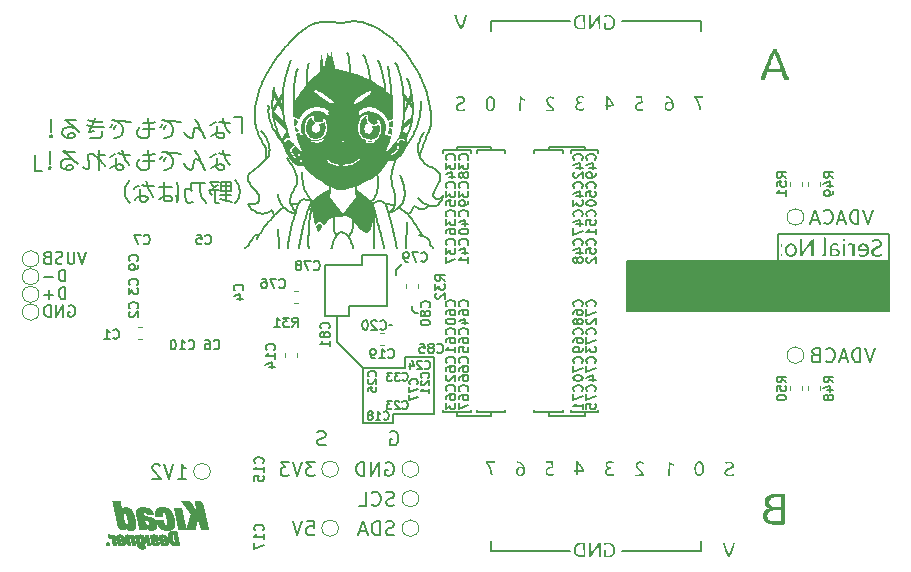
<source format=gbo>
%FSLAX46Y46*%
%MOMM*%
%ADD10C,0.16*%
%ADD11C,0.2*%
%ADD12C,0.15*%
%ADD13C,0.01*%
%ADD14C,0.12*%
%ADD15C,0.1*%
%ADD16C,0.159*%
%ADD17O,2.1X1*%
%ADD18O,1.6X1*%
%ADD19C,0.65*%
%ADD20O,1.74X2.2*%
%ADD21C,1*%
%ADD22O,1.727X1.727*%
%ADD23R,1.727X1.727*%
%ADD24O,1X1*%
%ADD25R,1X1*%
%ADD26O,1.7X1.7*%
%ADD27R,1.7X1.7*%
%ADD28C,1.5*%
%ADD29C,0.8*%
%ADD30C,7*%
D10*
%LPD*%
G01X86589714Y-107850000D02*
X86704000Y-107792857D01*
X86875428D01*
X87046857Y-107850000D01*
X87161142Y-107964285D01*
X87218285Y-108078571D01*
X87275428Y-108307142D01*
Y-108478571D01*
X87218285Y-108707142D01*
X87161142Y-108821428D01*
X87046857Y-108935714D01*
X86875428Y-108992857D01*
X86761142D01*
X86589714Y-108935714D01*
X86532571Y-108878571D01*
Y-108478571D01*
X86761142D01*
X81117428Y-108935714D02*
X80946000Y-108992857D01*
X80660285D01*
X80546000Y-108935714D01*
X80488857Y-108878571D01*
X80431714Y-108764285D01*
Y-108650000D01*
X80488857Y-108535714D01*
X80546000Y-108478571D01*
X80660285Y-108421428D01*
X80888857Y-108364285D01*
X81003142Y-108307142D01*
X81060285Y-108250000D01*
X81117428Y-108135714D01*
Y-108021428D01*
X81060285Y-107907142D01*
X81003142Y-107850000D01*
X80888857Y-107792857D01*
X80603142D01*
X80431714Y-107850000D01*
D11*
X128800000Y-91100000D02*
Y-93400000D01*
G36*
Y-97600000D02*
X106600000D01*
Y-93400000D01*
X128800000D01*
Y-97600000D01*
G37*
X106600000D01*
Y-93400000D01*
X128800000D01*
Y-97600000D01*
D10*
X127596857Y-100742857D02*
X127196857Y-101942857D01*
X126796857Y-100742857D01*
X126396857Y-101942857D02*
Y-100742857D01*
X126111142D01*
X125939714Y-100800000D01*
X125825428Y-100914285D01*
X125768285Y-101028571D01*
X125711142Y-101257142D01*
Y-101428571D01*
X125768285Y-101657142D01*
X125825428Y-101771428D01*
X125939714Y-101885714D01*
X126111142Y-101942857D01*
X126396857D01*
X125254000Y-101600000D02*
X124682571D01*
X125368285Y-101942857D02*
X124968285Y-100742857D01*
X124568285Y-101942857D01*
X123482571Y-101828571D02*
X123539714Y-101885714D01*
X123711142Y-101942857D01*
X123825428D01*
X123996857Y-101885714D01*
X124111142Y-101771428D01*
X124168285Y-101657142D01*
X124225428Y-101428571D01*
Y-101257142D01*
X124168285Y-101028571D01*
X124111142Y-100914285D01*
X123996857Y-100800000D01*
X123825428Y-100742857D01*
X123711142D01*
X123539714Y-100800000D01*
X123482571Y-100857142D01*
X122568285Y-101314285D02*
X122396857Y-101371428D01*
X122339714Y-101428571D01*
X122282571Y-101542857D01*
Y-101714285D01*
X122339714Y-101828571D01*
X122396857Y-101885714D01*
X122511142Y-101942857D01*
X122968285D01*
Y-100742857D01*
X122568285D01*
X122454000Y-100800000D01*
X122396857Y-100857142D01*
X122339714Y-100971428D01*
Y-101085714D01*
X122396857Y-101200000D01*
X122454000Y-101257142D01*
X122568285Y-101314285D01*
X122968285D01*
X127425428Y-89042857D02*
X127025428Y-90242857D01*
X126625428Y-89042857D01*
X126225428Y-90242857D02*
Y-89042857D01*
X125939714D01*
X125768285Y-89100000D01*
X125654000Y-89214285D01*
X125596857Y-89328571D01*
X125539714Y-89557142D01*
Y-89728571D01*
X125596857Y-89957142D01*
X125654000Y-90071428D01*
X125768285Y-90185714D01*
X125939714Y-90242857D01*
X126225428D01*
X125082571Y-89900000D02*
X124511142D01*
X125196857Y-90242857D02*
X124796857Y-89042857D01*
X124396857Y-90242857D01*
X123311142Y-90128571D02*
X123368285Y-90185714D01*
X123539714Y-90242857D01*
X123654000D01*
X123825428Y-90185714D01*
X123939714Y-90071428D01*
X123996857Y-89957142D01*
X124054000Y-89728571D01*
Y-89557142D01*
X123996857Y-89328571D01*
X123939714Y-89214285D01*
X123825428Y-89100000D01*
X123654000Y-89042857D01*
X123539714D01*
X123368285Y-89100000D01*
X123311142Y-89157142D01*
X122854000Y-89900000D02*
X122282571D01*
X122968285Y-90242857D02*
X122568285Y-89042857D01*
X122168285Y-90242857D01*
X68581714Y-111792857D02*
X69267428D01*
X68924571D02*
Y-110592857D01*
X69038857Y-110764285D01*
X69153142Y-110878571D01*
X69267428Y-110935714D01*
X68238857Y-110592857D02*
X67838857Y-111792857D01*
X67438857Y-110592857D01*
X67096000Y-110707142D02*
X67038857Y-110650000D01*
X66924571Y-110592857D01*
X66638857D01*
X66524571Y-110650000D01*
X66467428Y-110707142D01*
X66410285Y-110821428D01*
Y-110935714D01*
X66467428Y-111107142D01*
X67153142Y-111792857D01*
X66410285D01*
X59364714Y-97150000D02*
X59459952Y-97102380D01*
X59602809D01*
X59745666Y-97150000D01*
X59840904Y-97245238D01*
X59888523Y-97340476D01*
X59936142Y-97530952D01*
Y-97673809D01*
X59888523Y-97864285D01*
X59840904Y-97959523D01*
X59745666Y-98054761D01*
X59602809Y-98102380D01*
X59507571D01*
X59364714Y-98054761D01*
X59317095Y-98007142D01*
Y-97673809D01*
X59507571D01*
X58888523Y-98102380D02*
Y-97102380D01*
X58317095Y-98102380D01*
Y-97102380D01*
X57840904Y-98102380D02*
Y-97102380D01*
X57602809D01*
X57459952Y-97150000D01*
X57364714Y-97245238D01*
X57317095Y-97340476D01*
X57269476Y-97530952D01*
Y-97673809D01*
X57317095Y-97864285D01*
X57364714Y-97959523D01*
X57459952Y-98054761D01*
X57602809Y-98102380D01*
X57840904D01*
X59079000Y-96602380D02*
Y-95602380D01*
X58840904D01*
X58698047Y-95650000D01*
X58602809Y-95745238D01*
X58555190Y-95840476D01*
X58507571Y-96030952D01*
Y-96173809D01*
X58555190Y-96364285D01*
X58602809Y-96459523D01*
X58698047Y-96554761D01*
X58840904Y-96602380D01*
X59079000D01*
X58079000Y-96221428D02*
X57317095D01*
X57698047Y-96602380D02*
Y-95840476D01*
X59079000Y-95102380D02*
Y-94102380D01*
X58840904D01*
X58698047Y-94150000D01*
X58602809Y-94245238D01*
X58555190Y-94340476D01*
X58507571Y-94530952D01*
Y-94673809D01*
X58555190Y-94864285D01*
X58602809Y-94959523D01*
X58698047Y-95054761D01*
X58840904Y-95102380D01*
X59079000D01*
X58079000Y-94721428D02*
X57317095D01*
X60840904Y-92602380D02*
X60507571Y-93602380D01*
X60174238Y-92602380D01*
X59840904D02*
Y-93411904D01*
X59793285Y-93507142D01*
X59745666Y-93554761D01*
X59650428Y-93602380D01*
X59459952D01*
X59364714Y-93554761D01*
X59317095Y-93507142D01*
X59269476Y-93411904D01*
Y-92602380D01*
X58840904Y-93554761D02*
X58698047Y-93602380D01*
X58459952D01*
X58364714Y-93554761D01*
X58317095Y-93507142D01*
X58269476Y-93411904D01*
Y-93316666D01*
X58317095Y-93221428D01*
X58364714Y-93173809D01*
X58459952Y-93126190D01*
X58650428Y-93078571D01*
X58745666Y-93030952D01*
X58793285Y-92983333D01*
X58840904Y-92888095D01*
Y-92792857D01*
X58793285Y-92697619D01*
X58745666Y-92650000D01*
X58650428Y-92602380D01*
X58412333D01*
X58269476Y-92650000D01*
X57507571Y-93078571D02*
X57364714Y-93126190D01*
X57317095Y-93173809D01*
X57269476Y-93269047D01*
Y-93411904D01*
X57317095Y-93507142D01*
X57364714Y-93554761D01*
X57459952Y-93602380D01*
X57840904D01*
Y-92602380D01*
X57507571D01*
X57412333Y-92650000D01*
X57364714Y-92697619D01*
X57317095Y-92792857D01*
Y-92888095D01*
X57364714Y-92983333D01*
X57412333Y-93030952D01*
X57507571Y-93078571D01*
X57840904D01*
D12*
X88700000Y-97800000D02*
X88900000D01*
X88400000Y-97500000D02*
X88700000Y-97800000D01*
X88400000Y-97150000D02*
Y-97500000D01*
X87050000Y-94150000D02*
X87600000Y-93600000D01*
X87050000Y-94550000D02*
Y-94150000D01*
X86500000Y-98800000D02*
X86700000D01*
X112890000Y-73900000D02*
Y-73050000D01*
X95110000Y-73900000D02*
Y-73050000D01*
X101800000D01*
X112890000D02*
X106200000D01*
X112890000Y-117100000D02*
Y-117950000D01*
X106200000D01*
X95110000D02*
X101800000D01*
X95110000Y-117100000D02*
Y-117950000D01*
D10*
X80224571Y-110392857D02*
X79481714D01*
X79881714Y-110850000D01*
X79710285D01*
X79596000Y-110907142D01*
X79538857Y-110964285D01*
X79481714Y-111078571D01*
Y-111364285D01*
X79538857Y-111478571D01*
X79596000Y-111535714D01*
X79710285Y-111592857D01*
X80053142D01*
X80167428Y-111535714D01*
X80224571Y-111478571D01*
X79138857Y-110392857D02*
X78738857Y-111592857D01*
X78338857Y-110392857D01*
X78053142D02*
X77310285D01*
X77710285Y-110850000D01*
X77538857D01*
X77424571Y-110907142D01*
X77367428Y-110964285D01*
X77310285Y-111078571D01*
Y-111364285D01*
X77367428Y-111478571D01*
X77424571Y-111535714D01*
X77538857Y-111592857D01*
X77881714D01*
X77996000Y-111535714D01*
X78053142Y-111478571D01*
X86231714Y-110450000D02*
X86346000Y-110392857D01*
X86517428D01*
X86688857Y-110450000D01*
X86803142Y-110564285D01*
X86860285Y-110678571D01*
X86917428Y-110907142D01*
Y-111078571D01*
X86860285Y-111307142D01*
X86803142Y-111421428D01*
X86688857Y-111535714D01*
X86517428Y-111592857D01*
X86403142D01*
X86231714Y-111535714D01*
X86174571Y-111478571D01*
Y-111078571D01*
X86403142D01*
X85660285Y-111592857D02*
Y-110392857D01*
X84974571Y-111592857D01*
Y-110392857D01*
X84403142Y-111592857D02*
Y-110392857D01*
X84117428D01*
X83946000Y-110450000D01*
X83831714Y-110564285D01*
X83774571Y-110678571D01*
X83717428Y-110907142D01*
Y-111078571D01*
X83774571Y-111307142D01*
X83831714Y-111421428D01*
X83946000Y-111535714D01*
X84117428Y-111592857D01*
X84403142D01*
X86917428Y-114035714D02*
X86746000Y-114092857D01*
X86460285D01*
X86346000Y-114035714D01*
X86288857Y-113978571D01*
X86231714Y-113864285D01*
Y-113750000D01*
X86288857Y-113635714D01*
X86346000Y-113578571D01*
X86460285Y-113521428D01*
X86688857Y-113464285D01*
X86803142Y-113407142D01*
X86860285Y-113350000D01*
X86917428Y-113235714D01*
Y-113121428D01*
X86860285Y-113007142D01*
X86803142Y-112950000D01*
X86688857Y-112892857D01*
X86403142D01*
X86231714Y-112950000D01*
X85031714Y-113978571D02*
X85088857Y-114035714D01*
X85260285Y-114092857D01*
X85374571D01*
X85546000Y-114035714D01*
X85660285Y-113921428D01*
X85717428Y-113807142D01*
X85774571Y-113578571D01*
Y-113407142D01*
X85717428Y-113178571D01*
X85660285Y-113064285D01*
X85546000Y-112950000D01*
X85374571Y-112892857D01*
X85260285D01*
X85088857Y-112950000D01*
X85031714Y-113007142D01*
X83946000Y-114092857D02*
X84517428D01*
Y-112892857D01*
X86917428Y-116535714D02*
X86746000Y-116592857D01*
X86460285D01*
X86346000Y-116535714D01*
X86288857Y-116478571D01*
X86231714Y-116364285D01*
Y-116250000D01*
X86288857Y-116135714D01*
X86346000Y-116078571D01*
X86460285Y-116021428D01*
X86688857Y-115964285D01*
X86803142Y-115907142D01*
X86860285Y-115850000D01*
X86917428Y-115735714D01*
Y-115621428D01*
X86860285Y-115507142D01*
X86803142Y-115450000D01*
X86688857Y-115392857D01*
X86403142D01*
X86231714Y-115450000D01*
X85717428Y-116592857D02*
Y-115392857D01*
X85431714D01*
X85260285Y-115450000D01*
X85146000Y-115564285D01*
X85088857Y-115678571D01*
X85031714Y-115907142D01*
Y-116078571D01*
X85088857Y-116307142D01*
X85146000Y-116421428D01*
X85260285Y-116535714D01*
X85431714Y-116592857D01*
X85717428D01*
X84574571Y-116250000D02*
X84003142D01*
X84688857Y-116592857D02*
X84288857Y-115392857D01*
X83888857Y-116592857D01*
X79538857Y-115392857D02*
X80110285D01*
X80167428Y-115964285D01*
X80110285Y-115907142D01*
X79996000Y-115850000D01*
X79710285D01*
X79596000Y-115907142D01*
X79538857Y-115964285D01*
X79481714Y-116078571D01*
Y-116364285D01*
X79538857Y-116478571D01*
X79596000Y-116535714D01*
X79710285Y-116592857D01*
X79996000D01*
X80110285Y-116535714D01*
X80167428Y-116478571D01*
X79138857Y-115392857D02*
X78738857Y-116592857D01*
X78338857Y-115392857D01*
D12*
X95100000Y-106500000D02*
X92250000D01*
X93400000Y-106200000D02*
X91100000D01*
X95100000Y-106500000D02*
Y-106200000D01*
X96300000D02*
X93900000D01*
X92250000Y-106500000D02*
Y-106200000D01*
X96300000D02*
Y-106000000D01*
X93400000Y-106200000D02*
Y-106000000D01*
X93900000D02*
Y-106200000D01*
X91100000Y-106000000D02*
Y-106200000D01*
X96300000Y-84200000D02*
Y-84000000D01*
X93400000Y-84200000D02*
Y-84000000D01*
X93900000D02*
Y-84200000D01*
X91100000Y-84000000D02*
Y-84200000D01*
X95100000Y-84000000D02*
Y-83700000D01*
X92250000D01*
X93400000Y-84000000D02*
X91100000D01*
X92250000D02*
Y-83700000D01*
X96300000Y-84000000D02*
X93900000D01*
X101900000D02*
Y-84200000D01*
X103050000Y-84000000D02*
Y-83700000D01*
X98800000Y-84000000D02*
Y-84200000D01*
X101200000Y-84000000D02*
X98800000D01*
X103050000Y-83700000D02*
X100000000D01*
X104200000Y-84000000D02*
X101900000D01*
X101200000Y-84200000D02*
Y-84000000D01*
X100000000Y-83700000D02*
Y-84000000D01*
X104200000Y-84200000D02*
Y-84000000D01*
X100000000Y-106200000D02*
Y-106500000D01*
X103050000D02*
X100000000D01*
X103050000D02*
Y-106200000D01*
X98800000Y-106000000D02*
Y-106200000D01*
X101200000D02*
X98800000D01*
X101200000D02*
Y-106000000D01*
X101900000D02*
Y-106200000D01*
X104200000D02*
X101900000D01*
X104200000D02*
Y-106000000D01*
X82100000Y-100200000D02*
Y-98000000D01*
X84300000Y-102400000D02*
X82100000Y-100200000D01*
X87800000Y-101500000D02*
X90300000D01*
X87800000Y-102400000D02*
Y-101500000D01*
X84300000Y-102400000D02*
X87800000D01*
X84300000Y-107100000D02*
Y-102400000D01*
X86800000Y-107100000D02*
X84300000D01*
X86800000Y-106300000D02*
Y-107100000D01*
X90300000Y-106300000D02*
X86800000D01*
X90300000Y-101500000D02*
Y-106300000D01*
X86300000Y-97200000D02*
Y-92900000D01*
X83100000Y-97200000D02*
X86300000D01*
X83100000Y-98000000D02*
Y-97200000D01*
X81100000Y-98000000D02*
X83100000D01*
X81100000Y-93700000D02*
Y-98000000D01*
X84200000Y-93700000D02*
X81100000D01*
X84200000Y-92900000D02*
Y-93700000D01*
X86300000Y-92900000D02*
X84200000D01*
D11*
X119400000Y-93400000D02*
Y-91100000D01*
X128800000D02*
X119400000D01*
G36*
D13*
X62651985Y-117257398D02*
X62634708Y-117259921D01*
X62622901Y-117264680D01*
X62615731Y-117272129D01*
X62612368Y-117282721D01*
X62611829Y-117291388D01*
X62613849Y-117304528D01*
X62619142Y-117315088D01*
X62626558Y-117321184D01*
X62630501Y-117321972D01*
X62630960Y-117324040D01*
X62626845Y-117329158D01*
X62625321Y-117330627D01*
X62618775Y-117338448D01*
X62611063Y-117350161D01*
X62604782Y-117361470D01*
X62593581Y-117383658D01*
X62611225D01*
X62621980Y-117383296D01*
X62628148Y-117381117D01*
X62632397Y-117375482D01*
X62635638Y-117368648D01*
X62644250Y-117352078D01*
X62652577Y-117341836D01*
X62661429Y-117337075D01*
X62666521Y-117336486D01*
X62677143D01*
Y-117383658D01*
X62709800D01*
Y-117296572D01*
X62677143D01*
X62676905Y-117307312D01*
X62675443Y-117312668D01*
X62671633Y-117314511D01*
X62666257Y-117314715D01*
X62655603Y-117312254D01*
X62648114Y-117307458D01*
X62642738Y-117300353D01*
X62640857Y-117294963D01*
X62644055Y-117288339D01*
X62652012Y-117282461D01*
X62662275Y-117278880D01*
X62667065Y-117278429D01*
X62673035Y-117278898D01*
X62676012Y-117281551D01*
X62677035Y-117288254D01*
X62677143Y-117296572D01*
X62709800D01*
Y-117256658D01*
X62675565D01*
X62651985Y-117257398D01*
G37*
X62634708Y-117259921D01*
X62622901Y-117264680D01*
X62615731Y-117272129D01*
X62612368Y-117282721D01*
X62611829Y-117291388D01*
X62613849Y-117304528D01*
X62619142Y-117315088D01*
X62626558Y-117321184D01*
X62630501Y-117321972D01*
X62630960Y-117324040D01*
X62626845Y-117329158D01*
X62625321Y-117330627D01*
X62618775Y-117338448D01*
X62611063Y-117350161D01*
X62604782Y-117361470D01*
X62593581Y-117383658D01*
X62611225D01*
X62621980Y-117383296D01*
X62628148Y-117381117D01*
X62632397Y-117375482D01*
X62635638Y-117368648D01*
X62644250Y-117352078D01*
X62652577Y-117341836D01*
X62661429Y-117337075D01*
X62666521Y-117336486D01*
X62677143D01*
Y-117383658D01*
X62709800D01*
Y-117296572D01*
X62677143D01*
X62676905Y-117307312D01*
X62675443Y-117312668D01*
X62671633Y-117314511D01*
X62666257Y-117314715D01*
X62655603Y-117312254D01*
X62648114Y-117307458D01*
X62642738Y-117300353D01*
X62640857Y-117294963D01*
X62644055Y-117288339D01*
X62652012Y-117282461D01*
X62662275Y-117278880D01*
X62667065Y-117278429D01*
X62673035Y-117278898D01*
X62676012Y-117281551D01*
X62677035Y-117288254D01*
X62677143Y-117296572D01*
X62709800D01*
Y-117256658D01*
X62675565D01*
X62651985Y-117257398D01*
G36*
X68274175Y-114274879D02*
X68275327Y-114280124D01*
X68277888Y-114292023D01*
X68281783Y-114310213D01*
X68286933Y-114334331D01*
X68293262Y-114364015D01*
X68300693Y-114398902D01*
X68309150Y-114438629D01*
X68318554Y-114482835D01*
X68328830Y-114531156D01*
X68339900Y-114583230D01*
X68351687Y-114638695D01*
X68364115Y-114697188D01*
X68377106Y-114758345D01*
X68390584Y-114821806D01*
X68404472Y-114887207D01*
X68418692Y-114954186D01*
X68433168Y-115022379D01*
X68447823Y-115091426D01*
X68462580Y-115160962D01*
X68477362Y-115230626D01*
X68492092Y-115300055D01*
X68506693Y-115368886D01*
X68521089Y-115436757D01*
X68535201Y-115503305D01*
X68548954Y-115568168D01*
X68562271Y-115630984D01*
X68575074Y-115691389D01*
X68587286Y-115749021D01*
X68598831Y-115803517D01*
X68609632Y-115854516D01*
X68619612Y-115901654D01*
X68628693Y-115944568D01*
X68636800Y-115982898D01*
X68643854Y-116016279D01*
X68649780Y-116044349D01*
X68654499Y-116066746D01*
X68657936Y-116083107D01*
X68660013Y-116093069D01*
X68660657Y-116096275D01*
X68664197Y-116096711D01*
X68674465Y-116097126D01*
X68690931Y-116097517D01*
X68713064Y-116097877D01*
X68740336Y-116098202D01*
X68772216Y-116098488D01*
X68808175Y-116098728D01*
X68847684Y-116098918D01*
X68890212Y-116099053D01*
X68935230Y-116099129D01*
X68965851Y-116099143D01*
X69271044D01*
X69268884Y-116090539D01*
X69267982Y-116086411D01*
X69265649Y-116075550D01*
X69261963Y-116058323D01*
X69257001Y-116035096D01*
X69250841Y-116006233D01*
X69243562Y-115972102D01*
X69235241Y-115933068D01*
X69225956Y-115889497D01*
X69215785Y-115841755D01*
X69204805Y-115790208D01*
X69193095Y-115735222D01*
X69180733Y-115677163D01*
X69167796Y-115616397D01*
X69154362Y-115553290D01*
X69140509Y-115488207D01*
X69126315Y-115421516D01*
X69111857Y-115353580D01*
X69097215Y-115284768D01*
X69082465Y-115215444D01*
X69067685Y-115145975D01*
X69052953Y-115076726D01*
X69038347Y-115008063D01*
X69023945Y-114940353D01*
X69009825Y-114873961D01*
X68996065Y-114809254D01*
X68982742Y-114746596D01*
X68969934Y-114686355D01*
X68957720Y-114628896D01*
X68946176Y-114574585D01*
X68935382Y-114523788D01*
X68925414Y-114476871D01*
X68916351Y-114434200D01*
X68908270Y-114396140D01*
X68901250Y-114363059D01*
X68895368Y-114335321D01*
X68890702Y-114313293D01*
X68887330Y-114297341D01*
X68885330Y-114287830D01*
X68884901Y-114285765D01*
X68880998Y-114266715D01*
X68272262D01*
X68274175Y-114274879D01*
G37*
X68275327Y-114280124D01*
X68277888Y-114292023D01*
X68281783Y-114310213D01*
X68286933Y-114334331D01*
X68293262Y-114364015D01*
X68300693Y-114398902D01*
X68309150Y-114438629D01*
X68318554Y-114482835D01*
X68328830Y-114531156D01*
X68339900Y-114583230D01*
X68351687Y-114638695D01*
X68364115Y-114697188D01*
X68377106Y-114758345D01*
X68390584Y-114821806D01*
X68404472Y-114887207D01*
X68418692Y-114954186D01*
X68433168Y-115022379D01*
X68447823Y-115091426D01*
X68462580Y-115160962D01*
X68477362Y-115230626D01*
X68492092Y-115300055D01*
X68506693Y-115368886D01*
X68521089Y-115436757D01*
X68535201Y-115503305D01*
X68548954Y-115568168D01*
X68562271Y-115630984D01*
X68575074Y-115691389D01*
X68587286Y-115749021D01*
X68598831Y-115803517D01*
X68609632Y-115854516D01*
X68619612Y-115901654D01*
X68628693Y-115944568D01*
X68636800Y-115982898D01*
X68643854Y-116016279D01*
X68649780Y-116044349D01*
X68654499Y-116066746D01*
X68657936Y-116083107D01*
X68660013Y-116093069D01*
X68660657Y-116096275D01*
X68664197Y-116096711D01*
X68674465Y-116097126D01*
X68690931Y-116097517D01*
X68713064Y-116097877D01*
X68740336Y-116098202D01*
X68772216Y-116098488D01*
X68808175Y-116098728D01*
X68847684Y-116098918D01*
X68890212Y-116099053D01*
X68935230Y-116099129D01*
X68965851Y-116099143D01*
X69271044D01*
X69268884Y-116090539D01*
X69267982Y-116086411D01*
X69265649Y-116075550D01*
X69261963Y-116058323D01*
X69257001Y-116035096D01*
X69250841Y-116006233D01*
X69243562Y-115972102D01*
X69235241Y-115933068D01*
X69225956Y-115889497D01*
X69215785Y-115841755D01*
X69204805Y-115790208D01*
X69193095Y-115735222D01*
X69180733Y-115677163D01*
X69167796Y-115616397D01*
X69154362Y-115553290D01*
X69140509Y-115488207D01*
X69126315Y-115421516D01*
X69111857Y-115353580D01*
X69097215Y-115284768D01*
X69082465Y-115215444D01*
X69067685Y-115145975D01*
X69052953Y-115076726D01*
X69038347Y-115008063D01*
X69023945Y-114940353D01*
X69009825Y-114873961D01*
X68996065Y-114809254D01*
X68982742Y-114746596D01*
X68969934Y-114686355D01*
X68957720Y-114628896D01*
X68946176Y-114574585D01*
X68935382Y-114523788D01*
X68925414Y-114476871D01*
X68916351Y-114434200D01*
X68908270Y-114396140D01*
X68901250Y-114363059D01*
X68895368Y-114335321D01*
X68890702Y-114313293D01*
X68887330Y-114297341D01*
X68885330Y-114287830D01*
X68884901Y-114285765D01*
X68880998Y-114266715D01*
X68272262D01*
X68274175Y-114274879D01*
G36*
X70114096Y-113676535D02*
X70089887Y-113676994D01*
X70067854Y-113677777D01*
X70049169Y-113678859D01*
X70035004Y-113680215D01*
X70026532Y-113681820D01*
X70025185Y-113682400D01*
X70024852Y-113684505D01*
X70025337Y-113690105D01*
X70026693Y-113699473D01*
X70028977Y-113712880D01*
X70032242Y-113730598D01*
X70036543Y-113752900D01*
X70041936Y-113780056D01*
X70048474Y-113812339D01*
X70056212Y-113850021D01*
X70065205Y-113893373D01*
X70075508Y-113942668D01*
X70087175Y-113998177D01*
X70100261Y-114060171D01*
X70114821Y-114128924D01*
X70118355Y-114145587D01*
X70130350Y-114202190D01*
X70141899Y-114256835D01*
X70152917Y-114309103D01*
X70163315Y-114358573D01*
X70173007Y-114404825D01*
X70181904Y-114447437D01*
X70189920Y-114485990D01*
X70196968Y-114520063D01*
X70202959Y-114549235D01*
X70207806Y-114573087D01*
X70211423Y-114591197D01*
X70213721Y-114603144D01*
X70214613Y-114608510D01*
X70214611Y-114608767D01*
X70210885Y-114609978D01*
X70209904Y-114609520D01*
X70207461Y-114606390D01*
X70201028Y-114597672D01*
X70190834Y-114583685D01*
X70177108Y-114564744D01*
X70160078Y-114541169D01*
X70139972Y-114513278D01*
X70117019Y-114481387D01*
X70091447Y-114445814D01*
X70063484Y-114406878D01*
X70033360Y-114364896D01*
X70001303Y-114320185D01*
X69967541Y-114273064D01*
X69932302Y-114223850D01*
X69895816Y-114172861D01*
X69875891Y-114145004D01*
X69545159Y-113682515D01*
X69211765D01*
X69163263Y-113682533D01*
X69116881Y-113682586D01*
X69073125Y-113682671D01*
X69032502Y-113682786D01*
X68995518Y-113682928D01*
X68962682Y-113683095D01*
X68934499Y-113683283D01*
X68911477Y-113683490D01*
X68894122Y-113683714D01*
X68882940Y-113683951D01*
X68878440Y-113684200D01*
X68878371Y-113684235D01*
X68880583Y-113687217D01*
X68887068Y-113695613D01*
X68897605Y-113709141D01*
X68911973Y-113727519D01*
X68929949Y-113750465D01*
X68951312Y-113777696D01*
X68975839Y-113808931D01*
X69003310Y-113843886D01*
X69033501Y-113882280D01*
X69066192Y-113923831D01*
X69101160Y-113968256D01*
X69138184Y-114015273D01*
X69177041Y-114064600D01*
X69217510Y-114115954D01*
X69259369Y-114169053D01*
X69292029Y-114210472D01*
X69334818Y-114264758D01*
X69376384Y-114317551D01*
X69416507Y-114368567D01*
X69454962Y-114417521D01*
X69491529Y-114464129D01*
X69525985Y-114508104D01*
X69558107Y-114549164D01*
X69587674Y-114587023D01*
X69614463Y-114621396D01*
X69638252Y-114651999D01*
X69658820Y-114678546D01*
X69675943Y-114700754D01*
X69689399Y-114718337D01*
X69698967Y-114731012D01*
X69704424Y-114738492D01*
X69705686Y-114740524D01*
X69704694Y-114744520D01*
X69701784Y-114755148D01*
X69697053Y-114772068D01*
X69690598Y-114794940D01*
X69682517Y-114823426D01*
X69672906Y-114857186D01*
X69661862Y-114895879D01*
X69649484Y-114939166D01*
X69635867Y-114986708D01*
X69621110Y-115038165D01*
X69605310Y-115093197D01*
X69588563Y-115151465D01*
X69570968Y-115212628D01*
X69552620Y-115276348D01*
X69533618Y-115342285D01*
X69514059Y-115410099D01*
X69511557Y-115418769D01*
X69491939Y-115486769D01*
X69472867Y-115552920D01*
X69454436Y-115616882D01*
X69436744Y-115678316D01*
X69419888Y-115736885D01*
X69403966Y-115792250D01*
X69389074Y-115844073D01*
X69375309Y-115892014D01*
X69362770Y-115935735D01*
X69351552Y-115974899D01*
X69341754Y-116009165D01*
X69333471Y-116038197D01*
X69326802Y-116061655D01*
X69321843Y-116079200D01*
X69318692Y-116090495D01*
X69317446Y-116095200D01*
X69317429Y-116095310D01*
X69320281Y-116096016D01*
X69328937Y-116096645D01*
X69343546Y-116097200D01*
X69364257Y-116097681D01*
X69391219Y-116098091D01*
X69424581Y-116098432D01*
X69464493Y-116098704D01*
X69511103Y-116098909D01*
X69564560Y-116099049D01*
X69625014Y-116099126D01*
X69674774Y-116099143D01*
X70032119D01*
X70034047Y-116090979D01*
X70035080Y-116086436D01*
X70037602Y-116075264D01*
X70041510Y-116057913D01*
X70046704Y-116034836D01*
X70053083Y-116006484D01*
X70060544Y-115973307D01*
X70068986Y-115935758D01*
X70078308Y-115894288D01*
X70088409Y-115849348D01*
X70099186Y-115801389D01*
X70110538Y-115750863D01*
X70122364Y-115698222D01*
X70128406Y-115671328D01*
X70140404Y-115617951D01*
X70151973Y-115566567D01*
X70163011Y-115517617D01*
X70173418Y-115471543D01*
X70183094Y-115428787D01*
X70191938Y-115389791D01*
X70199850Y-115354995D01*
X70206729Y-115324843D01*
X70212476Y-115299776D01*
X70216989Y-115280235D01*
X70220169Y-115266662D01*
X70221915Y-115259498D01*
X70222223Y-115258453D01*
X70224852Y-115260711D01*
X70231538Y-115267774D01*
X70241648Y-115278909D01*
X70254549Y-115293384D01*
X70269607Y-115310467D01*
X70286188Y-115329425D01*
X70303660Y-115349525D01*
X70321389Y-115370036D01*
X70338740Y-115390225D01*
X70355082Y-115409360D01*
X70369780Y-115426708D01*
X70382201Y-115441536D01*
X70391711Y-115453113D01*
X70397677Y-115460706D01*
X70399450Y-115463357D01*
X70400557Y-115467764D01*
X70403043Y-115478754D01*
X70406796Y-115495811D01*
X70411706Y-115518415D01*
X70417661Y-115546048D01*
X70424549Y-115578191D01*
X70432261Y-115614326D01*
X70440684Y-115653935D01*
X70449708Y-115696500D01*
X70459222Y-115741501D01*
X70468259Y-115784365D01*
X70534548Y-116099143D01*
X71163600D01*
X71160579Y-116085536D01*
X71159562Y-116080809D01*
X71157102Y-116069291D01*
X71153263Y-116051291D01*
X71148111Y-116027117D01*
X71141712Y-115997076D01*
X71134132Y-115961477D01*
X71125435Y-115920628D01*
X71115688Y-115874837D01*
X71104956Y-115824412D01*
X71093305Y-115769660D01*
X71080799Y-115710890D01*
X71067506Y-115648411D01*
X71053489Y-115582529D01*
X71038816Y-115513553D01*
X71023550Y-115441792D01*
X71007759Y-115367552D01*
X70991507Y-115291143D01*
X70974860Y-115212872D01*
X70970421Y-115192000D01*
X70953541Y-115112665D01*
X70936953Y-115034784D01*
X70920730Y-114958687D01*
X70904942Y-114884702D01*
X70889659Y-114813158D01*
X70874952Y-114744386D01*
X70860892Y-114678712D01*
X70847549Y-114616467D01*
X70834995Y-114557979D01*
X70823299Y-114503578D01*
X70812532Y-114453591D01*
X70802766Y-114408349D01*
X70794071Y-114368180D01*
X70786517Y-114333413D01*
X70780175Y-114304377D01*
X70775116Y-114281400D01*
X70771411Y-114264813D01*
X70769130Y-114254944D01*
X70768903Y-114254015D01*
X70751848Y-114190723D01*
X70732544Y-114129064D01*
X70711312Y-114069731D01*
X70688473Y-114013422D01*
X70664346Y-113960829D01*
X70639252Y-113912648D01*
X70613511Y-113869575D01*
X70587445Y-113832304D01*
X70561373Y-113801531D01*
X70559250Y-113799322D01*
X70530388Y-113773143D01*
X70497821Y-113750422D01*
X70461087Y-113730999D01*
X70419727Y-113714714D01*
X70373278Y-113701409D01*
X70321281Y-113690925D01*
X70263275Y-113683103D01*
X70209217Y-113678449D01*
X70188039Y-113677358D01*
X70164344Y-113676692D01*
X70139305Y-113676426D01*
X70114096Y-113676535D01*
G37*
X70089887Y-113676994D01*
X70067854Y-113677777D01*
X70049169Y-113678859D01*
X70035004Y-113680215D01*
X70026532Y-113681820D01*
X70025185Y-113682400D01*
X70024852Y-113684505D01*
X70025337Y-113690105D01*
X70026693Y-113699473D01*
X70028977Y-113712880D01*
X70032242Y-113730598D01*
X70036543Y-113752900D01*
X70041936Y-113780056D01*
X70048474Y-113812339D01*
X70056212Y-113850021D01*
X70065205Y-113893373D01*
X70075508Y-113942668D01*
X70087175Y-113998177D01*
X70100261Y-114060171D01*
X70114821Y-114128924D01*
X70118355Y-114145587D01*
X70130350Y-114202190D01*
X70141899Y-114256835D01*
X70152917Y-114309103D01*
X70163315Y-114358573D01*
X70173007Y-114404825D01*
X70181904Y-114447437D01*
X70189920Y-114485990D01*
X70196968Y-114520063D01*
X70202959Y-114549235D01*
X70207806Y-114573087D01*
X70211423Y-114591197D01*
X70213721Y-114603144D01*
X70214613Y-114608510D01*
X70214611Y-114608767D01*
X70210885Y-114609978D01*
X70209904Y-114609520D01*
X70207461Y-114606390D01*
X70201028Y-114597672D01*
X70190834Y-114583685D01*
X70177108Y-114564744D01*
X70160078Y-114541169D01*
X70139972Y-114513278D01*
X70117019Y-114481387D01*
X70091447Y-114445814D01*
X70063484Y-114406878D01*
X70033360Y-114364896D01*
X70001303Y-114320185D01*
X69967541Y-114273064D01*
X69932302Y-114223850D01*
X69895816Y-114172861D01*
X69875891Y-114145004D01*
X69545159Y-113682515D01*
X69211765D01*
X69163263Y-113682533D01*
X69116881Y-113682586D01*
X69073125Y-113682671D01*
X69032502Y-113682786D01*
X68995518Y-113682928D01*
X68962682Y-113683095D01*
X68934499Y-113683283D01*
X68911477Y-113683490D01*
X68894122Y-113683714D01*
X68882940Y-113683951D01*
X68878440Y-113684200D01*
X68878371Y-113684235D01*
X68880583Y-113687217D01*
X68887068Y-113695613D01*
X68897605Y-113709141D01*
X68911973Y-113727519D01*
X68929949Y-113750465D01*
X68951312Y-113777696D01*
X68975839Y-113808931D01*
X69003310Y-113843886D01*
X69033501Y-113882280D01*
X69066192Y-113923831D01*
X69101160Y-113968256D01*
X69138184Y-114015273D01*
X69177041Y-114064600D01*
X69217510Y-114115954D01*
X69259369Y-114169053D01*
X69292029Y-114210472D01*
X69334818Y-114264758D01*
X69376384Y-114317551D01*
X69416507Y-114368567D01*
X69454962Y-114417521D01*
X69491529Y-114464129D01*
X69525985Y-114508104D01*
X69558107Y-114549164D01*
X69587674Y-114587023D01*
X69614463Y-114621396D01*
X69638252Y-114651999D01*
X69658820Y-114678546D01*
X69675943Y-114700754D01*
X69689399Y-114718337D01*
X69698967Y-114731012D01*
X69704424Y-114738492D01*
X69705686Y-114740524D01*
X69704694Y-114744520D01*
X69701784Y-114755148D01*
X69697053Y-114772068D01*
X69690598Y-114794940D01*
X69682517Y-114823426D01*
X69672906Y-114857186D01*
X69661862Y-114895879D01*
X69649484Y-114939166D01*
X69635867Y-114986708D01*
X69621110Y-115038165D01*
X69605310Y-115093197D01*
X69588563Y-115151465D01*
X69570968Y-115212628D01*
X69552620Y-115276348D01*
X69533618Y-115342285D01*
X69514059Y-115410099D01*
X69511557Y-115418769D01*
X69491939Y-115486769D01*
X69472867Y-115552920D01*
X69454436Y-115616882D01*
X69436744Y-115678316D01*
X69419888Y-115736885D01*
X69403966Y-115792250D01*
X69389074Y-115844073D01*
X69375309Y-115892014D01*
X69362770Y-115935735D01*
X69351552Y-115974899D01*
X69341754Y-116009165D01*
X69333471Y-116038197D01*
X69326802Y-116061655D01*
X69321843Y-116079200D01*
X69318692Y-116090495D01*
X69317446Y-116095200D01*
X69317429Y-116095310D01*
X69320281Y-116096016D01*
X69328937Y-116096645D01*
X69343546Y-116097200D01*
X69364257Y-116097681D01*
X69391219Y-116098091D01*
X69424581Y-116098432D01*
X69464493Y-116098704D01*
X69511103Y-116098909D01*
X69564560Y-116099049D01*
X69625014Y-116099126D01*
X69674774Y-116099143D01*
X70032119D01*
X70034047Y-116090979D01*
X70035080Y-116086436D01*
X70037602Y-116075264D01*
X70041510Y-116057913D01*
X70046704Y-116034836D01*
X70053083Y-116006484D01*
X70060544Y-115973307D01*
X70068986Y-115935758D01*
X70078308Y-115894288D01*
X70088409Y-115849348D01*
X70099186Y-115801389D01*
X70110538Y-115750863D01*
X70122364Y-115698222D01*
X70128406Y-115671328D01*
X70140404Y-115617951D01*
X70151973Y-115566567D01*
X70163011Y-115517617D01*
X70173418Y-115471543D01*
X70183094Y-115428787D01*
X70191938Y-115389791D01*
X70199850Y-115354995D01*
X70206729Y-115324843D01*
X70212476Y-115299776D01*
X70216989Y-115280235D01*
X70220169Y-115266662D01*
X70221915Y-115259498D01*
X70222223Y-115258453D01*
X70224852Y-115260711D01*
X70231538Y-115267774D01*
X70241648Y-115278909D01*
X70254549Y-115293384D01*
X70269607Y-115310467D01*
X70286188Y-115329425D01*
X70303660Y-115349525D01*
X70321389Y-115370036D01*
X70338740Y-115390225D01*
X70355082Y-115409360D01*
X70369780Y-115426708D01*
X70382201Y-115441536D01*
X70391711Y-115453113D01*
X70397677Y-115460706D01*
X70399450Y-115463357D01*
X70400557Y-115467764D01*
X70403043Y-115478754D01*
X70406796Y-115495811D01*
X70411706Y-115518415D01*
X70417661Y-115546048D01*
X70424549Y-115578191D01*
X70432261Y-115614326D01*
X70440684Y-115653935D01*
X70449708Y-115696500D01*
X70459222Y-115741501D01*
X70468259Y-115784365D01*
X70534548Y-116099143D01*
X71163600D01*
X71160579Y-116085536D01*
X71159562Y-116080809D01*
X71157102Y-116069291D01*
X71153263Y-116051291D01*
X71148111Y-116027117D01*
X71141712Y-115997076D01*
X71134132Y-115961477D01*
X71125435Y-115920628D01*
X71115688Y-115874837D01*
X71104956Y-115824412D01*
X71093305Y-115769660D01*
X71080799Y-115710890D01*
X71067506Y-115648411D01*
X71053489Y-115582529D01*
X71038816Y-115513553D01*
X71023550Y-115441792D01*
X71007759Y-115367552D01*
X70991507Y-115291143D01*
X70974860Y-115212872D01*
X70970421Y-115192000D01*
X70953541Y-115112665D01*
X70936953Y-115034784D01*
X70920730Y-114958687D01*
X70904942Y-114884702D01*
X70889659Y-114813158D01*
X70874952Y-114744386D01*
X70860892Y-114678712D01*
X70847549Y-114616467D01*
X70834995Y-114557979D01*
X70823299Y-114503578D01*
X70812532Y-114453591D01*
X70802766Y-114408349D01*
X70794071Y-114368180D01*
X70786517Y-114333413D01*
X70780175Y-114304377D01*
X70775116Y-114281400D01*
X70771411Y-114264813D01*
X70769130Y-114254944D01*
X70768903Y-114254015D01*
X70751848Y-114190723D01*
X70732544Y-114129064D01*
X70711312Y-114069731D01*
X70688473Y-114013422D01*
X70664346Y-113960829D01*
X70639252Y-113912648D01*
X70613511Y-113869575D01*
X70587445Y-113832304D01*
X70561373Y-113801531D01*
X70559250Y-113799322D01*
X70530388Y-113773143D01*
X70497821Y-113750422D01*
X70461087Y-113730999D01*
X70419727Y-113714714D01*
X70373278Y-113701409D01*
X70321281Y-113690925D01*
X70263275Y-113683103D01*
X70209217Y-113678449D01*
X70188039Y-113677358D01*
X70164344Y-113676692D01*
X70139305Y-113676426D01*
X70114096Y-113676535D01*
G36*
X63066413Y-113694307D02*
X63067471Y-113699672D01*
X63069968Y-113711770D01*
X63073827Y-113730239D01*
X63078971Y-113754715D01*
X63085322Y-113784835D01*
X63092803Y-113820235D01*
X63101336Y-113860554D01*
X63110844Y-113905427D01*
X63121250Y-113954491D01*
X63132476Y-114007383D01*
X63144445Y-114063739D01*
X63157079Y-114123198D01*
X63170302Y-114185395D01*
X63184035Y-114249967D01*
X63198201Y-114316551D01*
X63212723Y-114384783D01*
X63227524Y-114454302D01*
X63242525Y-114524742D01*
X63257650Y-114595742D01*
X63272822Y-114666938D01*
X63287962Y-114737966D01*
X63302994Y-114808464D01*
X63317840Y-114878068D01*
X63332423Y-114946416D01*
X63346665Y-115013143D01*
X63360489Y-115077887D01*
X63373817Y-115140285D01*
X63386573Y-115199973D01*
X63398678Y-115256588D01*
X63410055Y-115309766D01*
X63420628Y-115359146D01*
X63430318Y-115404363D01*
X63439048Y-115445054D01*
X63446741Y-115480856D01*
X63453319Y-115511406D01*
X63458705Y-115536341D01*
X63462822Y-115555297D01*
X63465592Y-115567911D01*
X63466741Y-115573000D01*
X63481472Y-115630404D01*
X63498487Y-115686978D01*
X63517384Y-115741722D01*
X63537758Y-115793634D01*
X63559205Y-115841711D01*
X63581323Y-115884952D01*
X63603708Y-115922356D01*
X63612877Y-115935781D01*
X63638555Y-115967557D01*
X63667748Y-115995530D01*
X63700868Y-116019870D01*
X63738327Y-116040747D01*
X63780536Y-116058331D01*
X63827908Y-116072791D01*
X63880854Y-116084298D01*
X63939787Y-116093022D01*
X64005118Y-116099133D01*
X64009632Y-116099446D01*
X64030684Y-116100594D01*
X64053549Y-116101359D01*
X64077029Y-116101755D01*
X64099927Y-116101794D01*
X64121046Y-116101489D01*
X64139188Y-116100854D01*
X64153156Y-116099900D01*
X64161752Y-116098641D01*
X64163790Y-116097792D01*
X64163467Y-116093956D01*
X64161748Y-116083868D01*
X64158797Y-116068362D01*
X64154781Y-116048272D01*
X64149866Y-116024434D01*
X64144217Y-115997681D01*
X64139758Y-115976938D01*
X64133615Y-115948437D01*
X64127999Y-115922113D01*
X64123088Y-115898828D01*
X64119061Y-115879442D01*
X64116099Y-115864816D01*
X64114380Y-115855812D01*
X64114012Y-115853308D01*
X64115460Y-115848887D01*
X64119660Y-115851109D01*
X64126632Y-115859990D01*
X64135745Y-115874454D01*
X64153047Y-115901347D01*
X64174074Y-115930531D01*
X64196988Y-115959637D01*
X64219951Y-115986295D01*
X64233965Y-116001117D01*
X64278091Y-116041049D01*
X64324923Y-116074339D01*
X64374953Y-116101255D01*
X64428673Y-116122068D01*
X64479821Y-116135640D01*
X64498358Y-116138669D01*
X64522362Y-116141194D01*
X64550057Y-116143158D01*
X64579667Y-116144499D01*
X64609417Y-116145159D01*
X64637528Y-116145078D01*
X64662226Y-116144196D01*
X64681734Y-116142453D01*
X64681929Y-116142427D01*
X64735440Y-116132339D01*
X64783745Y-116117247D01*
X64826955Y-116097047D01*
X64865181Y-116071637D01*
X64898534Y-116040913D01*
X64927124Y-116004771D01*
X64951063Y-115963109D01*
X64970462Y-115915822D01*
X64985432Y-115862807D01*
X64986317Y-115858878D01*
X64992188Y-115829962D01*
X64996645Y-115801882D01*
X64999834Y-115772996D01*
X65001904Y-115741662D01*
X65002999Y-115706238D01*
X65003274Y-115669132D01*
X65002637Y-115621302D01*
X65000712Y-115574488D01*
X64999571Y-115558403D01*
X64388540D01*
X64386724Y-115587433D01*
X64382620Y-115612228D01*
X64376210Y-115633126D01*
X64367479Y-115650464D01*
X64356408Y-115664580D01*
X64342980Y-115675810D01*
X64327179Y-115684492D01*
X64314259Y-115689374D01*
X64306781Y-115690556D01*
X64293961Y-115691368D01*
X64277709Y-115691729D01*
X64262829Y-115691622D01*
X64243676Y-115691033D01*
X64229739Y-115689965D01*
X64218978Y-115688069D01*
X64209354Y-115685000D01*
X64199924Y-115680923D01*
X64175252Y-115666986D01*
X64153430Y-115649081D01*
X64133689Y-115626347D01*
X64115258Y-115597921D01*
X64100655Y-115569915D01*
X64088087Y-115541003D01*
X64074886Y-115505516D01*
X64061216Y-115464090D01*
X64047241Y-115417362D01*
X64033124Y-115365970D01*
X64019029Y-115310551D01*
X64005121Y-115251742D01*
X63991563Y-115190180D01*
X63978520Y-115126503D01*
X63966155Y-115061348D01*
X63958097Y-115015826D01*
X63949148Y-114958973D01*
X63942670Y-114907220D01*
X63938680Y-114860867D01*
X63937192Y-114820217D01*
X63938219Y-114785572D01*
X63941775Y-114757233D01*
X63945208Y-114743125D01*
X63955819Y-114718451D01*
X63971033Y-114699290D01*
X63991008Y-114685525D01*
X64015899Y-114677038D01*
X64037353Y-114674102D01*
X64074215Y-114674431D01*
X64107321Y-114680871D01*
X64137052Y-114693612D01*
X64163788Y-114712843D01*
X64187910Y-114738753D01*
X64199331Y-114754604D01*
X64212488Y-114776080D01*
X64225192Y-114800437D01*
X64237577Y-114828116D01*
X64249779Y-114859556D01*
X64261934Y-114895200D01*
X64274176Y-114935486D01*
X64286641Y-114980856D01*
X64299464Y-115031751D01*
X64312780Y-115088611D01*
X64326725Y-115151876D01*
X64338617Y-115208329D01*
X64352341Y-115276435D01*
X64363895Y-115337948D01*
X64373264Y-115393204D01*
X64380430Y-115442540D01*
X64385376Y-115486294D01*
X64388085Y-115524803D01*
X64388540Y-115558403D01*
X64999571D01*
X64997363Y-115527289D01*
X64992458Y-115478307D01*
X64985860Y-115426142D01*
X64977437Y-115369395D01*
X64970393Y-115326258D01*
X64948746Y-115208005D01*
X64924784Y-115096608D01*
X64898495Y-114992037D01*
X64869863Y-114894264D01*
X64838874Y-114803261D01*
X64805514Y-114719000D01*
X64769769Y-114641452D01*
X64731623Y-114570589D01*
X64691063Y-114506383D01*
X64648075Y-114448805D01*
X64602643Y-114397827D01*
X64554755Y-114353421D01*
X64504394Y-114315558D01*
X64451548Y-114284211D01*
X64439753Y-114278267D01*
X64392627Y-114258201D01*
X64342630Y-114242345D01*
X64290805Y-114230753D01*
X64238197Y-114223478D01*
X64185851Y-114220574D01*
X64134809Y-114222096D01*
X64086115Y-114228097D01*
X64040815Y-114238632D01*
X63999951Y-114253754D01*
X63996515Y-114255347D01*
X63959366Y-114276153D01*
X63927874Y-114300963D01*
X63901774Y-114330140D01*
X63880798Y-114364046D01*
X63864680Y-114403043D01*
X63853153Y-114447494D01*
X63852477Y-114451001D01*
X63849707Y-114462634D01*
X63846737Y-114470358D01*
X63844364Y-114472545D01*
X63843109Y-114468899D01*
X63840454Y-114458611D01*
X63836500Y-114442140D01*
X63831350Y-114419945D01*
X63825105Y-114392485D01*
X63817869Y-114360218D01*
X63809743Y-114323603D01*
X63800830Y-114283098D01*
X63791231Y-114239162D01*
X63781049Y-114192253D01*
X63770387Y-114142830D01*
X63759346Y-114091352D01*
X63758335Y-114086623D01*
X63747252Y-114034790D01*
X63736565Y-113984835D01*
X63726374Y-113937229D01*
X63716780Y-113892444D01*
X63707886Y-113850952D01*
X63699791Y-113813224D01*
X63692598Y-113779733D01*
X63686408Y-113750951D01*
X63681321Y-113727348D01*
X63677440Y-113709398D01*
X63674866Y-113697571D01*
X63673699Y-113692340D01*
X63673675Y-113692243D01*
X63671233Y-113682515D01*
X63064451D01*
X63066413Y-113694307D01*
G37*
X63067471Y-113699672D01*
X63069968Y-113711770D01*
X63073827Y-113730239D01*
X63078971Y-113754715D01*
X63085322Y-113784835D01*
X63092803Y-113820235D01*
X63101336Y-113860554D01*
X63110844Y-113905427D01*
X63121250Y-113954491D01*
X63132476Y-114007383D01*
X63144445Y-114063739D01*
X63157079Y-114123198D01*
X63170302Y-114185395D01*
X63184035Y-114249967D01*
X63198201Y-114316551D01*
X63212723Y-114384783D01*
X63227524Y-114454302D01*
X63242525Y-114524742D01*
X63257650Y-114595742D01*
X63272822Y-114666938D01*
X63287962Y-114737966D01*
X63302994Y-114808464D01*
X63317840Y-114878068D01*
X63332423Y-114946416D01*
X63346665Y-115013143D01*
X63360489Y-115077887D01*
X63373817Y-115140285D01*
X63386573Y-115199973D01*
X63398678Y-115256588D01*
X63410055Y-115309766D01*
X63420628Y-115359146D01*
X63430318Y-115404363D01*
X63439048Y-115445054D01*
X63446741Y-115480856D01*
X63453319Y-115511406D01*
X63458705Y-115536341D01*
X63462822Y-115555297D01*
X63465592Y-115567911D01*
X63466741Y-115573000D01*
X63481472Y-115630404D01*
X63498487Y-115686978D01*
X63517384Y-115741722D01*
X63537758Y-115793634D01*
X63559205Y-115841711D01*
X63581323Y-115884952D01*
X63603708Y-115922356D01*
X63612877Y-115935781D01*
X63638555Y-115967557D01*
X63667748Y-115995530D01*
X63700868Y-116019870D01*
X63738327Y-116040747D01*
X63780536Y-116058331D01*
X63827908Y-116072791D01*
X63880854Y-116084298D01*
X63939787Y-116093022D01*
X64005118Y-116099133D01*
X64009632Y-116099446D01*
X64030684Y-116100594D01*
X64053549Y-116101359D01*
X64077029Y-116101755D01*
X64099927Y-116101794D01*
X64121046Y-116101489D01*
X64139188Y-116100854D01*
X64153156Y-116099900D01*
X64161752Y-116098641D01*
X64163790Y-116097792D01*
X64163467Y-116093956D01*
X64161748Y-116083868D01*
X64158797Y-116068362D01*
X64154781Y-116048272D01*
X64149866Y-116024434D01*
X64144217Y-115997681D01*
X64139758Y-115976938D01*
X64133615Y-115948437D01*
X64127999Y-115922113D01*
X64123088Y-115898828D01*
X64119061Y-115879442D01*
X64116099Y-115864816D01*
X64114380Y-115855812D01*
X64114012Y-115853308D01*
X64115460Y-115848887D01*
X64119660Y-115851109D01*
X64126632Y-115859990D01*
X64135745Y-115874454D01*
X64153047Y-115901347D01*
X64174074Y-115930531D01*
X64196988Y-115959637D01*
X64219951Y-115986295D01*
X64233965Y-116001117D01*
X64278091Y-116041049D01*
X64324923Y-116074339D01*
X64374953Y-116101255D01*
X64428673Y-116122068D01*
X64479821Y-116135640D01*
X64498358Y-116138669D01*
X64522362Y-116141194D01*
X64550057Y-116143158D01*
X64579667Y-116144499D01*
X64609417Y-116145159D01*
X64637528Y-116145078D01*
X64662226Y-116144196D01*
X64681734Y-116142453D01*
X64681929Y-116142427D01*
X64735440Y-116132339D01*
X64783745Y-116117247D01*
X64826955Y-116097047D01*
X64865181Y-116071637D01*
X64898534Y-116040913D01*
X64927124Y-116004771D01*
X64951063Y-115963109D01*
X64970462Y-115915822D01*
X64985432Y-115862807D01*
X64986317Y-115858878D01*
X64992188Y-115829962D01*
X64996645Y-115801882D01*
X64999834Y-115772996D01*
X65001904Y-115741662D01*
X65002999Y-115706238D01*
X65003274Y-115669132D01*
X65002637Y-115621302D01*
X65000712Y-115574488D01*
X64999571Y-115558403D01*
X64388540D01*
X64386724Y-115587433D01*
X64382620Y-115612228D01*
X64376210Y-115633126D01*
X64367479Y-115650464D01*
X64356408Y-115664580D01*
X64342980Y-115675810D01*
X64327179Y-115684492D01*
X64314259Y-115689374D01*
X64306781Y-115690556D01*
X64293961Y-115691368D01*
X64277709Y-115691729D01*
X64262829Y-115691622D01*
X64243676Y-115691033D01*
X64229739Y-115689965D01*
X64218978Y-115688069D01*
X64209354Y-115685000D01*
X64199924Y-115680923D01*
X64175252Y-115666986D01*
X64153430Y-115649081D01*
X64133689Y-115626347D01*
X64115258Y-115597921D01*
X64100655Y-115569915D01*
X64088087Y-115541003D01*
X64074886Y-115505516D01*
X64061216Y-115464090D01*
X64047241Y-115417362D01*
X64033124Y-115365970D01*
X64019029Y-115310551D01*
X64005121Y-115251742D01*
X63991563Y-115190180D01*
X63978520Y-115126503D01*
X63966155Y-115061348D01*
X63958097Y-115015826D01*
X63949148Y-114958973D01*
X63942670Y-114907220D01*
X63938680Y-114860867D01*
X63937192Y-114820217D01*
X63938219Y-114785572D01*
X63941775Y-114757233D01*
X63945208Y-114743125D01*
X63955819Y-114718451D01*
X63971033Y-114699290D01*
X63991008Y-114685525D01*
X64015899Y-114677038D01*
X64037353Y-114674102D01*
X64074215Y-114674431D01*
X64107321Y-114680871D01*
X64137052Y-114693612D01*
X64163788Y-114712843D01*
X64187910Y-114738753D01*
X64199331Y-114754604D01*
X64212488Y-114776080D01*
X64225192Y-114800437D01*
X64237577Y-114828116D01*
X64249779Y-114859556D01*
X64261934Y-114895200D01*
X64274176Y-114935486D01*
X64286641Y-114980856D01*
X64299464Y-115031751D01*
X64312780Y-115088611D01*
X64326725Y-115151876D01*
X64338617Y-115208329D01*
X64352341Y-115276435D01*
X64363895Y-115337948D01*
X64373264Y-115393204D01*
X64380430Y-115442540D01*
X64385376Y-115486294D01*
X64388085Y-115524803D01*
X64388540Y-115558403D01*
X64999571D01*
X64997363Y-115527289D01*
X64992458Y-115478307D01*
X64985860Y-115426142D01*
X64977437Y-115369395D01*
X64970393Y-115326258D01*
X64948746Y-115208005D01*
X64924784Y-115096608D01*
X64898495Y-114992037D01*
X64869863Y-114894264D01*
X64838874Y-114803261D01*
X64805514Y-114719000D01*
X64769769Y-114641452D01*
X64731623Y-114570589D01*
X64691063Y-114506383D01*
X64648075Y-114448805D01*
X64602643Y-114397827D01*
X64554755Y-114353421D01*
X64504394Y-114315558D01*
X64451548Y-114284211D01*
X64439753Y-114278267D01*
X64392627Y-114258201D01*
X64342630Y-114242345D01*
X64290805Y-114230753D01*
X64238197Y-114223478D01*
X64185851Y-114220574D01*
X64134809Y-114222096D01*
X64086115Y-114228097D01*
X64040815Y-114238632D01*
X63999951Y-114253754D01*
X63996515Y-114255347D01*
X63959366Y-114276153D01*
X63927874Y-114300963D01*
X63901774Y-114330140D01*
X63880798Y-114364046D01*
X63864680Y-114403043D01*
X63853153Y-114447494D01*
X63852477Y-114451001D01*
X63849707Y-114462634D01*
X63846737Y-114470358D01*
X63844364Y-114472545D01*
X63843109Y-114468899D01*
X63840454Y-114458611D01*
X63836500Y-114442140D01*
X63831350Y-114419945D01*
X63825105Y-114392485D01*
X63817869Y-114360218D01*
X63809743Y-114323603D01*
X63800830Y-114283098D01*
X63791231Y-114239162D01*
X63781049Y-114192253D01*
X63770387Y-114142830D01*
X63759346Y-114091352D01*
X63758335Y-114086623D01*
X63747252Y-114034790D01*
X63736565Y-113984835D01*
X63726374Y-113937229D01*
X63716780Y-113892444D01*
X63707886Y-113850952D01*
X63699791Y-113813224D01*
X63692598Y-113779733D01*
X63686408Y-113750951D01*
X63681321Y-113727348D01*
X63677440Y-113709398D01*
X63674866Y-113697571D01*
X63673699Y-113692340D01*
X63673675Y-113692243D01*
X63671233Y-113682515D01*
X63064451D01*
X63066413Y-113694307D01*
G36*
X65607163Y-114221812D02*
X65542411Y-114225539D01*
X65480114Y-114231733D01*
X65422110Y-114240350D01*
X65404014Y-114243758D01*
X65345021Y-114257916D01*
X65292122Y-114275664D01*
X65245027Y-114297146D01*
X65203447Y-114322503D01*
X65167090Y-114351875D01*
X65152334Y-114366465D01*
X65123145Y-114402438D01*
X65099586Y-114442927D01*
X65081683Y-114487839D01*
X65069461Y-114537079D01*
X65062948Y-114590555D01*
X65062167Y-114648170D01*
X65064563Y-114685815D01*
X65065386Y-114694836D01*
X65066183Y-114703245D01*
X65067029Y-114711421D01*
X65068000Y-114719744D01*
X65069172Y-114728595D01*
X65070620Y-114738354D01*
X65072420Y-114749401D01*
X65074647Y-114762116D01*
X65077378Y-114776880D01*
X65080686Y-114794073D01*
X65084649Y-114814075D01*
X65089342Y-114837266D01*
X65094840Y-114864026D01*
X65101219Y-114894736D01*
X65108555Y-114929776D01*
X65116922Y-114969526D01*
X65126398Y-115014366D01*
X65137056Y-115064677D01*
X65148974Y-115120838D01*
X65162226Y-115183231D01*
X65176888Y-115252234D01*
X65181302Y-115273007D01*
X65197534Y-115349444D01*
X65212312Y-115419155D01*
X65225709Y-115482506D01*
X65237798Y-115539867D01*
X65248651Y-115591605D01*
X65258340Y-115638089D01*
X65266938Y-115679685D01*
X65274518Y-115716763D01*
X65281152Y-115749690D01*
X65286913Y-115778834D01*
X65291874Y-115804564D01*
X65296106Y-115827247D01*
X65299683Y-115847251D01*
X65302677Y-115864944D01*
X65305161Y-115880695D01*
X65307207Y-115894871D01*
X65308888Y-115907840D01*
X65310277Y-115919970D01*
X65311445Y-115931630D01*
X65311674Y-115934099D01*
X65313711Y-115968197D01*
X65313785Y-116002454D01*
X65312001Y-116035138D01*
X65308463Y-116064519D01*
X65303276Y-116088866D01*
X65302109Y-116092793D01*
X65302041Y-116093941D01*
X65302915Y-116094942D01*
X65305191Y-116095805D01*
X65309329Y-116096542D01*
X65315788Y-116097163D01*
X65325029Y-116097676D01*
X65337511Y-116098093D01*
X65353695Y-116098422D01*
X65374041Y-116098676D01*
X65399008Y-116098862D01*
X65429056Y-116098991D01*
X65464645Y-116099074D01*
X65506236Y-116099121D01*
X65554288Y-116099140D01*
X65593732Y-116099143D01*
X65887353D01*
X65889540Y-116070781D01*
X65890086Y-116055921D01*
X65889995Y-116035557D01*
X65889340Y-116011406D01*
X65888195Y-115985186D01*
X65886633Y-115958616D01*
X65884730Y-115933413D01*
X65882769Y-115913179D01*
X65881937Y-115900024D01*
X65883279Y-115893620D01*
X65887054Y-115893911D01*
X65893522Y-115900844D01*
X65899744Y-115909550D01*
X65916966Y-115932905D01*
X65937780Y-115957876D01*
X65960138Y-115982182D01*
X65981993Y-116003540D01*
X65991771Y-116012132D01*
X66043671Y-116051277D01*
X66098099Y-116083639D01*
X66155263Y-116109313D01*
X66215371Y-116128389D01*
X66278500Y-116140945D01*
X66296612Y-116142869D01*
X66319792Y-116144327D01*
X66345861Y-116145275D01*
X66372642Y-116145671D01*
X66397959Y-116145472D01*
X66419633Y-116144635D01*
X66429086Y-116143900D01*
X66485956Y-116135614D01*
X66537957Y-116122502D01*
X66584891Y-116104642D01*
X66626563Y-116082111D01*
X66662778Y-116054985D01*
X66669476Y-116048897D01*
X66699198Y-116016516D01*
X66723590Y-115980163D01*
X66742672Y-115939703D01*
X66756461Y-115895006D01*
X66764978Y-115845938D01*
X66768242Y-115792367D01*
X66766272Y-115734160D01*
X66759087Y-115671186D01*
X66746706Y-115603311D01*
X66743978Y-115591258D01*
X66152529D01*
X66151417Y-115627419D01*
X66145216Y-115659680D01*
X66144546Y-115661900D01*
X66135498Y-115682312D01*
X66122147Y-115701420D01*
X66106245Y-115717022D01*
X66094589Y-115724649D01*
X66069143Y-115733871D01*
X66040003Y-115737620D01*
X66008263Y-115735881D01*
X65975017Y-115728636D01*
X65968651Y-115726645D01*
X65936771Y-115712937D01*
X65907790Y-115693561D01*
X65881543Y-115668297D01*
X65857865Y-115636924D01*
X65836592Y-115599222D01*
X65817559Y-115554971D01*
X65800601Y-115503951D01*
X65799576Y-115500429D01*
X65796179Y-115487823D01*
X65791823Y-115470380D01*
X65786709Y-115449011D01*
X65781035Y-115424626D01*
X65775000Y-115398134D01*
X65768802Y-115370446D01*
X65762640Y-115342471D01*
X65756712Y-115315119D01*
X65751218Y-115289300D01*
X65746356Y-115265924D01*
X65742324Y-115245901D01*
X65739322Y-115230141D01*
X65737548Y-115219554D01*
X65737201Y-115215049D01*
X65737243Y-115214976D01*
X65740783Y-115216063D01*
X65748191Y-115220629D01*
X65755504Y-115225916D01*
X65764696Y-115232364D01*
X65774865Y-115238156D01*
X65787042Y-115243674D01*
X65802254Y-115249302D01*
X65821532Y-115255423D01*
X65845904Y-115262420D01*
X65873893Y-115270009D01*
X65912963Y-115280942D01*
X65945898Y-115291436D01*
X65973755Y-115302003D01*
X65997592Y-115313158D01*
X66018467Y-115325413D01*
X66037440Y-115339281D01*
X66055567Y-115355275D01*
X66061320Y-115360884D01*
X66075870Y-115375927D01*
X66086736Y-115388925D01*
X66095739Y-115402434D01*
X66104700Y-115419013D01*
X66109192Y-115428132D01*
X66126883Y-115469632D01*
X66140106Y-115511337D01*
X66148707Y-115552221D01*
X66152529Y-115591258D01*
X66743978D01*
X66739024Y-115569372D01*
X66719540Y-115498174D01*
X66696525Y-115433118D01*
X66669705Y-115373859D01*
X66638803Y-115320053D01*
X66603544Y-115271355D01*
X66563652Y-115227421D01*
X66518851Y-115187904D01*
X66468866Y-115152462D01*
X66413421Y-115120750D01*
X66360143Y-115095760D01*
X66338957Y-115086906D01*
X66318103Y-115078685D01*
X66296883Y-115070900D01*
X66274599Y-115063354D01*
X66250554Y-115055850D01*
X66224049Y-115048193D01*
X66194387Y-115040183D01*
X66160870Y-115031625D01*
X66122800Y-115022322D01*
X66079479Y-115012076D01*
X66030209Y-115000692D01*
X65994063Y-114992451D01*
X65952214Y-114982923D01*
X65916737Y-114974764D01*
X65886915Y-114967777D01*
X65862036Y-114961763D01*
X65841384Y-114956523D01*
X65824244Y-114951861D01*
X65809902Y-114947578D01*
X65797644Y-114943475D01*
X65786754Y-114939356D01*
X65776519Y-114935021D01*
X65766222Y-114930272D01*
X65761429Y-114927972D01*
X65738207Y-114914069D01*
X65714921Y-114895408D01*
X65693385Y-114873784D01*
X65675415Y-114850991D01*
X65664278Y-114831987D01*
X65650868Y-114800215D01*
X65642166Y-114769795D01*
X65637542Y-114737919D01*
X65636348Y-114707586D01*
X65636417Y-114688717D01*
X65636924Y-114675289D01*
X65638157Y-114665487D01*
X65640404Y-114657498D01*
X65643954Y-114649507D01*
X65646300Y-114644959D01*
X65659197Y-114626015D01*
X65675824Y-114611674D01*
X65696829Y-114601642D01*
X65722859Y-114595624D01*
X65754562Y-114593328D01*
X65760094Y-114593286D01*
X65794215Y-114594653D01*
X65822952Y-114599097D01*
X65847712Y-114607130D01*
X65869900Y-114619266D01*
X65890923Y-114636019D01*
X65899314Y-114644121D01*
X65918762Y-114667500D01*
X65937201Y-114696936D01*
X65954060Y-114731241D01*
X65968769Y-114769228D01*
X65980756Y-114809710D01*
X65982623Y-114817350D01*
X65987124Y-114836400D01*
X66513470D01*
X66511215Y-114822294D01*
X66509308Y-114813237D01*
X66505816Y-114799197D01*
X66501247Y-114782138D01*
X66496435Y-114765144D01*
X66472129Y-114693401D01*
X66442389Y-114626444D01*
X66407292Y-114564338D01*
X66366911Y-114507143D01*
X66321321Y-114454921D01*
X66270597Y-114407735D01*
X66214813Y-114365646D01*
X66154045Y-114328716D01*
X66088367Y-114297008D01*
X66017853Y-114270582D01*
X65942578Y-114249501D01*
X65862617Y-114233827D01*
X65853957Y-114232499D01*
X65797768Y-114225896D01*
X65736681Y-114221944D01*
X65672533Y-114220598D01*
X65607163Y-114221812D01*
G37*
X65542411Y-114225539D01*
X65480114Y-114231733D01*
X65422110Y-114240350D01*
X65404014Y-114243758D01*
X65345021Y-114257916D01*
X65292122Y-114275664D01*
X65245027Y-114297146D01*
X65203447Y-114322503D01*
X65167090Y-114351875D01*
X65152334Y-114366465D01*
X65123145Y-114402438D01*
X65099586Y-114442927D01*
X65081683Y-114487839D01*
X65069461Y-114537079D01*
X65062948Y-114590555D01*
X65062167Y-114648170D01*
X65064563Y-114685815D01*
X65065386Y-114694836D01*
X65066183Y-114703245D01*
X65067029Y-114711421D01*
X65068000Y-114719744D01*
X65069172Y-114728595D01*
X65070620Y-114738354D01*
X65072420Y-114749401D01*
X65074647Y-114762116D01*
X65077378Y-114776880D01*
X65080686Y-114794073D01*
X65084649Y-114814075D01*
X65089342Y-114837266D01*
X65094840Y-114864026D01*
X65101219Y-114894736D01*
X65108555Y-114929776D01*
X65116922Y-114969526D01*
X65126398Y-115014366D01*
X65137056Y-115064677D01*
X65148974Y-115120838D01*
X65162226Y-115183231D01*
X65176888Y-115252234D01*
X65181302Y-115273007D01*
X65197534Y-115349444D01*
X65212312Y-115419155D01*
X65225709Y-115482506D01*
X65237798Y-115539867D01*
X65248651Y-115591605D01*
X65258340Y-115638089D01*
X65266938Y-115679685D01*
X65274518Y-115716763D01*
X65281152Y-115749690D01*
X65286913Y-115778834D01*
X65291874Y-115804564D01*
X65296106Y-115827247D01*
X65299683Y-115847251D01*
X65302677Y-115864944D01*
X65305161Y-115880695D01*
X65307207Y-115894871D01*
X65308888Y-115907840D01*
X65310277Y-115919970D01*
X65311445Y-115931630D01*
X65311674Y-115934099D01*
X65313711Y-115968197D01*
X65313785Y-116002454D01*
X65312001Y-116035138D01*
X65308463Y-116064519D01*
X65303276Y-116088866D01*
X65302109Y-116092793D01*
X65302041Y-116093941D01*
X65302915Y-116094942D01*
X65305191Y-116095805D01*
X65309329Y-116096542D01*
X65315788Y-116097163D01*
X65325029Y-116097676D01*
X65337511Y-116098093D01*
X65353695Y-116098422D01*
X65374041Y-116098676D01*
X65399008Y-116098862D01*
X65429056Y-116098991D01*
X65464645Y-116099074D01*
X65506236Y-116099121D01*
X65554288Y-116099140D01*
X65593732Y-116099143D01*
X65887353D01*
X65889540Y-116070781D01*
X65890086Y-116055921D01*
X65889995Y-116035557D01*
X65889340Y-116011406D01*
X65888195Y-115985186D01*
X65886633Y-115958616D01*
X65884730Y-115933413D01*
X65882769Y-115913179D01*
X65881937Y-115900024D01*
X65883279Y-115893620D01*
X65887054Y-115893911D01*
X65893522Y-115900844D01*
X65899744Y-115909550D01*
X65916966Y-115932905D01*
X65937780Y-115957876D01*
X65960138Y-115982182D01*
X65981993Y-116003540D01*
X65991771Y-116012132D01*
X66043671Y-116051277D01*
X66098099Y-116083639D01*
X66155263Y-116109313D01*
X66215371Y-116128389D01*
X66278500Y-116140945D01*
X66296612Y-116142869D01*
X66319792Y-116144327D01*
X66345861Y-116145275D01*
X66372642Y-116145671D01*
X66397959Y-116145472D01*
X66419633Y-116144635D01*
X66429086Y-116143900D01*
X66485956Y-116135614D01*
X66537957Y-116122502D01*
X66584891Y-116104642D01*
X66626563Y-116082111D01*
X66662778Y-116054985D01*
X66669476Y-116048897D01*
X66699198Y-116016516D01*
X66723590Y-115980163D01*
X66742672Y-115939703D01*
X66756461Y-115895006D01*
X66764978Y-115845938D01*
X66768242Y-115792367D01*
X66766272Y-115734160D01*
X66759087Y-115671186D01*
X66746706Y-115603311D01*
X66743978Y-115591258D01*
X66152529D01*
X66151417Y-115627419D01*
X66145216Y-115659680D01*
X66144546Y-115661900D01*
X66135498Y-115682312D01*
X66122147Y-115701420D01*
X66106245Y-115717022D01*
X66094589Y-115724649D01*
X66069143Y-115733871D01*
X66040003Y-115737620D01*
X66008263Y-115735881D01*
X65975017Y-115728636D01*
X65968651Y-115726645D01*
X65936771Y-115712937D01*
X65907790Y-115693561D01*
X65881543Y-115668297D01*
X65857865Y-115636924D01*
X65836592Y-115599222D01*
X65817559Y-115554971D01*
X65800601Y-115503951D01*
X65799576Y-115500429D01*
X65796179Y-115487823D01*
X65791823Y-115470380D01*
X65786709Y-115449011D01*
X65781035Y-115424626D01*
X65775000Y-115398134D01*
X65768802Y-115370446D01*
X65762640Y-115342471D01*
X65756712Y-115315119D01*
X65751218Y-115289300D01*
X65746356Y-115265924D01*
X65742324Y-115245901D01*
X65739322Y-115230141D01*
X65737548Y-115219554D01*
X65737201Y-115215049D01*
X65737243Y-115214976D01*
X65740783Y-115216063D01*
X65748191Y-115220629D01*
X65755504Y-115225916D01*
X65764696Y-115232364D01*
X65774865Y-115238156D01*
X65787042Y-115243674D01*
X65802254Y-115249302D01*
X65821532Y-115255423D01*
X65845904Y-115262420D01*
X65873893Y-115270009D01*
X65912963Y-115280942D01*
X65945898Y-115291436D01*
X65973755Y-115302003D01*
X65997592Y-115313158D01*
X66018467Y-115325413D01*
X66037440Y-115339281D01*
X66055567Y-115355275D01*
X66061320Y-115360884D01*
X66075870Y-115375927D01*
X66086736Y-115388925D01*
X66095739Y-115402434D01*
X66104700Y-115419013D01*
X66109192Y-115428132D01*
X66126883Y-115469632D01*
X66140106Y-115511337D01*
X66148707Y-115552221D01*
X66152529Y-115591258D01*
X66743978D01*
X66739024Y-115569372D01*
X66719540Y-115498174D01*
X66696525Y-115433118D01*
X66669705Y-115373859D01*
X66638803Y-115320053D01*
X66603544Y-115271355D01*
X66563652Y-115227421D01*
X66518851Y-115187904D01*
X66468866Y-115152462D01*
X66413421Y-115120750D01*
X66360143Y-115095760D01*
X66338957Y-115086906D01*
X66318103Y-115078685D01*
X66296883Y-115070900D01*
X66274599Y-115063354D01*
X66250554Y-115055850D01*
X66224049Y-115048193D01*
X66194387Y-115040183D01*
X66160870Y-115031625D01*
X66122800Y-115022322D01*
X66079479Y-115012076D01*
X66030209Y-115000692D01*
X65994063Y-114992451D01*
X65952214Y-114982923D01*
X65916737Y-114974764D01*
X65886915Y-114967777D01*
X65862036Y-114961763D01*
X65841384Y-114956523D01*
X65824244Y-114951861D01*
X65809902Y-114947578D01*
X65797644Y-114943475D01*
X65786754Y-114939356D01*
X65776519Y-114935021D01*
X65766222Y-114930272D01*
X65761429Y-114927972D01*
X65738207Y-114914069D01*
X65714921Y-114895408D01*
X65693385Y-114873784D01*
X65675415Y-114850991D01*
X65664278Y-114831987D01*
X65650868Y-114800215D01*
X65642166Y-114769795D01*
X65637542Y-114737919D01*
X65636348Y-114707586D01*
X65636417Y-114688717D01*
X65636924Y-114675289D01*
X65638157Y-114665487D01*
X65640404Y-114657498D01*
X65643954Y-114649507D01*
X65646300Y-114644959D01*
X65659197Y-114626015D01*
X65675824Y-114611674D01*
X65696829Y-114601642D01*
X65722859Y-114595624D01*
X65754562Y-114593328D01*
X65760094Y-114593286D01*
X65794215Y-114594653D01*
X65822952Y-114599097D01*
X65847712Y-114607130D01*
X65869900Y-114619266D01*
X65890923Y-114636019D01*
X65899314Y-114644121D01*
X65918762Y-114667500D01*
X65937201Y-114696936D01*
X65954060Y-114731241D01*
X65968769Y-114769228D01*
X65980756Y-114809710D01*
X65982623Y-114817350D01*
X65987124Y-114836400D01*
X66513470D01*
X66511215Y-114822294D01*
X66509308Y-114813237D01*
X66505816Y-114799197D01*
X66501247Y-114782138D01*
X66496435Y-114765144D01*
X66472129Y-114693401D01*
X66442389Y-114626444D01*
X66407292Y-114564338D01*
X66366911Y-114507143D01*
X66321321Y-114454921D01*
X66270597Y-114407735D01*
X66214813Y-114365646D01*
X66154045Y-114328716D01*
X66088367Y-114297008D01*
X66017853Y-114270582D01*
X65942578Y-114249501D01*
X65862617Y-114233827D01*
X65853957Y-114232499D01*
X65797768Y-114225896D01*
X65736681Y-114221944D01*
X65672533Y-114220598D01*
X65607163Y-114221812D01*
G36*
X67140074Y-114224714D02*
X67070434Y-114233228D01*
X67006434Y-114246254D01*
X66948087Y-114263788D01*
X66895407Y-114285828D01*
X66848407Y-114312371D01*
X66844557Y-114314912D01*
X66825389Y-114329523D01*
X66804448Y-114348469D01*
X66783438Y-114369947D01*
X66764066Y-114392153D01*
X66748036Y-114413283D01*
X66740694Y-114424760D01*
X66718235Y-114469233D01*
X66700617Y-114517317D01*
X66687807Y-114569311D01*
X66679771Y-114625511D01*
X66676475Y-114686216D01*
X66677888Y-114751724D01*
X66683975Y-114822331D01*
X66690659Y-114872686D01*
X66694024Y-114894260D01*
X66697731Y-114916575D01*
X66701327Y-114936971D01*
X66704300Y-114952515D01*
X66710607Y-114983358D01*
X66983504Y-114984288D01*
X67038866Y-114984443D01*
X67087249Y-114984504D01*
X67128931Y-114984469D01*
X67164189Y-114984334D01*
X67193302Y-114984096D01*
X67216546Y-114983752D01*
X67234199Y-114983299D01*
X67246540Y-114982733D01*
X67253845Y-114982052D01*
X67256392Y-114981252D01*
X67256400Y-114981202D01*
X67255795Y-114976323D01*
X67254136Y-114965728D01*
X67251656Y-114950844D01*
X67248590Y-114933097D01*
X67247631Y-114927657D01*
X67241823Y-114894047D01*
X67237360Y-114866018D01*
X67234075Y-114842052D01*
X67231804Y-114820632D01*
X67230383Y-114800241D01*
X67229646Y-114779360D01*
X67229435Y-114760200D01*
X67229865Y-114731902D01*
X67231570Y-114709312D01*
X67234888Y-114690944D01*
X67240163Y-114675308D01*
X67247735Y-114660917D01*
X67254496Y-114650909D01*
X67270629Y-114634695D01*
X67291990Y-114622632D01*
X67317676Y-114614984D01*
X67346789Y-114612016D01*
X67378427Y-114613991D01*
X67379851Y-114614194D01*
X67402806Y-114619073D01*
X67424418Y-114626999D01*
X67444823Y-114638258D01*
X67464159Y-114653135D01*
X67482564Y-114671915D01*
X67500176Y-114694883D01*
X67517131Y-114722326D01*
X67533568Y-114754528D01*
X67549625Y-114791774D01*
X67565438Y-114834350D01*
X67581145Y-114882541D01*
X67596884Y-114936633D01*
X67612793Y-114996911D01*
X67629009Y-115063659D01*
X67645669Y-115137164D01*
X67656732Y-115188372D01*
X67669750Y-115250620D01*
X67680970Y-115306474D01*
X67690485Y-115356545D01*
X67698387Y-115401447D01*
X67704769Y-115441792D01*
X67709723Y-115478192D01*
X67713342Y-115511259D01*
X67715718Y-115541606D01*
X67716943Y-115569844D01*
X67717166Y-115588561D01*
X67716264Y-115624377D01*
X67713486Y-115654034D01*
X67708577Y-115678443D01*
X67701282Y-115698517D01*
X67691349Y-115715170D01*
X67678521Y-115729315D01*
X67677793Y-115729979D01*
X67657912Y-115743155D01*
X67632978Y-115751281D01*
X67602885Y-115754391D01*
X67598820Y-115754429D01*
X67565393Y-115752145D01*
X67534682Y-115745134D01*
X67506518Y-115733159D01*
X67480729Y-115715982D01*
X67457144Y-115693366D01*
X67435594Y-115665073D01*
X67415907Y-115630866D01*
X67397912Y-115590508D01*
X67381439Y-115543760D01*
X67366318Y-115490387D01*
X67352377Y-115430149D01*
X67347130Y-115404272D01*
X67343177Y-115384234D01*
X67339589Y-115366380D01*
X67336645Y-115352071D01*
X67334622Y-115342666D01*
X67333945Y-115339865D01*
X67333277Y-115338674D01*
X67331688Y-115337641D01*
X67328691Y-115336756D01*
X67323803Y-115336007D01*
X67316539Y-115335382D01*
X67306414Y-115334871D01*
X67292943Y-115334462D01*
X67275642Y-115334144D01*
X67254026Y-115333905D01*
X67227611Y-115333735D01*
X67195911Y-115333623D01*
X67158443Y-115333556D01*
X67114721Y-115333523D01*
X67064261Y-115333515D01*
X67060427D01*
X67016688Y-115333550D01*
X66975085Y-115333653D01*
X66936184Y-115333817D01*
X66900552Y-115334037D01*
X66868754Y-115334307D01*
X66841356Y-115334622D01*
X66818925Y-115334976D01*
X66802026Y-115335363D01*
X66791225Y-115335778D01*
X66787089Y-115336215D01*
X66787068Y-115336236D01*
X66787445Y-115340378D01*
X66789405Y-115350541D01*
X66792723Y-115365716D01*
X66797173Y-115384895D01*
X66802530Y-115407072D01*
X66806341Y-115422415D01*
X66828442Y-115504031D01*
X66852162Y-115578987D01*
X66877698Y-115647742D01*
X66905248Y-115710751D01*
X66935012Y-115768474D01*
X66967186Y-115821365D01*
X66998280Y-115865100D01*
X67012742Y-115882727D01*
X67031102Y-115903210D01*
X67051653Y-115924793D01*
X67072690Y-115945722D01*
X67092506Y-115964240D01*
X67105814Y-115975717D01*
X67159281Y-116014914D01*
X67217802Y-116049032D01*
X67281412Y-116078082D01*
X67350143Y-116102078D01*
X67424031Y-116121032D01*
X67503110Y-116134955D01*
X67570271Y-116142491D01*
X67586621Y-116143515D01*
X67608677Y-116144344D01*
X67634892Y-116144971D01*
X67663718Y-116145385D01*
X67693607Y-116145578D01*
X67723010Y-116145542D01*
X67750381Y-116145265D01*
X67774171Y-116144741D01*
X67792832Y-116143959D01*
X67795243Y-116143809D01*
X67859402Y-116137831D01*
X67919960Y-116128688D01*
X67976193Y-116116547D01*
X68027377Y-116101578D01*
X68072790Y-116083949D01*
X68092476Y-116074514D01*
X68135597Y-116049071D01*
X68174129Y-116019388D01*
X68208095Y-115985352D01*
X68237516Y-115946849D01*
X68262412Y-115903768D01*
X68282805Y-115855994D01*
X68298715Y-115803414D01*
X68310164Y-115745916D01*
X68317174Y-115683385D01*
X68319764Y-115615709D01*
X68317956Y-115542774D01*
X68311771Y-115464467D01*
X68301231Y-115380675D01*
X68286356Y-115291285D01*
X68267167Y-115196183D01*
X68261155Y-115169095D01*
X68235207Y-115063549D01*
X68206574Y-114964693D01*
X68175213Y-114872458D01*
X68141081Y-114786775D01*
X68104135Y-114707573D01*
X68064331Y-114634784D01*
X68021627Y-114568339D01*
X67975978Y-114508168D01*
X67927342Y-114454202D01*
X67875676Y-114406371D01*
X67820936Y-114364606D01*
X67763079Y-114328838D01*
X67724706Y-114309208D01*
X67675782Y-114287925D01*
X67625641Y-114269907D01*
X67573387Y-114254972D01*
X67518122Y-114242935D01*
X67458950Y-114233612D01*
X67394974Y-114226819D01*
X67325297Y-114222372D01*
X67296223Y-114221228D01*
X67215341Y-114220713D01*
X67140074Y-114224714D01*
G37*
X67070434Y-114233228D01*
X67006434Y-114246254D01*
X66948087Y-114263788D01*
X66895407Y-114285828D01*
X66848407Y-114312371D01*
X66844557Y-114314912D01*
X66825389Y-114329523D01*
X66804448Y-114348469D01*
X66783438Y-114369947D01*
X66764066Y-114392153D01*
X66748036Y-114413283D01*
X66740694Y-114424760D01*
X66718235Y-114469233D01*
X66700617Y-114517317D01*
X66687807Y-114569311D01*
X66679771Y-114625511D01*
X66676475Y-114686216D01*
X66677888Y-114751724D01*
X66683975Y-114822331D01*
X66690659Y-114872686D01*
X66694024Y-114894260D01*
X66697731Y-114916575D01*
X66701327Y-114936971D01*
X66704300Y-114952515D01*
X66710607Y-114983358D01*
X66983504Y-114984288D01*
X67038866Y-114984443D01*
X67087249Y-114984504D01*
X67128931Y-114984469D01*
X67164189Y-114984334D01*
X67193302Y-114984096D01*
X67216546Y-114983752D01*
X67234199Y-114983299D01*
X67246540Y-114982733D01*
X67253845Y-114982052D01*
X67256392Y-114981252D01*
X67256400Y-114981202D01*
X67255795Y-114976323D01*
X67254136Y-114965728D01*
X67251656Y-114950844D01*
X67248590Y-114933097D01*
X67247631Y-114927657D01*
X67241823Y-114894047D01*
X67237360Y-114866018D01*
X67234075Y-114842052D01*
X67231804Y-114820632D01*
X67230383Y-114800241D01*
X67229646Y-114779360D01*
X67229435Y-114760200D01*
X67229865Y-114731902D01*
X67231570Y-114709312D01*
X67234888Y-114690944D01*
X67240163Y-114675308D01*
X67247735Y-114660917D01*
X67254496Y-114650909D01*
X67270629Y-114634695D01*
X67291990Y-114622632D01*
X67317676Y-114614984D01*
X67346789Y-114612016D01*
X67378427Y-114613991D01*
X67379851Y-114614194D01*
X67402806Y-114619073D01*
X67424418Y-114626999D01*
X67444823Y-114638258D01*
X67464159Y-114653135D01*
X67482564Y-114671915D01*
X67500176Y-114694883D01*
X67517131Y-114722326D01*
X67533568Y-114754528D01*
X67549625Y-114791774D01*
X67565438Y-114834350D01*
X67581145Y-114882541D01*
X67596884Y-114936633D01*
X67612793Y-114996911D01*
X67629009Y-115063659D01*
X67645669Y-115137164D01*
X67656732Y-115188372D01*
X67669750Y-115250620D01*
X67680970Y-115306474D01*
X67690485Y-115356545D01*
X67698387Y-115401447D01*
X67704769Y-115441792D01*
X67709723Y-115478192D01*
X67713342Y-115511259D01*
X67715718Y-115541606D01*
X67716943Y-115569844D01*
X67717166Y-115588561D01*
X67716264Y-115624377D01*
X67713486Y-115654034D01*
X67708577Y-115678443D01*
X67701282Y-115698517D01*
X67691349Y-115715170D01*
X67678521Y-115729315D01*
X67677793Y-115729979D01*
X67657912Y-115743155D01*
X67632978Y-115751281D01*
X67602885Y-115754391D01*
X67598820Y-115754429D01*
X67565393Y-115752145D01*
X67534682Y-115745134D01*
X67506518Y-115733159D01*
X67480729Y-115715982D01*
X67457144Y-115693366D01*
X67435594Y-115665073D01*
X67415907Y-115630866D01*
X67397912Y-115590508D01*
X67381439Y-115543760D01*
X67366318Y-115490387D01*
X67352377Y-115430149D01*
X67347130Y-115404272D01*
X67343177Y-115384234D01*
X67339589Y-115366380D01*
X67336645Y-115352071D01*
X67334622Y-115342666D01*
X67333945Y-115339865D01*
X67333277Y-115338674D01*
X67331688Y-115337641D01*
X67328691Y-115336756D01*
X67323803Y-115336007D01*
X67316539Y-115335382D01*
X67306414Y-115334871D01*
X67292943Y-115334462D01*
X67275642Y-115334144D01*
X67254026Y-115333905D01*
X67227611Y-115333735D01*
X67195911Y-115333623D01*
X67158443Y-115333556D01*
X67114721Y-115333523D01*
X67064261Y-115333515D01*
X67060427D01*
X67016688Y-115333550D01*
X66975085Y-115333653D01*
X66936184Y-115333817D01*
X66900552Y-115334037D01*
X66868754Y-115334307D01*
X66841356Y-115334622D01*
X66818925Y-115334976D01*
X66802026Y-115335363D01*
X66791225Y-115335778D01*
X66787089Y-115336215D01*
X66787068Y-115336236D01*
X66787445Y-115340378D01*
X66789405Y-115350541D01*
X66792723Y-115365716D01*
X66797173Y-115384895D01*
X66802530Y-115407072D01*
X66806341Y-115422415D01*
X66828442Y-115504031D01*
X66852162Y-115578987D01*
X66877698Y-115647742D01*
X66905248Y-115710751D01*
X66935012Y-115768474D01*
X66967186Y-115821365D01*
X66998280Y-115865100D01*
X67012742Y-115882727D01*
X67031102Y-115903210D01*
X67051653Y-115924793D01*
X67072690Y-115945722D01*
X67092506Y-115964240D01*
X67105814Y-115975717D01*
X67159281Y-116014914D01*
X67217802Y-116049032D01*
X67281412Y-116078082D01*
X67350143Y-116102078D01*
X67424031Y-116121032D01*
X67503110Y-116134955D01*
X67570271Y-116142491D01*
X67586621Y-116143515D01*
X67608677Y-116144344D01*
X67634892Y-116144971D01*
X67663718Y-116145385D01*
X67693607Y-116145578D01*
X67723010Y-116145542D01*
X67750381Y-116145265D01*
X67774171Y-116144741D01*
X67792832Y-116143959D01*
X67795243Y-116143809D01*
X67859402Y-116137831D01*
X67919960Y-116128688D01*
X67976193Y-116116547D01*
X68027377Y-116101578D01*
X68072790Y-116083949D01*
X68092476Y-116074514D01*
X68135597Y-116049071D01*
X68174129Y-116019388D01*
X68208095Y-115985352D01*
X68237516Y-115946849D01*
X68262412Y-115903768D01*
X68282805Y-115855994D01*
X68298715Y-115803414D01*
X68310164Y-115745916D01*
X68317174Y-115683385D01*
X68319764Y-115615709D01*
X68317956Y-115542774D01*
X68311771Y-115464467D01*
X68301231Y-115380675D01*
X68286356Y-115291285D01*
X68267167Y-115196183D01*
X68261155Y-115169095D01*
X68235207Y-115063549D01*
X68206574Y-114964693D01*
X68175213Y-114872458D01*
X68141081Y-114786775D01*
X68104135Y-114707573D01*
X68064331Y-114634784D01*
X68021627Y-114568339D01*
X67975978Y-114508168D01*
X67927342Y-114454202D01*
X67875676Y-114406371D01*
X67820936Y-114364606D01*
X67763079Y-114328838D01*
X67724706Y-114309208D01*
X67675782Y-114287925D01*
X67625641Y-114269907D01*
X67573387Y-114254972D01*
X67518122Y-114242935D01*
X67458950Y-114233612D01*
X67394974Y-114226819D01*
X67325297Y-114222372D01*
X67296223Y-114221228D01*
X67215341Y-114220713D01*
X67140074Y-114224714D01*
G36*
X62705874Y-116531066D02*
X62694659Y-116531482D01*
X62688333Y-116532436D01*
X62685714Y-116534126D01*
X62685618Y-116536752D01*
X62685764Y-116537293D01*
X62686936Y-116542248D01*
X62689420Y-116553434D01*
X62693029Y-116569980D01*
X62697575Y-116591018D01*
X62702869Y-116615676D01*
X62708724Y-116643085D01*
X62713429Y-116665200D01*
X62719570Y-116694068D01*
X62725280Y-116720802D01*
X62730372Y-116744541D01*
X62734661Y-116764423D01*
X62737961Y-116779587D01*
X62740086Y-116789171D01*
X62740804Y-116792200D01*
X62742384Y-116794190D01*
X62746448Y-116795642D01*
X62753949Y-116796634D01*
X62765839Y-116797246D01*
X62783072Y-116797557D01*
X62806600Y-116797643D01*
X62806819D01*
X62830760Y-116797729D01*
X62848883Y-116798079D01*
X62862626Y-116798826D01*
X62873426Y-116800108D01*
X62882723Y-116802058D01*
X62891954Y-116804814D01*
X62895433Y-116805993D01*
X62926861Y-116820488D01*
X62953730Y-116840578D01*
X62975820Y-116866042D01*
X62992911Y-116896657D01*
X62997971Y-116909378D01*
X63000333Y-116917397D01*
X63004029Y-116931853D01*
X63008907Y-116952080D01*
X63014816Y-116977412D01*
X63021605Y-117007181D01*
X63029123Y-117040721D01*
X63037217Y-117077366D01*
X63045737Y-117116450D01*
X63054531Y-117157306D01*
X63058308Y-117175015D01*
X63066980Y-117215743D01*
X63075242Y-117254474D01*
X63082966Y-117290609D01*
X63090023Y-117323549D01*
X63096283Y-117352695D01*
X63101619Y-117377447D01*
X63105901Y-117397207D01*
X63109001Y-117411375D01*
X63110789Y-117419353D01*
X63111156Y-117420850D01*
X63112036Y-117422442D01*
X63114070Y-117423744D01*
X63117927Y-117424786D01*
X63124272Y-117425595D01*
X63133772Y-117426202D01*
X63147094Y-117426635D01*
X63164903Y-117426922D01*
X63187866Y-117427093D01*
X63216650Y-117427176D01*
X63251921Y-117427200D01*
X63402995D01*
X63401089Y-117419036D01*
X63400104Y-117414502D01*
X63397708Y-117403314D01*
X63393994Y-117385913D01*
X63389057Y-117362745D01*
X63382992Y-117334253D01*
X63375892Y-117300882D01*
X63367852Y-117263074D01*
X63358967Y-117221273D01*
X63349330Y-117175925D01*
X63339037Y-117127471D01*
X63328181Y-117076357D01*
X63316858Y-117023026D01*
X63308327Y-116982838D01*
X63296748Y-116928320D01*
X63285578Y-116875797D01*
X63274912Y-116825702D01*
X63264843Y-116778471D01*
X63255462Y-116734538D01*
X63246864Y-116694336D01*
X63239141Y-116658301D01*
X63232386Y-116626866D01*
X63226692Y-116600465D01*
X63222154Y-116579534D01*
X63218862Y-116564506D01*
X63216911Y-116555815D01*
X63216383Y-116553717D01*
X63212637Y-116553498D01*
X63202426Y-116553343D01*
X63186541Y-116553251D01*
X63165773Y-116553224D01*
X63140915Y-116553262D01*
X63112757Y-116553366D01*
X63082092Y-116553537D01*
X63075761Y-116553579D01*
X62936227Y-116554529D01*
X62949900Y-116618029D01*
X62954271Y-116638794D01*
X62957973Y-116657285D01*
X62960773Y-116672262D01*
X62962438Y-116682482D01*
X62962780Y-116686550D01*
X62960648Y-116685933D01*
X62955556Y-116680205D01*
X62948370Y-116670418D01*
X62943282Y-116662834D01*
X62914722Y-116624128D01*
X62883759Y-116592154D01*
X62850195Y-116566729D01*
X62823259Y-116551878D01*
X62800350Y-116542195D01*
X62778768Y-116535858D01*
X62755882Y-116532318D01*
X62729059Y-116531024D01*
X62723163Y-116530986D01*
X62705874Y-116531066D01*
G37*
X62694659Y-116531482D01*
X62688333Y-116532436D01*
X62685714Y-116534126D01*
X62685618Y-116536752D01*
X62685764Y-116537293D01*
X62686936Y-116542248D01*
X62689420Y-116553434D01*
X62693029Y-116569980D01*
X62697575Y-116591018D01*
X62702869Y-116615676D01*
X62708724Y-116643085D01*
X62713429Y-116665200D01*
X62719570Y-116694068D01*
X62725280Y-116720802D01*
X62730372Y-116744541D01*
X62734661Y-116764423D01*
X62737961Y-116779587D01*
X62740086Y-116789171D01*
X62740804Y-116792200D01*
X62742384Y-116794190D01*
X62746448Y-116795642D01*
X62753949Y-116796634D01*
X62765839Y-116797246D01*
X62783072Y-116797557D01*
X62806600Y-116797643D01*
X62806819D01*
X62830760Y-116797729D01*
X62848883Y-116798079D01*
X62862626Y-116798826D01*
X62873426Y-116800108D01*
X62882723Y-116802058D01*
X62891954Y-116804814D01*
X62895433Y-116805993D01*
X62926861Y-116820488D01*
X62953730Y-116840578D01*
X62975820Y-116866042D01*
X62992911Y-116896657D01*
X62997971Y-116909378D01*
X63000333Y-116917397D01*
X63004029Y-116931853D01*
X63008907Y-116952080D01*
X63014816Y-116977412D01*
X63021605Y-117007181D01*
X63029123Y-117040721D01*
X63037217Y-117077366D01*
X63045737Y-117116450D01*
X63054531Y-117157306D01*
X63058308Y-117175015D01*
X63066980Y-117215743D01*
X63075242Y-117254474D01*
X63082966Y-117290609D01*
X63090023Y-117323549D01*
X63096283Y-117352695D01*
X63101619Y-117377447D01*
X63105901Y-117397207D01*
X63109001Y-117411375D01*
X63110789Y-117419353D01*
X63111156Y-117420850D01*
X63112036Y-117422442D01*
X63114070Y-117423744D01*
X63117927Y-117424786D01*
X63124272Y-117425595D01*
X63133772Y-117426202D01*
X63147094Y-117426635D01*
X63164903Y-117426922D01*
X63187866Y-117427093D01*
X63216650Y-117427176D01*
X63251921Y-117427200D01*
X63402995D01*
X63401089Y-117419036D01*
X63400104Y-117414502D01*
X63397708Y-117403314D01*
X63393994Y-117385913D01*
X63389057Y-117362745D01*
X63382992Y-117334253D01*
X63375892Y-117300882D01*
X63367852Y-117263074D01*
X63358967Y-117221273D01*
X63349330Y-117175925D01*
X63339037Y-117127471D01*
X63328181Y-117076357D01*
X63316858Y-117023026D01*
X63308327Y-116982838D01*
X63296748Y-116928320D01*
X63285578Y-116875797D01*
X63274912Y-116825702D01*
X63264843Y-116778471D01*
X63255462Y-116734538D01*
X63246864Y-116694336D01*
X63239141Y-116658301D01*
X63232386Y-116626866D01*
X63226692Y-116600465D01*
X63222154Y-116579534D01*
X63218862Y-116564506D01*
X63216911Y-116555815D01*
X63216383Y-116553717D01*
X63212637Y-116553498D01*
X63202426Y-116553343D01*
X63186541Y-116553251D01*
X63165773Y-116553224D01*
X63140915Y-116553262D01*
X63112757Y-116553366D01*
X63082092Y-116553537D01*
X63075761Y-116553579D01*
X62936227Y-116554529D01*
X62949900Y-116618029D01*
X62954271Y-116638794D01*
X62957973Y-116657285D01*
X62960773Y-116672262D01*
X62962438Y-116682482D01*
X62962780Y-116686550D01*
X62960648Y-116685933D01*
X62955556Y-116680205D01*
X62948370Y-116670418D01*
X62943282Y-116662834D01*
X62914722Y-116624128D01*
X62883759Y-116592154D01*
X62850195Y-116566729D01*
X62823259Y-116551878D01*
X62800350Y-116542195D01*
X62778768Y-116535858D01*
X62755882Y-116532318D01*
X62729059Y-116531024D01*
X62723163Y-116530986D01*
X62705874Y-116531066D01*
G36*
X65808797Y-116600752D02*
X65810944Y-116610831D01*
X65814486Y-116627476D01*
X65819311Y-116650156D01*
X65825305Y-116678340D01*
X65832356Y-116711496D01*
X65840350Y-116749092D01*
X65849174Y-116790596D01*
X65858716Y-116835478D01*
X65868862Y-116883205D01*
X65879499Y-116933245D01*
X65890514Y-116985067D01*
X65901773Y-117038036D01*
X65984486Y-117427200D01*
X66275302D01*
X66182541Y-116990865D01*
X66089780Y-116554529D01*
X65798534Y-116552633D01*
X65808797Y-116600752D01*
G37*
X65810944Y-116610831D01*
X65814486Y-116627476D01*
X65819311Y-116650156D01*
X65825305Y-116678340D01*
X65832356Y-116711496D01*
X65840350Y-116749092D01*
X65849174Y-116790596D01*
X65858716Y-116835478D01*
X65868862Y-116883205D01*
X65879499Y-116933245D01*
X65890514Y-116985067D01*
X65901773Y-117038036D01*
X65984486Y-117427200D01*
X66275302D01*
X66182541Y-116990865D01*
X66089780Y-116554529D01*
X65798534Y-116552633D01*
X65808797Y-116600752D01*
G36*
X68308615Y-116269726D02*
X68271787Y-116269869D01*
X68233994Y-116270139D01*
X68195935Y-116270531D01*
X68158309Y-116271038D01*
X68121814Y-116271654D01*
X68087150Y-116272373D01*
X68055014Y-116273190D01*
X68026107Y-116274098D01*
X68001126Y-116275091D01*
X67980771Y-116276164D01*
X67965741Y-116277310D01*
X67957249Y-116278417D01*
X67916950Y-116288624D01*
X67881494Y-116302644D01*
X67850799Y-116320679D01*
X67824782Y-116342933D01*
X67803362Y-116369607D01*
X67786459Y-116400903D01*
X67773989Y-116437025D01*
X67765872Y-116478175D01*
X67762025Y-116524555D01*
X67762368Y-116576367D01*
X67766819Y-116633815D01*
X67775295Y-116697101D01*
X67779126Y-116720252D01*
X67790140Y-116780543D01*
X67802284Y-116840804D01*
X67815258Y-116899754D01*
X67828757Y-116956111D01*
X67842482Y-117008594D01*
X67856128Y-117055921D01*
X67864445Y-117082196D01*
X67887106Y-117144035D01*
X67912198Y-117199177D01*
X67939931Y-117247834D01*
X67970518Y-117290220D01*
X68004173Y-117326547D01*
X68041108Y-117357029D01*
X68081536Y-117381878D01*
X68125668Y-117401307D01*
X68173718Y-117415529D01*
X68203189Y-117421430D01*
X68211028Y-117422598D01*
X68220060Y-117423602D01*
X68230853Y-117424454D01*
X68243975Y-117425165D01*
X68259992Y-117425747D01*
X68279474Y-117426213D01*
X68302987Y-117426572D01*
X68331100Y-117426838D01*
X68364379Y-117427022D01*
X68403394Y-117427136D01*
X68448711Y-117427191D01*
X68483497Y-117427200D01*
X68525029Y-117427158D01*
X68564358Y-117427037D01*
X68600896Y-117426842D01*
X68634050Y-117426583D01*
X68663233Y-117426265D01*
X68687854Y-117425895D01*
X68707322Y-117425481D01*
X68721049Y-117425030D01*
X68728444Y-117424549D01*
X68729600Y-117424264D01*
X68728858Y-117420380D01*
X68726696Y-117409856D01*
X68723212Y-117393150D01*
X68718504Y-117370721D01*
X68712669Y-117343026D01*
X68705804Y-117310522D01*
X68698007Y-117273667D01*
X68689375Y-117232920D01*
X68685176Y-117213115D01*
X68384000D01*
X68343381D01*
X68324209Y-117212747D01*
X68305185Y-117211757D01*
X68288990Y-117210312D01*
X68281231Y-117209206D01*
X68258265Y-117202988D01*
X68238749Y-117192863D01*
X68221770Y-117178016D01*
X68206416Y-117157630D01*
X68191774Y-117130888D01*
X68190349Y-117127907D01*
X68183173Y-117111714D01*
X68176146Y-117093608D01*
X68169102Y-117072979D01*
X68161879Y-117049217D01*
X68154314Y-117021713D01*
X68146242Y-116989858D01*
X68137501Y-116953041D01*
X68127926Y-116910652D01*
X68117355Y-116862083D01*
X68110635Y-116830518D01*
X68099244Y-116775209D01*
X68089881Y-116726421D01*
X68082509Y-116683718D01*
X68077090Y-116646663D01*
X68073589Y-116614821D01*
X68071969Y-116587754D01*
X68072193Y-116565028D01*
X68074225Y-116546204D01*
X68078027Y-116530848D01*
X68083564Y-116518522D01*
X68084314Y-116517272D01*
X68091859Y-116507536D01*
X68101550Y-116500181D01*
X68114443Y-116494876D01*
X68131591Y-116491286D01*
X68154049Y-116489080D01*
X68176781Y-116488081D01*
X68197092Y-116487566D01*
X68211303Y-116487454D01*
X68220565Y-116487860D01*
X68226030Y-116488897D01*
X68228847Y-116490679D01*
X68230170Y-116493319D01*
X68230181Y-116493356D01*
X68231144Y-116497556D01*
X68233498Y-116508292D01*
X68237122Y-116525004D01*
X68241897Y-116547130D01*
X68247703Y-116574110D01*
X68254420Y-116605381D01*
X68261928Y-116640384D01*
X68270107Y-116678556D01*
X68278836Y-116719336D01*
X68287996Y-116762163D01*
X68297468Y-116806477D01*
X68307130Y-116851715D01*
X68316863Y-116897316D01*
X68326547Y-116942720D01*
X68336063Y-116987365D01*
X68345289Y-117030689D01*
X68354106Y-117072132D01*
X68362395Y-117111132D01*
X68370034Y-117147129D01*
X68376905Y-117179560D01*
X68379205Y-117190436D01*
X68384000Y-117213115D01*
X68685176D01*
X68680006Y-117188737D01*
X68669997Y-117141576D01*
X68659446Y-117091895D01*
X68648450Y-117040152D01*
X68637106Y-116986804D01*
X68625513Y-116932309D01*
X68613767Y-116877124D01*
X68601966Y-116821708D01*
X68590207Y-116766518D01*
X68578589Y-116712011D01*
X68567208Y-116658646D01*
X68556161Y-116606880D01*
X68545547Y-116557170D01*
X68535463Y-116509975D01*
X68526006Y-116465752D01*
X68517274Y-116424958D01*
X68509364Y-116388052D01*
X68502373Y-116355491D01*
X68496399Y-116327733D01*
X68491540Y-116305235D01*
X68487893Y-116288455D01*
X68485556Y-116277851D01*
X68484627Y-116273884D01*
X68480679Y-116272793D01*
X68470176Y-116271877D01*
X68453815Y-116271130D01*
X68432296Y-116270546D01*
X68406318Y-116270120D01*
X68376579Y-116269845D01*
X68343778Y-116269716D01*
X68308615Y-116269726D01*
G37*
X68271787Y-116269869D01*
X68233994Y-116270139D01*
X68195935Y-116270531D01*
X68158309Y-116271038D01*
X68121814Y-116271654D01*
X68087150Y-116272373D01*
X68055014Y-116273190D01*
X68026107Y-116274098D01*
X68001126Y-116275091D01*
X67980771Y-116276164D01*
X67965741Y-116277310D01*
X67957249Y-116278417D01*
X67916950Y-116288624D01*
X67881494Y-116302644D01*
X67850799Y-116320679D01*
X67824782Y-116342933D01*
X67803362Y-116369607D01*
X67786459Y-116400903D01*
X67773989Y-116437025D01*
X67765872Y-116478175D01*
X67762025Y-116524555D01*
X67762368Y-116576367D01*
X67766819Y-116633815D01*
X67775295Y-116697101D01*
X67779126Y-116720252D01*
X67790140Y-116780543D01*
X67802284Y-116840804D01*
X67815258Y-116899754D01*
X67828757Y-116956111D01*
X67842482Y-117008594D01*
X67856128Y-117055921D01*
X67864445Y-117082196D01*
X67887106Y-117144035D01*
X67912198Y-117199177D01*
X67939931Y-117247834D01*
X67970518Y-117290220D01*
X68004173Y-117326547D01*
X68041108Y-117357029D01*
X68081536Y-117381878D01*
X68125668Y-117401307D01*
X68173718Y-117415529D01*
X68203189Y-117421430D01*
X68211028Y-117422598D01*
X68220060Y-117423602D01*
X68230853Y-117424454D01*
X68243975Y-117425165D01*
X68259992Y-117425747D01*
X68279474Y-117426213D01*
X68302987Y-117426572D01*
X68331100Y-117426838D01*
X68364379Y-117427022D01*
X68403394Y-117427136D01*
X68448711Y-117427191D01*
X68483497Y-117427200D01*
X68525029Y-117427158D01*
X68564358Y-117427037D01*
X68600896Y-117426842D01*
X68634050Y-117426583D01*
X68663233Y-117426265D01*
X68687854Y-117425895D01*
X68707322Y-117425481D01*
X68721049Y-117425030D01*
X68728444Y-117424549D01*
X68729600Y-117424264D01*
X68728858Y-117420380D01*
X68726696Y-117409856D01*
X68723212Y-117393150D01*
X68718504Y-117370721D01*
X68712669Y-117343026D01*
X68705804Y-117310522D01*
X68698007Y-117273667D01*
X68689375Y-117232920D01*
X68685176Y-117213115D01*
X68384000D01*
X68343381D01*
X68324209Y-117212747D01*
X68305185Y-117211757D01*
X68288990Y-117210312D01*
X68281231Y-117209206D01*
X68258265Y-117202988D01*
X68238749Y-117192863D01*
X68221770Y-117178016D01*
X68206416Y-117157630D01*
X68191774Y-117130888D01*
X68190349Y-117127907D01*
X68183173Y-117111714D01*
X68176146Y-117093608D01*
X68169102Y-117072979D01*
X68161879Y-117049217D01*
X68154314Y-117021713D01*
X68146242Y-116989858D01*
X68137501Y-116953041D01*
X68127926Y-116910652D01*
X68117355Y-116862083D01*
X68110635Y-116830518D01*
X68099244Y-116775209D01*
X68089881Y-116726421D01*
X68082509Y-116683718D01*
X68077090Y-116646663D01*
X68073589Y-116614821D01*
X68071969Y-116587754D01*
X68072193Y-116565028D01*
X68074225Y-116546204D01*
X68078027Y-116530848D01*
X68083564Y-116518522D01*
X68084314Y-116517272D01*
X68091859Y-116507536D01*
X68101550Y-116500181D01*
X68114443Y-116494876D01*
X68131591Y-116491286D01*
X68154049Y-116489080D01*
X68176781Y-116488081D01*
X68197092Y-116487566D01*
X68211303Y-116487454D01*
X68220565Y-116487860D01*
X68226030Y-116488897D01*
X68228847Y-116490679D01*
X68230170Y-116493319D01*
X68230181Y-116493356D01*
X68231144Y-116497556D01*
X68233498Y-116508292D01*
X68237122Y-116525004D01*
X68241897Y-116547130D01*
X68247703Y-116574110D01*
X68254420Y-116605381D01*
X68261928Y-116640384D01*
X68270107Y-116678556D01*
X68278836Y-116719336D01*
X68287996Y-116762163D01*
X68297468Y-116806477D01*
X68307130Y-116851715D01*
X68316863Y-116897316D01*
X68326547Y-116942720D01*
X68336063Y-116987365D01*
X68345289Y-117030689D01*
X68354106Y-117072132D01*
X68362395Y-117111132D01*
X68370034Y-117147129D01*
X68376905Y-117179560D01*
X68379205Y-117190436D01*
X68384000Y-117213115D01*
X68685176D01*
X68680006Y-117188737D01*
X68669997Y-117141576D01*
X68659446Y-117091895D01*
X68648450Y-117040152D01*
X68637106Y-116986804D01*
X68625513Y-116932309D01*
X68613767Y-116877124D01*
X68601966Y-116821708D01*
X68590207Y-116766518D01*
X68578589Y-116712011D01*
X68567208Y-116658646D01*
X68556161Y-116606880D01*
X68545547Y-116557170D01*
X68535463Y-116509975D01*
X68526006Y-116465752D01*
X68517274Y-116424958D01*
X68509364Y-116388052D01*
X68502373Y-116355491D01*
X68496399Y-116327733D01*
X68491540Y-116305235D01*
X68487893Y-116288455D01*
X68485556Y-116277851D01*
X68484627Y-116273884D01*
X68480679Y-116272793D01*
X68470176Y-116271877D01*
X68453815Y-116271130D01*
X68432296Y-116270546D01*
X68406318Y-116270120D01*
X68376579Y-116269845D01*
X68343778Y-116269716D01*
X68308615Y-116269726D01*
G36*
X64280404Y-116533019D02*
X64256235Y-116536844D01*
X64234654Y-116543142D01*
X64215761Y-116551343D01*
X64191328Y-116566242D01*
X64172277Y-116584115D01*
X64158310Y-116605585D01*
X64149128Y-116631276D01*
X64144433Y-116661811D01*
X64143925Y-116697813D01*
X64144062Y-116701063D01*
X64144695Y-116711428D01*
X64145739Y-116722552D01*
X64147320Y-116735105D01*
X64149559Y-116749754D01*
X64152580Y-116767169D01*
X64156509Y-116788017D01*
X64161466Y-116812968D01*
X64167578Y-116842689D01*
X64174966Y-116877849D01*
X64183754Y-116919116D01*
X64188298Y-116940315D01*
X64199874Y-116993940D01*
X64210221Y-117041074D01*
X64219516Y-117082344D01*
X64227937Y-117118379D01*
X64235663Y-117149805D01*
X64242872Y-117177252D01*
X64249742Y-117201346D01*
X64256451Y-117222716D01*
X64263177Y-117241989D01*
X64270099Y-117259793D01*
X64277394Y-117276756D01*
X64285242Y-117293506D01*
X64292898Y-117308868D01*
X64310278Y-117339209D01*
X64329219Y-117364395D01*
X64350479Y-117384828D01*
X64374813Y-117400913D01*
X64402976Y-117413053D01*
X64435724Y-117421651D01*
X64473814Y-117427111D01*
X64518000Y-117429837D01*
X64519550Y-117429884D01*
X64543136Y-117430476D01*
X64560316Y-117430619D01*
X64571932Y-117430277D01*
X64578824Y-117429410D01*
X64581832Y-117427983D01*
X64582143Y-117427102D01*
X64581400Y-117422914D01*
X64579247Y-117412166D01*
X64575797Y-117395395D01*
X64571163Y-117373137D01*
X64565456Y-117345927D01*
X64558791Y-117314301D01*
X64551280Y-117278796D01*
X64543036Y-117239948D01*
X64534172Y-117198292D01*
X64524800Y-117154364D01*
X64519982Y-117131823D01*
X64507739Y-117074437D01*
X64496992Y-117023698D01*
X64487669Y-116979168D01*
X64479695Y-116940410D01*
X64472998Y-116906986D01*
X64467504Y-116878457D01*
X64463140Y-116854386D01*
X64459832Y-116834335D01*
X64457507Y-116817866D01*
X64456091Y-116804541D01*
X64455512Y-116793922D01*
X64455696Y-116785571D01*
X64456570Y-116779051D01*
X64458060Y-116773923D01*
X64459510Y-116770779D01*
X64470331Y-116758000D01*
X64485973Y-116749475D01*
X64505116Y-116745594D01*
X64526440Y-116746741D01*
X64534998Y-116748619D01*
X64551348Y-116756221D01*
X64567242Y-116769407D01*
X64581136Y-116786583D01*
X64591485Y-116806158D01*
X64591945Y-116807336D01*
X64593947Y-116814129D01*
X64597305Y-116827430D01*
X64601887Y-116846642D01*
X64607559Y-116871171D01*
X64614186Y-116900422D01*
X64621636Y-116933800D01*
X64629775Y-116970709D01*
X64638469Y-117010554D01*
X64647585Y-117052741D01*
X64656988Y-117096673D01*
X64658344Y-117103044D01*
X64667760Y-117147287D01*
X64676849Y-117189959D01*
X64685481Y-117230455D01*
X64693526Y-117268170D01*
X64700857Y-117302498D01*
X64707342Y-117332833D01*
X64712854Y-117358570D01*
X64717261Y-117379103D01*
X64720436Y-117393826D01*
X64722248Y-117402135D01*
X64722376Y-117402708D01*
X64727867Y-117427200D01*
X64872719D01*
X64904342Y-117427163D01*
X64933583Y-117427056D01*
X64959674Y-117426889D01*
X64981845Y-117426668D01*
X64999328Y-117426403D01*
X65011354Y-117426101D01*
X65017154Y-117425771D01*
X65017571Y-117425654D01*
X65016834Y-117421976D01*
X65014697Y-117411726D01*
X65011271Y-117395433D01*
X65006669Y-117373622D01*
X65001003Y-117346820D01*
X64994385Y-117315554D01*
X64986926Y-117280352D01*
X64978740Y-117241739D01*
X64969936Y-117200242D01*
X64960629Y-117156389D01*
X64950929Y-117110706D01*
X64940949Y-117063719D01*
X64930800Y-117015957D01*
X64920595Y-116967945D01*
X64910445Y-116920210D01*
X64900463Y-116873279D01*
X64890760Y-116827679D01*
X64881448Y-116783937D01*
X64872640Y-116742579D01*
X64864447Y-116704132D01*
X64856982Y-116669123D01*
X64850356Y-116638079D01*
X64844681Y-116611527D01*
X64840069Y-116589993D01*
X64836632Y-116574005D01*
X64834483Y-116564088D01*
X64833765Y-116560879D01*
X64831728Y-116552715D01*
X64692421D01*
X64655422Y-116552763D01*
X64625127Y-116552920D01*
X64600981Y-116553205D01*
X64582431Y-116553634D01*
X64568923Y-116554226D01*
X64559905Y-116554999D01*
X64554822Y-116555971D01*
X64553122Y-116557160D01*
X64553115Y-116557250D01*
X64553843Y-116562320D01*
X64555835Y-116573024D01*
X64558808Y-116587906D01*
X64562477Y-116605510D01*
X64563405Y-116609865D01*
X64566980Y-116627389D01*
X64569636Y-116642055D01*
X64571168Y-116652576D01*
X64571368Y-116657666D01*
X64571155Y-116657943D01*
X64567798Y-116655215D01*
X64562059Y-116648258D01*
X64558383Y-116643178D01*
X64545989Y-116627875D01*
X64529270Y-116610753D01*
X64510209Y-116593564D01*
X64490792Y-116578060D01*
X64473002Y-116565992D01*
X64467336Y-116562804D01*
X64442668Y-116550978D01*
X64419591Y-116542518D01*
X64395833Y-116536860D01*
X64369120Y-116533441D01*
X64342435Y-116531878D01*
X64308643Y-116531439D01*
X64280404Y-116533019D01*
G37*
X64256235Y-116536844D01*
X64234654Y-116543142D01*
X64215761Y-116551343D01*
X64191328Y-116566242D01*
X64172277Y-116584115D01*
X64158310Y-116605585D01*
X64149128Y-116631276D01*
X64144433Y-116661811D01*
X64143925Y-116697813D01*
X64144062Y-116701063D01*
X64144695Y-116711428D01*
X64145739Y-116722552D01*
X64147320Y-116735105D01*
X64149559Y-116749754D01*
X64152580Y-116767169D01*
X64156509Y-116788017D01*
X64161466Y-116812968D01*
X64167578Y-116842689D01*
X64174966Y-116877849D01*
X64183754Y-116919116D01*
X64188298Y-116940315D01*
X64199874Y-116993940D01*
X64210221Y-117041074D01*
X64219516Y-117082344D01*
X64227937Y-117118379D01*
X64235663Y-117149805D01*
X64242872Y-117177252D01*
X64249742Y-117201346D01*
X64256451Y-117222716D01*
X64263177Y-117241989D01*
X64270099Y-117259793D01*
X64277394Y-117276756D01*
X64285242Y-117293506D01*
X64292898Y-117308868D01*
X64310278Y-117339209D01*
X64329219Y-117364395D01*
X64350479Y-117384828D01*
X64374813Y-117400913D01*
X64402976Y-117413053D01*
X64435724Y-117421651D01*
X64473814Y-117427111D01*
X64518000Y-117429837D01*
X64519550Y-117429884D01*
X64543136Y-117430476D01*
X64560316Y-117430619D01*
X64571932Y-117430277D01*
X64578824Y-117429410D01*
X64581832Y-117427983D01*
X64582143Y-117427102D01*
X64581400Y-117422914D01*
X64579247Y-117412166D01*
X64575797Y-117395395D01*
X64571163Y-117373137D01*
X64565456Y-117345927D01*
X64558791Y-117314301D01*
X64551280Y-117278796D01*
X64543036Y-117239948D01*
X64534172Y-117198292D01*
X64524800Y-117154364D01*
X64519982Y-117131823D01*
X64507739Y-117074437D01*
X64496992Y-117023698D01*
X64487669Y-116979168D01*
X64479695Y-116940410D01*
X64472998Y-116906986D01*
X64467504Y-116878457D01*
X64463140Y-116854386D01*
X64459832Y-116834335D01*
X64457507Y-116817866D01*
X64456091Y-116804541D01*
X64455512Y-116793922D01*
X64455696Y-116785571D01*
X64456570Y-116779051D01*
X64458060Y-116773923D01*
X64459510Y-116770779D01*
X64470331Y-116758000D01*
X64485973Y-116749475D01*
X64505116Y-116745594D01*
X64526440Y-116746741D01*
X64534998Y-116748619D01*
X64551348Y-116756221D01*
X64567242Y-116769407D01*
X64581136Y-116786583D01*
X64591485Y-116806158D01*
X64591945Y-116807336D01*
X64593947Y-116814129D01*
X64597305Y-116827430D01*
X64601887Y-116846642D01*
X64607559Y-116871171D01*
X64614186Y-116900422D01*
X64621636Y-116933800D01*
X64629775Y-116970709D01*
X64638469Y-117010554D01*
X64647585Y-117052741D01*
X64656988Y-117096673D01*
X64658344Y-117103044D01*
X64667760Y-117147287D01*
X64676849Y-117189959D01*
X64685481Y-117230455D01*
X64693526Y-117268170D01*
X64700857Y-117302498D01*
X64707342Y-117332833D01*
X64712854Y-117358570D01*
X64717261Y-117379103D01*
X64720436Y-117393826D01*
X64722248Y-117402135D01*
X64722376Y-117402708D01*
X64727867Y-117427200D01*
X64872719D01*
X64904342Y-117427163D01*
X64933583Y-117427056D01*
X64959674Y-117426889D01*
X64981845Y-117426668D01*
X64999328Y-117426403D01*
X65011354Y-117426101D01*
X65017154Y-117425771D01*
X65017571Y-117425654D01*
X65016834Y-117421976D01*
X65014697Y-117411726D01*
X65011271Y-117395433D01*
X65006669Y-117373622D01*
X65001003Y-117346820D01*
X64994385Y-117315554D01*
X64986926Y-117280352D01*
X64978740Y-117241739D01*
X64969936Y-117200242D01*
X64960629Y-117156389D01*
X64950929Y-117110706D01*
X64940949Y-117063719D01*
X64930800Y-117015957D01*
X64920595Y-116967945D01*
X64910445Y-116920210D01*
X64900463Y-116873279D01*
X64890760Y-116827679D01*
X64881448Y-116783937D01*
X64872640Y-116742579D01*
X64864447Y-116704132D01*
X64856982Y-116669123D01*
X64850356Y-116638079D01*
X64844681Y-116611527D01*
X64840069Y-116589993D01*
X64836632Y-116574005D01*
X64834483Y-116564088D01*
X64833765Y-116560879D01*
X64831728Y-116552715D01*
X64692421D01*
X64655422Y-116552763D01*
X64625127Y-116552920D01*
X64600981Y-116553205D01*
X64582431Y-116553634D01*
X64568923Y-116554226D01*
X64559905Y-116554999D01*
X64554822Y-116555971D01*
X64553122Y-116557160D01*
X64553115Y-116557250D01*
X64553843Y-116562320D01*
X64555835Y-116573024D01*
X64558808Y-116587906D01*
X64562477Y-116605510D01*
X64563405Y-116609865D01*
X64566980Y-116627389D01*
X64569636Y-116642055D01*
X64571168Y-116652576D01*
X64571368Y-116657666D01*
X64571155Y-116657943D01*
X64567798Y-116655215D01*
X64562059Y-116648258D01*
X64558383Y-116643178D01*
X64545989Y-116627875D01*
X64529270Y-116610753D01*
X64510209Y-116593564D01*
X64490792Y-116578060D01*
X64473002Y-116565992D01*
X64467336Y-116562804D01*
X64442668Y-116550978D01*
X64419591Y-116542518D01*
X64395833Y-116536860D01*
X64369120Y-116533441D01*
X64342435Y-116531878D01*
X64308643Y-116531439D01*
X64280404Y-116533019D01*
G36*
X62625141Y-117205482D02*
X62598299Y-117215111D01*
X62575164Y-117230915D01*
X62556055Y-117252697D01*
X62545741Y-117270379D01*
X62539455Y-117284082D01*
X62535863Y-117295360D01*
X62534254Y-117307421D01*
X62533916Y-117323470D01*
X62533917Y-117323710D01*
X62534526Y-117341181D01*
X62536617Y-117354603D01*
X62540801Y-117367132D01*
X62543525Y-117373309D01*
X62558833Y-117397967D01*
X62579687Y-117418858D01*
X62601726Y-117433139D01*
X62619213Y-117439591D01*
X62640137Y-117443582D01*
X62661797Y-117444890D01*
X62681488Y-117443297D01*
X62692223Y-117440501D01*
X62720305Y-117426916D01*
X62742834Y-117408972D01*
X62760458Y-117386069D01*
X62768663Y-117370339D01*
X62773455Y-117356928D01*
X62775991Y-117341777D01*
X62776751Y-117323721D01*
X62776605Y-117315240D01*
X62752963D01*
X62752402Y-117338666D01*
X62747943Y-117356837D01*
X62735622Y-117379783D01*
X62718522Y-117398273D01*
X62697781Y-117411803D01*
X62674540Y-117419870D01*
X62649939Y-117421970D01*
X62625118Y-117417599D01*
X62617063Y-117414647D01*
X62596529Y-117402338D01*
X62579334Y-117384737D01*
X62566518Y-117363435D01*
X62559119Y-117340023D01*
X62557712Y-117323786D01*
X62561223Y-117296624D01*
X62570884Y-117272781D01*
X62586338Y-117252878D01*
X62607225Y-117237538D01*
X62607594Y-117237337D01*
X62631991Y-117227940D01*
X62657142Y-117225137D01*
X62681832Y-117228609D01*
X62704850Y-117238038D01*
X62724980Y-117253108D01*
X62740110Y-117272010D01*
X62748779Y-117292083D01*
X62752963Y-117315240D01*
X62776605D01*
X62776473Y-117307657D01*
X62774936Y-117295634D01*
X62771437Y-117284460D01*
X62765272Y-117270939D01*
X62765002Y-117270390D01*
X62748751Y-117244744D01*
X62728261Y-117224944D01*
X62703851Y-117211187D01*
X62675840Y-117203673D01*
X62655371Y-117202229D01*
X62625141Y-117205482D01*
G37*
X62598299Y-117215111D01*
X62575164Y-117230915D01*
X62556055Y-117252697D01*
X62545741Y-117270379D01*
X62539455Y-117284082D01*
X62535863Y-117295360D01*
X62534254Y-117307421D01*
X62533916Y-117323470D01*
X62533917Y-117323710D01*
X62534526Y-117341181D01*
X62536617Y-117354603D01*
X62540801Y-117367132D01*
X62543525Y-117373309D01*
X62558833Y-117397967D01*
X62579687Y-117418858D01*
X62601726Y-117433139D01*
X62619213Y-117439591D01*
X62640137Y-117443582D01*
X62661797Y-117444890D01*
X62681488Y-117443297D01*
X62692223Y-117440501D01*
X62720305Y-117426916D01*
X62742834Y-117408972D01*
X62760458Y-117386069D01*
X62768663Y-117370339D01*
X62773455Y-117356928D01*
X62775991Y-117341777D01*
X62776751Y-117323721D01*
X62776605Y-117315240D01*
X62752963D01*
X62752402Y-117338666D01*
X62747943Y-117356837D01*
X62735622Y-117379783D01*
X62718522Y-117398273D01*
X62697781Y-117411803D01*
X62674540Y-117419870D01*
X62649939Y-117421970D01*
X62625118Y-117417599D01*
X62617063Y-117414647D01*
X62596529Y-117402338D01*
X62579334Y-117384737D01*
X62566518Y-117363435D01*
X62559119Y-117340023D01*
X62557712Y-117323786D01*
X62561223Y-117296624D01*
X62570884Y-117272781D01*
X62586338Y-117252878D01*
X62607225Y-117237538D01*
X62607594Y-117237337D01*
X62631991Y-117227940D01*
X62657142Y-117225137D01*
X62681832Y-117228609D01*
X62704850Y-117238038D01*
X62724980Y-117253108D01*
X62740110Y-117272010D01*
X62748779Y-117292083D01*
X62752963Y-117315240D01*
X62776605D01*
X62776473Y-117307657D01*
X62774936Y-117295634D01*
X62771437Y-117284460D01*
X62765272Y-117270939D01*
X62765002Y-117270390D01*
X62748751Y-117244744D01*
X62728261Y-117224944D01*
X62703851Y-117211187D01*
X62675840Y-117203673D01*
X62655371Y-117202229D01*
X62625141Y-117205482D01*
G36*
X63613569Y-116531912D02*
X63584340Y-116533428D01*
X63557423Y-116535658D01*
X63534523Y-116538541D01*
X63518971Y-116541588D01*
X63479727Y-116554240D01*
X63446218Y-116571043D01*
X63418234Y-116592253D01*
X63395566Y-116618125D01*
X63378001Y-116648915D01*
X63365332Y-116684879D01*
X63357346Y-116726273D01*
X63355805Y-116740074D01*
X63354162Y-116765822D01*
X63354100Y-116792957D01*
X63355717Y-116822345D01*
X63359111Y-116854849D01*
X63364380Y-116891334D01*
X63371620Y-116932665D01*
X63380931Y-116979705D01*
X63385176Y-116999936D01*
X63393472Y-117038943D01*
X63610192D01*
X63655346Y-117038953D01*
X63693786Y-117038994D01*
X63726056Y-117039082D01*
X63752699Y-117039232D01*
X63774258Y-117039460D01*
X63791276Y-117039783D01*
X63804297Y-117040215D01*
X63813864Y-117040772D01*
X63820521Y-117041471D01*
X63824811Y-117042327D01*
X63827276Y-117043356D01*
X63828461Y-117044574D01*
X63828753Y-117045293D01*
X63830063Y-117050805D01*
X63832549Y-117062136D01*
X63835933Y-117077994D01*
X63839941Y-117097087D01*
X63843512Y-117114321D01*
X63850635Y-117152574D01*
X63854819Y-117184613D01*
X63855955Y-117210911D01*
X63853933Y-117231937D01*
X63848644Y-117248162D01*
X63839977Y-117260056D01*
X63827823Y-117268090D01*
X63812072Y-117272735D01*
X63806373Y-117273568D01*
X63782146Y-117273071D01*
X63759982Y-117265708D01*
X63739986Y-117251598D01*
X63722262Y-117230864D01*
X63706915Y-117203625D01*
X63694050Y-117170002D01*
X63684247Y-117132379D01*
X63682119Y-117122400D01*
X63551560D01*
X63521592Y-117122485D01*
X63494047Y-117122725D01*
X63469734Y-117123102D01*
X63449463Y-117123595D01*
X63434045Y-117124186D01*
X63424288Y-117124854D01*
X63421000Y-117125557D01*
X63421976Y-117130143D01*
X63424615Y-117140103D01*
X63428490Y-117153861D01*
X63432140Y-117166378D01*
X63451211Y-117220360D01*
X63474814Y-117268687D01*
X63502934Y-117311346D01*
X63535559Y-117348326D01*
X63572673Y-117379612D01*
X63614265Y-117405194D01*
X63660319Y-117425058D01*
X63710823Y-117439191D01*
X63733157Y-117443383D01*
X63749766Y-117445553D01*
X63770698Y-117447501D01*
X63794152Y-117449142D01*
X63818329Y-117450390D01*
X63841430Y-117451157D01*
X63861655Y-117451358D01*
X63877205Y-117450907D01*
X63881829Y-117450511D01*
X63915108Y-117446450D01*
X63942409Y-117442444D01*
X63965005Y-117438194D01*
X63984165Y-117433400D01*
X64001160Y-117427762D01*
X64017263Y-117420980D01*
X64026971Y-117416264D01*
X64056081Y-117398622D01*
X64080154Y-117377492D01*
X64099409Y-117352424D01*
X64114065Y-117322966D01*
X64124342Y-117288666D01*
X64130458Y-117249073D01*
X64132634Y-117203736D01*
X64132642Y-117198600D01*
X64131228Y-117153055D01*
X64127044Y-117106753D01*
X64119859Y-117057648D01*
X64112201Y-117016953D01*
X64095695Y-116943872D01*
X64077224Y-116877596D01*
X64076062Y-116874230D01*
X63791114D01*
Y-116882915D01*
X63711286D01*
X63688096Y-116882853D01*
X63667554Y-116882682D01*
X63650696Y-116882418D01*
X63638558Y-116882081D01*
X63632176Y-116881689D01*
X63631457Y-116881500D01*
X63630785Y-116877562D01*
X63628980Y-116868141D01*
X63626357Y-116854862D01*
X63624602Y-116846121D01*
X63619408Y-116818722D01*
X63616130Y-116796938D01*
X63614657Y-116779415D01*
X63614878Y-116764800D01*
X63616682Y-116751739D01*
X63616828Y-116751023D01*
X63623330Y-116732438D01*
X63634358Y-116719307D01*
X63650615Y-116710911D01*
X63658325Y-116708811D01*
X63682946Y-116706750D01*
X63706134Y-116711566D01*
X63727207Y-116722917D01*
X63745481Y-116740463D01*
X63757435Y-116758377D01*
X63762925Y-116770375D01*
X63769093Y-116786972D01*
X63775397Y-116806299D01*
X63781293Y-116826488D01*
X63786239Y-116845671D01*
X63789691Y-116861979D01*
X63791105Y-116873544D01*
X63791114Y-116874230D01*
X64076062D01*
X64056600Y-116817890D01*
X64033634Y-116764523D01*
X64008136Y-116717262D01*
X63979917Y-116675875D01*
X63948787Y-116640127D01*
X63914557Y-116609787D01*
X63877037Y-116584622D01*
X63836039Y-116564399D01*
X63791373Y-116548885D01*
X63742848Y-116537848D01*
X63719445Y-116534245D01*
X63698047Y-116532277D01*
X63672129Y-116531274D01*
X63643401Y-116531173D01*
X63613569Y-116531912D01*
G37*
X63584340Y-116533428D01*
X63557423Y-116535658D01*
X63534523Y-116538541D01*
X63518971Y-116541588D01*
X63479727Y-116554240D01*
X63446218Y-116571043D01*
X63418234Y-116592253D01*
X63395566Y-116618125D01*
X63378001Y-116648915D01*
X63365332Y-116684879D01*
X63357346Y-116726273D01*
X63355805Y-116740074D01*
X63354162Y-116765822D01*
X63354100Y-116792957D01*
X63355717Y-116822345D01*
X63359111Y-116854849D01*
X63364380Y-116891334D01*
X63371620Y-116932665D01*
X63380931Y-116979705D01*
X63385176Y-116999936D01*
X63393472Y-117038943D01*
X63610192D01*
X63655346Y-117038953D01*
X63693786Y-117038994D01*
X63726056Y-117039082D01*
X63752699Y-117039232D01*
X63774258Y-117039460D01*
X63791276Y-117039783D01*
X63804297Y-117040215D01*
X63813864Y-117040772D01*
X63820521Y-117041471D01*
X63824811Y-117042327D01*
X63827276Y-117043356D01*
X63828461Y-117044574D01*
X63828753Y-117045293D01*
X63830063Y-117050805D01*
X63832549Y-117062136D01*
X63835933Y-117077994D01*
X63839941Y-117097087D01*
X63843512Y-117114321D01*
X63850635Y-117152574D01*
X63854819Y-117184613D01*
X63855955Y-117210911D01*
X63853933Y-117231937D01*
X63848644Y-117248162D01*
X63839977Y-117260056D01*
X63827823Y-117268090D01*
X63812072Y-117272735D01*
X63806373Y-117273568D01*
X63782146Y-117273071D01*
X63759982Y-117265708D01*
X63739986Y-117251598D01*
X63722262Y-117230864D01*
X63706915Y-117203625D01*
X63694050Y-117170002D01*
X63684247Y-117132379D01*
X63682119Y-117122400D01*
X63551560D01*
X63521592Y-117122485D01*
X63494047Y-117122725D01*
X63469734Y-117123102D01*
X63449463Y-117123595D01*
X63434045Y-117124186D01*
X63424288Y-117124854D01*
X63421000Y-117125557D01*
X63421976Y-117130143D01*
X63424615Y-117140103D01*
X63428490Y-117153861D01*
X63432140Y-117166378D01*
X63451211Y-117220360D01*
X63474814Y-117268687D01*
X63502934Y-117311346D01*
X63535559Y-117348326D01*
X63572673Y-117379612D01*
X63614265Y-117405194D01*
X63660319Y-117425058D01*
X63710823Y-117439191D01*
X63733157Y-117443383D01*
X63749766Y-117445553D01*
X63770698Y-117447501D01*
X63794152Y-117449142D01*
X63818329Y-117450390D01*
X63841430Y-117451157D01*
X63861655Y-117451358D01*
X63877205Y-117450907D01*
X63881829Y-117450511D01*
X63915108Y-117446450D01*
X63942409Y-117442444D01*
X63965005Y-117438194D01*
X63984165Y-117433400D01*
X64001160Y-117427762D01*
X64017263Y-117420980D01*
X64026971Y-117416264D01*
X64056081Y-117398622D01*
X64080154Y-117377492D01*
X64099409Y-117352424D01*
X64114065Y-117322966D01*
X64124342Y-117288666D01*
X64130458Y-117249073D01*
X64132634Y-117203736D01*
X64132642Y-117198600D01*
X64131228Y-117153055D01*
X64127044Y-117106753D01*
X64119859Y-117057648D01*
X64112201Y-117016953D01*
X64095695Y-116943872D01*
X64077224Y-116877596D01*
X64076062Y-116874230D01*
X63791114D01*
Y-116882915D01*
X63711286D01*
X63688096Y-116882853D01*
X63667554Y-116882682D01*
X63650696Y-116882418D01*
X63638558Y-116882081D01*
X63632176Y-116881689D01*
X63631457Y-116881500D01*
X63630785Y-116877562D01*
X63628980Y-116868141D01*
X63626357Y-116854862D01*
X63624602Y-116846121D01*
X63619408Y-116818722D01*
X63616130Y-116796938D01*
X63614657Y-116779415D01*
X63614878Y-116764800D01*
X63616682Y-116751739D01*
X63616828Y-116751023D01*
X63623330Y-116732438D01*
X63634358Y-116719307D01*
X63650615Y-116710911D01*
X63658325Y-116708811D01*
X63682946Y-116706750D01*
X63706134Y-116711566D01*
X63727207Y-116722917D01*
X63745481Y-116740463D01*
X63757435Y-116758377D01*
X63762925Y-116770375D01*
X63769093Y-116786972D01*
X63775397Y-116806299D01*
X63781293Y-116826488D01*
X63786239Y-116845671D01*
X63789691Y-116861979D01*
X63791105Y-116873544D01*
X63791114Y-116874230D01*
X64076062D01*
X64056600Y-116817890D01*
X64033634Y-116764523D01*
X64008136Y-116717262D01*
X63979917Y-116675875D01*
X63948787Y-116640127D01*
X63914557Y-116609787D01*
X63877037Y-116584622D01*
X63836039Y-116564399D01*
X63791373Y-116548885D01*
X63742848Y-116537848D01*
X63719445Y-116534245D01*
X63698047Y-116532277D01*
X63672129Y-116531274D01*
X63643401Y-116531173D01*
X63613569Y-116531912D01*
G36*
X66501710Y-116531270D02*
X66472385Y-116532336D01*
X66446645Y-116534318D01*
X66430468Y-116536480D01*
X66386194Y-116546574D01*
X66347997Y-116560620D01*
X66315844Y-116578657D01*
X66289700Y-116600723D01*
X66269534Y-116626856D01*
X66255310Y-116657093D01*
X66246995Y-116691474D01*
X66244556Y-116730037D01*
X66245219Y-116746665D01*
X66246482Y-116762937D01*
X66247947Y-116777807D01*
X66249360Y-116788794D01*
X66249801Y-116791293D01*
X66252193Y-116803086D01*
X66504071D01*
X66501273Y-116782467D01*
X66500099Y-116757660D01*
X66504069Y-116737955D01*
X66513268Y-116723249D01*
X66527779Y-116713439D01*
X66547688Y-116708425D01*
X66563343Y-116707686D01*
X66589840Y-116711095D01*
X66612544Y-116720291D01*
X66630886Y-116734822D01*
X66644299Y-116754235D01*
X66652215Y-116778078D01*
X66652299Y-116778525D01*
X66652356Y-116797132D01*
X66645355Y-116814348D01*
X66631385Y-116830058D01*
X66610532Y-116844146D01*
X66597924Y-116850379D01*
X66587203Y-116854733D01*
X66571179Y-116860647D01*
X66551486Y-116867549D01*
X66529756Y-116874862D01*
X66512061Y-116880605D01*
X66473223Y-116893680D01*
X66440615Y-116906266D01*
X66413273Y-116918838D01*
X66390233Y-116931866D01*
X66370531Y-116945824D01*
X66359066Y-116955613D01*
X66336008Y-116981400D01*
X66318421Y-117011043D01*
X66307080Y-117043159D01*
X66305268Y-117051643D01*
X66303089Y-117072466D01*
X66303031Y-117097769D01*
X66304944Y-117125144D01*
X66308677Y-117152178D01*
X66312733Y-117171386D01*
X66320712Y-117196249D01*
X66332464Y-117224079D01*
X66346800Y-117252554D01*
X66362527Y-117279346D01*
X66378454Y-117302133D01*
X66381971Y-117306504D01*
X66415863Y-117341778D01*
X66455179Y-117372846D01*
X66499148Y-117399284D01*
X66547001Y-117420668D01*
X66597967Y-117436572D01*
X66630438Y-117443433D01*
X66655636Y-117446821D01*
X66685474Y-117449260D01*
X66717386Y-117450658D01*
X66748806Y-117450924D01*
X66777167Y-117449967D01*
X66788889Y-117449051D01*
X66835192Y-117442385D01*
X66876655Y-117431946D01*
X66912867Y-117417903D01*
X66943413Y-117400421D01*
X66967880Y-117379668D01*
X66972034Y-117375111D01*
X66986030Y-117355528D01*
X66998333Y-117331814D01*
X67007427Y-117307095D01*
X67010000Y-117296808D01*
X67011378Y-117285401D01*
X67012158Y-117268693D01*
X67012376Y-117248609D01*
X67012069Y-117227079D01*
X67011275Y-117206029D01*
X67010031Y-117187386D01*
X67008373Y-117173077D01*
X67007526Y-117168665D01*
X67005183Y-117158686D01*
X66751451D01*
X66753972Y-117182230D01*
X66755229Y-117207248D01*
X66752837Y-117227072D01*
X66746552Y-117242917D01*
X66740047Y-117251908D01*
X66723988Y-117265756D01*
X66705461Y-117273213D01*
X66683957Y-117274391D01*
X66659223Y-117269478D01*
X66635774Y-117259237D01*
X66616083Y-117244084D01*
X66601149Y-117225109D01*
X66591972Y-117203402D01*
X66590141Y-117194224D01*
X66590177Y-117174014D01*
X66596551Y-117156242D01*
X66609697Y-117139776D01*
X66611760Y-117137826D01*
X66620593Y-117130376D01*
X66630614Y-117123513D01*
X66642826Y-117116767D01*
X66658233Y-117109664D01*
X66677835Y-117101733D01*
X66702638Y-117092502D01*
X66724814Y-117084597D01*
X66766862Y-117068983D01*
X66802449Y-117053909D01*
X66832303Y-117038933D01*
X66857156Y-117023615D01*
X66877735Y-117007513D01*
X66894770Y-116990186D01*
X66906788Y-116974488D01*
X66915571Y-116960164D01*
X66923355Y-116944926D01*
X66928211Y-116932759D01*
X66933468Y-116908597D01*
X66936031Y-116880247D01*
X66935819Y-116850292D01*
X66932752Y-116821316D01*
X66931861Y-116816249D01*
X66919306Y-116767740D01*
X66900762Y-116723202D01*
X66876426Y-116682808D01*
X66846492Y-116646729D01*
X66811156Y-116615138D01*
X66770613Y-116588207D01*
X66725057Y-116566108D01*
X66674685Y-116549012D01*
X66619691Y-116537092D01*
X66614143Y-116536221D01*
X66590838Y-116533596D01*
X66562973Y-116531897D01*
X66532585Y-116531123D01*
X66501710Y-116531270D01*
G37*
X66472385Y-116532336D01*
X66446645Y-116534318D01*
X66430468Y-116536480D01*
X66386194Y-116546574D01*
X66347997Y-116560620D01*
X66315844Y-116578657D01*
X66289700Y-116600723D01*
X66269534Y-116626856D01*
X66255310Y-116657093D01*
X66246995Y-116691474D01*
X66244556Y-116730037D01*
X66245219Y-116746665D01*
X66246482Y-116762937D01*
X66247947Y-116777807D01*
X66249360Y-116788794D01*
X66249801Y-116791293D01*
X66252193Y-116803086D01*
X66504071D01*
X66501273Y-116782467D01*
X66500099Y-116757660D01*
X66504069Y-116737955D01*
X66513268Y-116723249D01*
X66527779Y-116713439D01*
X66547688Y-116708425D01*
X66563343Y-116707686D01*
X66589840Y-116711095D01*
X66612544Y-116720291D01*
X66630886Y-116734822D01*
X66644299Y-116754235D01*
X66652215Y-116778078D01*
X66652299Y-116778525D01*
X66652356Y-116797132D01*
X66645355Y-116814348D01*
X66631385Y-116830058D01*
X66610532Y-116844146D01*
X66597924Y-116850379D01*
X66587203Y-116854733D01*
X66571179Y-116860647D01*
X66551486Y-116867549D01*
X66529756Y-116874862D01*
X66512061Y-116880605D01*
X66473223Y-116893680D01*
X66440615Y-116906266D01*
X66413273Y-116918838D01*
X66390233Y-116931866D01*
X66370531Y-116945824D01*
X66359066Y-116955613D01*
X66336008Y-116981400D01*
X66318421Y-117011043D01*
X66307080Y-117043159D01*
X66305268Y-117051643D01*
X66303089Y-117072466D01*
X66303031Y-117097769D01*
X66304944Y-117125144D01*
X66308677Y-117152178D01*
X66312733Y-117171386D01*
X66320712Y-117196249D01*
X66332464Y-117224079D01*
X66346800Y-117252554D01*
X66362527Y-117279346D01*
X66378454Y-117302133D01*
X66381971Y-117306504D01*
X66415863Y-117341778D01*
X66455179Y-117372846D01*
X66499148Y-117399284D01*
X66547001Y-117420668D01*
X66597967Y-117436572D01*
X66630438Y-117443433D01*
X66655636Y-117446821D01*
X66685474Y-117449260D01*
X66717386Y-117450658D01*
X66748806Y-117450924D01*
X66777167Y-117449967D01*
X66788889Y-117449051D01*
X66835192Y-117442385D01*
X66876655Y-117431946D01*
X66912867Y-117417903D01*
X66943413Y-117400421D01*
X66967880Y-117379668D01*
X66972034Y-117375111D01*
X66986030Y-117355528D01*
X66998333Y-117331814D01*
X67007427Y-117307095D01*
X67010000Y-117296808D01*
X67011378Y-117285401D01*
X67012158Y-117268693D01*
X67012376Y-117248609D01*
X67012069Y-117227079D01*
X67011275Y-117206029D01*
X67010031Y-117187386D01*
X67008373Y-117173077D01*
X67007526Y-117168665D01*
X67005183Y-117158686D01*
X66751451D01*
X66753972Y-117182230D01*
X66755229Y-117207248D01*
X66752837Y-117227072D01*
X66746552Y-117242917D01*
X66740047Y-117251908D01*
X66723988Y-117265756D01*
X66705461Y-117273213D01*
X66683957Y-117274391D01*
X66659223Y-117269478D01*
X66635774Y-117259237D01*
X66616083Y-117244084D01*
X66601149Y-117225109D01*
X66591972Y-117203402D01*
X66590141Y-117194224D01*
X66590177Y-117174014D01*
X66596551Y-117156242D01*
X66609697Y-117139776D01*
X66611760Y-117137826D01*
X66620593Y-117130376D01*
X66630614Y-117123513D01*
X66642826Y-117116767D01*
X66658233Y-117109664D01*
X66677835Y-117101733D01*
X66702638Y-117092502D01*
X66724814Y-117084597D01*
X66766862Y-117068983D01*
X66802449Y-117053909D01*
X66832303Y-117038933D01*
X66857156Y-117023615D01*
X66877735Y-117007513D01*
X66894770Y-116990186D01*
X66906788Y-116974488D01*
X66915571Y-116960164D01*
X66923355Y-116944926D01*
X66928211Y-116932759D01*
X66933468Y-116908597D01*
X66936031Y-116880247D01*
X66935819Y-116850292D01*
X66932752Y-116821316D01*
X66931861Y-116816249D01*
X66919306Y-116767740D01*
X66900762Y-116723202D01*
X66876426Y-116682808D01*
X66846492Y-116646729D01*
X66811156Y-116615138D01*
X66770613Y-116588207D01*
X66725057Y-116566108D01*
X66674685Y-116549012D01*
X66619691Y-116537092D01*
X66614143Y-116536221D01*
X66590838Y-116533596D01*
X66562973Y-116531897D01*
X66532585Y-116531123D01*
X66501710Y-116531270D01*
G36*
X67246361Y-116531984D02*
X67216958Y-116533567D01*
X67190183Y-116535905D01*
X67167733Y-116538938D01*
X67155322Y-116541487D01*
X67115994Y-116554420D01*
X67082218Y-116571984D01*
X67053834Y-116594330D01*
X67030684Y-116621612D01*
X67012609Y-116653981D01*
X66999716Y-116690600D01*
X66996865Y-116705959D01*
X66994814Y-116726985D01*
X66993561Y-116752137D01*
X66993100Y-116779869D01*
X66993430Y-116808637D01*
X66994547Y-116836899D01*
X66996447Y-116863109D01*
X66999127Y-116885724D01*
X67000156Y-116891986D01*
X67003001Y-116907177D01*
X67006720Y-116925994D01*
X67010997Y-116946946D01*
X67015515Y-116968540D01*
X67019957Y-116989283D01*
X67024007Y-117007683D01*
X67027348Y-117022248D01*
X67029664Y-117031485D01*
X67029977Y-117032565D01*
X67030745Y-117033885D01*
X67032544Y-117035013D01*
X67035918Y-117035968D01*
X67041411Y-117036767D01*
X67049567Y-117037429D01*
X67060928Y-117037971D01*
X67076038Y-117038412D01*
X67095440Y-117038769D01*
X67119678Y-117039061D01*
X67149294Y-117039306D01*
X67184834Y-117039522D01*
X67226839Y-117039727D01*
X67248293Y-117039822D01*
X67464687Y-117040758D01*
X67478522Y-117104258D01*
X67486099Y-117141884D01*
X67490985Y-117173402D01*
X67493141Y-117199455D01*
X67492532Y-117220688D01*
X67489120Y-117237746D01*
X67482869Y-117251274D01*
X67473742Y-117261917D01*
X67469300Y-117265495D01*
X67458283Y-117270232D01*
X67442890Y-117272766D01*
X67425670Y-117273063D01*
X67409173Y-117271088D01*
X67395948Y-117266806D01*
X67395362Y-117266500D01*
X67381253Y-117257413D01*
X67368904Y-117245827D01*
X67357880Y-117230943D01*
X67347744Y-117211958D01*
X67338062Y-117188072D01*
X67328399Y-117158482D01*
X67319523Y-117126936D01*
X67317625Y-117125689D01*
X67312282Y-117124675D01*
X67302926Y-117123875D01*
X67288989Y-117123270D01*
X67269903Y-117122840D01*
X67245099Y-117122566D01*
X67214009Y-117122427D01*
X67187911Y-117122400D01*
X67057508D01*
X67059345Y-117130565D01*
X67074843Y-117186126D01*
X67095170Y-117236911D01*
X67120140Y-117282697D01*
X67149566Y-117323258D01*
X67183259Y-117358371D01*
X67221034Y-117387810D01*
X67262702Y-117411351D01*
X67308034Y-117428757D01*
X67346952Y-117438420D01*
X67390535Y-117445557D01*
X67436574Y-117449971D01*
X67482861Y-117451469D01*
X67527187Y-117449855D01*
X67537123Y-117448999D01*
X67584710Y-117442286D01*
X67626234Y-117431869D01*
X67661946Y-117417611D01*
X67692102Y-117399376D01*
X67716956Y-117377030D01*
X67736761Y-117350434D01*
X67743203Y-117338821D01*
X67752557Y-117318533D01*
X67759508Y-117298522D01*
X67764352Y-117277202D01*
X67767390Y-117252987D01*
X67768919Y-117224292D01*
X67769252Y-117200415D01*
X67768555Y-117163637D01*
X67766137Y-117127279D01*
X67761793Y-117089709D01*
X67755321Y-117049297D01*
X67746514Y-117004412D01*
X67742221Y-116984515D01*
X67725309Y-116915537D01*
X67714554Y-116880087D01*
X67430571D01*
Y-116880102D01*
X67427154Y-116881102D01*
X67417738Y-116881879D01*
X67403579Y-116882439D01*
X67385932Y-116882787D01*
X67366053Y-116882930D01*
X67345196Y-116882875D01*
X67324616Y-116882626D01*
X67305570Y-116882190D01*
X67289312Y-116881574D01*
X67277097Y-116880782D01*
X67270181Y-116879822D01*
X67269123Y-116879324D01*
X67266595Y-116872372D01*
X67263677Y-116859938D01*
X67260642Y-116843764D01*
X67257763Y-116825596D01*
X67255314Y-116807177D01*
X67253566Y-116790251D01*
X67252792Y-116776562D01*
X67252777Y-116774836D01*
X67254633Y-116750492D01*
X67260453Y-116732034D01*
X67270632Y-116719029D01*
X67285566Y-116711044D01*
X67305650Y-116707646D01*
X67314271Y-116707463D01*
X67339468Y-116710751D01*
X67361149Y-116720219D01*
X67379520Y-116736016D01*
X67394789Y-116758292D01*
X67400420Y-116769829D01*
X67403774Y-116778810D01*
X67408154Y-116792482D01*
X67413107Y-116809184D01*
X67418177Y-116827258D01*
X67422913Y-116845044D01*
X67426859Y-116860884D01*
X67429564Y-116873118D01*
X67430571Y-116880087D01*
X67714554D01*
X67706414Y-116853262D01*
X67685369Y-116797367D01*
X67662004Y-116747527D01*
X67636154Y-116703420D01*
X67607649Y-116664721D01*
X67576321Y-116631108D01*
X67545187Y-116604641D01*
X67512533Y-116583559D01*
X67474406Y-116565307D01*
X67432211Y-116550408D01*
X67387358Y-116539385D01*
X67356267Y-116534396D01*
X67333343Y-116532362D01*
X67306251Y-116531321D01*
X67276691Y-116531215D01*
X67246361Y-116531984D01*
G37*
X67216958Y-116533567D01*
X67190183Y-116535905D01*
X67167733Y-116538938D01*
X67155322Y-116541487D01*
X67115994Y-116554420D01*
X67082218Y-116571984D01*
X67053834Y-116594330D01*
X67030684Y-116621612D01*
X67012609Y-116653981D01*
X66999716Y-116690600D01*
X66996865Y-116705959D01*
X66994814Y-116726985D01*
X66993561Y-116752137D01*
X66993100Y-116779869D01*
X66993430Y-116808637D01*
X66994547Y-116836899D01*
X66996447Y-116863109D01*
X66999127Y-116885724D01*
X67000156Y-116891986D01*
X67003001Y-116907177D01*
X67006720Y-116925994D01*
X67010997Y-116946946D01*
X67015515Y-116968540D01*
X67019957Y-116989283D01*
X67024007Y-117007683D01*
X67027348Y-117022248D01*
X67029664Y-117031485D01*
X67029977Y-117032565D01*
X67030745Y-117033885D01*
X67032544Y-117035013D01*
X67035918Y-117035968D01*
X67041411Y-117036767D01*
X67049567Y-117037429D01*
X67060928Y-117037971D01*
X67076038Y-117038412D01*
X67095440Y-117038769D01*
X67119678Y-117039061D01*
X67149294Y-117039306D01*
X67184834Y-117039522D01*
X67226839Y-117039727D01*
X67248293Y-117039822D01*
X67464687Y-117040758D01*
X67478522Y-117104258D01*
X67486099Y-117141884D01*
X67490985Y-117173402D01*
X67493141Y-117199455D01*
X67492532Y-117220688D01*
X67489120Y-117237746D01*
X67482869Y-117251274D01*
X67473742Y-117261917D01*
X67469300Y-117265495D01*
X67458283Y-117270232D01*
X67442890Y-117272766D01*
X67425670Y-117273063D01*
X67409173Y-117271088D01*
X67395948Y-117266806D01*
X67395362Y-117266500D01*
X67381253Y-117257413D01*
X67368904Y-117245827D01*
X67357880Y-117230943D01*
X67347744Y-117211958D01*
X67338062Y-117188072D01*
X67328399Y-117158482D01*
X67319523Y-117126936D01*
X67317625Y-117125689D01*
X67312282Y-117124675D01*
X67302926Y-117123875D01*
X67288989Y-117123270D01*
X67269903Y-117122840D01*
X67245099Y-117122566D01*
X67214009Y-117122427D01*
X67187911Y-117122400D01*
X67057508D01*
X67059345Y-117130565D01*
X67074843Y-117186126D01*
X67095170Y-117236911D01*
X67120140Y-117282697D01*
X67149566Y-117323258D01*
X67183259Y-117358371D01*
X67221034Y-117387810D01*
X67262702Y-117411351D01*
X67308034Y-117428757D01*
X67346952Y-117438420D01*
X67390535Y-117445557D01*
X67436574Y-117449971D01*
X67482861Y-117451469D01*
X67527187Y-117449855D01*
X67537123Y-117448999D01*
X67584710Y-117442286D01*
X67626234Y-117431869D01*
X67661946Y-117417611D01*
X67692102Y-117399376D01*
X67716956Y-117377030D01*
X67736761Y-117350434D01*
X67743203Y-117338821D01*
X67752557Y-117318533D01*
X67759508Y-117298522D01*
X67764352Y-117277202D01*
X67767390Y-117252987D01*
X67768919Y-117224292D01*
X67769252Y-117200415D01*
X67768555Y-117163637D01*
X67766137Y-117127279D01*
X67761793Y-117089709D01*
X67755321Y-117049297D01*
X67746514Y-117004412D01*
X67742221Y-116984515D01*
X67725309Y-116915537D01*
X67714554Y-116880087D01*
X67430571D01*
Y-116880102D01*
X67427154Y-116881102D01*
X67417738Y-116881879D01*
X67403579Y-116882439D01*
X67385932Y-116882787D01*
X67366053Y-116882930D01*
X67345196Y-116882875D01*
X67324616Y-116882626D01*
X67305570Y-116882190D01*
X67289312Y-116881574D01*
X67277097Y-116880782D01*
X67270181Y-116879822D01*
X67269123Y-116879324D01*
X67266595Y-116872372D01*
X67263677Y-116859938D01*
X67260642Y-116843764D01*
X67257763Y-116825596D01*
X67255314Y-116807177D01*
X67253566Y-116790251D01*
X67252792Y-116776562D01*
X67252777Y-116774836D01*
X67254633Y-116750492D01*
X67260453Y-116732034D01*
X67270632Y-116719029D01*
X67285566Y-116711044D01*
X67305650Y-116707646D01*
X67314271Y-116707463D01*
X67339468Y-116710751D01*
X67361149Y-116720219D01*
X67379520Y-116736016D01*
X67394789Y-116758292D01*
X67400420Y-116769829D01*
X67403774Y-116778810D01*
X67408154Y-116792482D01*
X67413107Y-116809184D01*
X67418177Y-116827258D01*
X67422913Y-116845044D01*
X67426859Y-116860884D01*
X67429564Y-116873118D01*
X67430571Y-116880087D01*
X67714554D01*
X67706414Y-116853262D01*
X67685369Y-116797367D01*
X67662004Y-116747527D01*
X67636154Y-116703420D01*
X67607649Y-116664721D01*
X67576321Y-116631108D01*
X67545187Y-116604641D01*
X67512533Y-116583559D01*
X67474406Y-116565307D01*
X67432211Y-116550408D01*
X67387358Y-116539385D01*
X67356267Y-116534396D01*
X67333343Y-116532362D01*
X67306251Y-116531321D01*
X67276691Y-116531215D01*
X67246361Y-116531984D01*
G36*
X65391961Y-116532383D02*
X65371389Y-116534959D01*
X65363955Y-116536575D01*
X65333608Y-116547867D01*
X65307996Y-116564619D01*
X65287273Y-116586663D01*
X65271595Y-116613829D01*
X65261116Y-116645948D01*
X65260286Y-116649779D01*
X65257569Y-116661444D01*
X65255071Y-116669629D01*
X65253446Y-116672458D01*
X65252032Y-116669093D01*
X65249476Y-116659774D01*
X65246062Y-116645662D01*
X65242073Y-116627918D01*
X65238805Y-116612586D01*
X65226323Y-116552715D01*
X64954979D01*
X64956979Y-116562693D01*
X64960875Y-116581867D01*
X64965968Y-116606498D01*
X64972143Y-116636056D01*
X64979285Y-116670013D01*
X64987282Y-116707838D01*
X64996018Y-116749004D01*
X65005380Y-116792981D01*
X65015254Y-116839240D01*
X65025526Y-116887251D01*
X65036081Y-116936487D01*
X65046806Y-116986417D01*
X65057586Y-117036513D01*
X65068308Y-117086245D01*
X65078858Y-117135085D01*
X65089121Y-117182502D01*
X65098983Y-117227970D01*
X65108331Y-117270957D01*
X65117050Y-117310935D01*
X65125027Y-117347376D01*
X65132147Y-117379749D01*
X65138296Y-117407526D01*
X65143360Y-117430178D01*
X65147225Y-117447175D01*
X65149777Y-117457989D01*
X65150745Y-117461672D01*
X65169772Y-117511883D01*
X65193718Y-117556779D01*
X65222610Y-117596384D01*
X65256474Y-117630721D01*
X65295340Y-117659813D01*
X65339234Y-117683683D01*
X65388184Y-117702356D01*
X65442217Y-117715853D01*
X65453000Y-117717824D01*
X65479230Y-117721411D01*
X65510411Y-117724169D01*
X65544275Y-117726020D01*
X65578555Y-117726883D01*
X65610983Y-117726678D01*
X65639291Y-117725327D01*
X65647129Y-117724638D01*
X65695786Y-117717503D01*
X65738299Y-117706515D01*
X65774667Y-117691675D01*
X65804887Y-117672985D01*
X65828958Y-117650446D01*
X65846878Y-117624061D01*
X65858645Y-117593831D01*
X65864258Y-117559757D01*
X65863715Y-117521841D01*
X65862926Y-117514286D01*
X65861362Y-117500848D01*
X65860173Y-117490308D01*
X65859583Y-117484663D01*
X65859559Y-117484350D01*
X65856028Y-117483726D01*
X65846051Y-117483152D01*
X65830439Y-117482645D01*
X65810002Y-117482222D01*
X65785553Y-117481901D01*
X65757901Y-117481698D01*
X65728771Y-117481629D01*
X65598143D01*
X65598129Y-117498865D01*
X65595229Y-117518207D01*
X65586684Y-117533097D01*
X65572681Y-117543404D01*
X65553403Y-117548999D01*
X65529037Y-117549753D01*
X65525822Y-117549516D01*
X65509755Y-117547192D01*
X65494757Y-117543372D01*
X65486421Y-117540076D01*
X65469841Y-117528442D01*
X65454172Y-117511732D01*
X65441203Y-117492075D01*
X65435241Y-117479178D01*
X65432630Y-117470798D01*
X65429045Y-117457099D01*
X65424727Y-117439213D01*
X65419915Y-117418275D01*
X65414850Y-117395418D01*
X65409771Y-117371773D01*
X65404919Y-117348476D01*
X65400534Y-117326658D01*
X65396854Y-117307453D01*
X65394122Y-117291995D01*
X65392575Y-117281416D01*
X65392413Y-117276948D01*
X65394835Y-117277891D01*
X65400121Y-117283737D01*
X65407211Y-117293285D01*
X65408547Y-117295231D01*
X65426338Y-117317783D01*
X65448162Y-117339801D01*
X65471899Y-117359398D01*
X65495429Y-117374685D01*
X65501024Y-117377609D01*
X65530410Y-117390078D01*
X65559997Y-117398142D01*
X65592141Y-117402315D01*
X65618100Y-117403201D01*
X65657340Y-117400646D01*
X65691760Y-117392683D01*
X65721473Y-117379232D01*
X65746589Y-117360210D01*
X65767219Y-117335537D01*
X65783473Y-117305130D01*
X65794174Y-117273832D01*
X65801321Y-117237926D01*
X65804972Y-117196499D01*
X65805216Y-117150340D01*
X65802507Y-117106192D01*
X65510395D01*
X65509538Y-117130286D01*
X65506004Y-117149631D01*
X65499794Y-117164628D01*
X65490903Y-117175676D01*
X65486028Y-117179466D01*
X65471263Y-117185607D01*
X65452971Y-117187740D01*
X65433708Y-117185812D01*
X65418312Y-117180864D01*
X65402880Y-117170781D01*
X65388535Y-117154866D01*
X65375044Y-117132748D01*
X65362171Y-117104053D01*
X65351871Y-117075229D01*
X65341092Y-117039467D01*
X65331150Y-117001132D01*
X65322336Y-116961770D01*
X65314945Y-116922927D01*
X65309268Y-116886148D01*
X65305600Y-116852980D01*
X65304232Y-116824968D01*
X65304229Y-116823834D01*
X65304914Y-116801362D01*
X65307272Y-116784475D01*
X65311762Y-116771605D01*
X65318840Y-116761182D01*
X65324010Y-116755915D01*
X65330511Y-116750876D01*
X65337753Y-116748141D01*
X65348173Y-116747071D01*
X65358042Y-116746965D01*
X65376866Y-116748308D01*
X65390942Y-116751917D01*
X65393386Y-116753073D01*
X65409118Y-116764070D01*
X65423614Y-116779709D01*
X65437067Y-116800409D01*
X65449674Y-116826587D01*
X65461630Y-116858663D01*
X65473129Y-116897055D01*
X65484366Y-116942183D01*
X65487105Y-116954328D01*
X65496931Y-117001418D01*
X65504090Y-117042159D01*
X65508578Y-117076950D01*
X65510395Y-117106192D01*
X65802507D01*
X65802141Y-117100239D01*
X65795834Y-117046986D01*
X65786385Y-116991368D01*
X65773882Y-116934177D01*
X65758413Y-116876201D01*
X65744827Y-116832405D01*
X65723518Y-116773760D01*
X65700423Y-116721978D01*
X65675353Y-116676847D01*
X65648121Y-116638150D01*
X65618542Y-116605673D01*
X65586426Y-116579203D01*
X65551587Y-116558524D01*
X65513837Y-116543421D01*
X65486332Y-116536211D01*
X65465755Y-116533120D01*
X65441558Y-116531456D01*
X65416156Y-116531213D01*
X65391961Y-116532383D01*
G37*
X65371389Y-116534959D01*
X65363955Y-116536575D01*
X65333608Y-116547867D01*
X65307996Y-116564619D01*
X65287273Y-116586663D01*
X65271595Y-116613829D01*
X65261116Y-116645948D01*
X65260286Y-116649779D01*
X65257569Y-116661444D01*
X65255071Y-116669629D01*
X65253446Y-116672458D01*
X65252032Y-116669093D01*
X65249476Y-116659774D01*
X65246062Y-116645662D01*
X65242073Y-116627918D01*
X65238805Y-116612586D01*
X65226323Y-116552715D01*
X64954979D01*
X64956979Y-116562693D01*
X64960875Y-116581867D01*
X64965968Y-116606498D01*
X64972143Y-116636056D01*
X64979285Y-116670013D01*
X64987282Y-116707838D01*
X64996018Y-116749004D01*
X65005380Y-116792981D01*
X65015254Y-116839240D01*
X65025526Y-116887251D01*
X65036081Y-116936487D01*
X65046806Y-116986417D01*
X65057586Y-117036513D01*
X65068308Y-117086245D01*
X65078858Y-117135085D01*
X65089121Y-117182502D01*
X65098983Y-117227970D01*
X65108331Y-117270957D01*
X65117050Y-117310935D01*
X65125027Y-117347376D01*
X65132147Y-117379749D01*
X65138296Y-117407526D01*
X65143360Y-117430178D01*
X65147225Y-117447175D01*
X65149777Y-117457989D01*
X65150745Y-117461672D01*
X65169772Y-117511883D01*
X65193718Y-117556779D01*
X65222610Y-117596384D01*
X65256474Y-117630721D01*
X65295340Y-117659813D01*
X65339234Y-117683683D01*
X65388184Y-117702356D01*
X65442217Y-117715853D01*
X65453000Y-117717824D01*
X65479230Y-117721411D01*
X65510411Y-117724169D01*
X65544275Y-117726020D01*
X65578555Y-117726883D01*
X65610983Y-117726678D01*
X65639291Y-117725327D01*
X65647129Y-117724638D01*
X65695786Y-117717503D01*
X65738299Y-117706515D01*
X65774667Y-117691675D01*
X65804887Y-117672985D01*
X65828958Y-117650446D01*
X65846878Y-117624061D01*
X65858645Y-117593831D01*
X65864258Y-117559757D01*
X65863715Y-117521841D01*
X65862926Y-117514286D01*
X65861362Y-117500848D01*
X65860173Y-117490308D01*
X65859583Y-117484663D01*
X65859559Y-117484350D01*
X65856028Y-117483726D01*
X65846051Y-117483152D01*
X65830439Y-117482645D01*
X65810002Y-117482222D01*
X65785553Y-117481901D01*
X65757901Y-117481698D01*
X65728771Y-117481629D01*
X65598143D01*
X65598129Y-117498865D01*
X65595229Y-117518207D01*
X65586684Y-117533097D01*
X65572681Y-117543404D01*
X65553403Y-117548999D01*
X65529037Y-117549753D01*
X65525822Y-117549516D01*
X65509755Y-117547192D01*
X65494757Y-117543372D01*
X65486421Y-117540076D01*
X65469841Y-117528442D01*
X65454172Y-117511732D01*
X65441203Y-117492075D01*
X65435241Y-117479178D01*
X65432630Y-117470798D01*
X65429045Y-117457099D01*
X65424727Y-117439213D01*
X65419915Y-117418275D01*
X65414850Y-117395418D01*
X65409771Y-117371773D01*
X65404919Y-117348476D01*
X65400534Y-117326658D01*
X65396854Y-117307453D01*
X65394122Y-117291995D01*
X65392575Y-117281416D01*
X65392413Y-117276948D01*
X65394835Y-117277891D01*
X65400121Y-117283737D01*
X65407211Y-117293285D01*
X65408547Y-117295231D01*
X65426338Y-117317783D01*
X65448162Y-117339801D01*
X65471899Y-117359398D01*
X65495429Y-117374685D01*
X65501024Y-117377609D01*
X65530410Y-117390078D01*
X65559997Y-117398142D01*
X65592141Y-117402315D01*
X65618100Y-117403201D01*
X65657340Y-117400646D01*
X65691760Y-117392683D01*
X65721473Y-117379232D01*
X65746589Y-117360210D01*
X65767219Y-117335537D01*
X65783473Y-117305130D01*
X65794174Y-117273832D01*
X65801321Y-117237926D01*
X65804972Y-117196499D01*
X65805216Y-117150340D01*
X65802507Y-117106192D01*
X65510395D01*
X65509538Y-117130286D01*
X65506004Y-117149631D01*
X65499794Y-117164628D01*
X65490903Y-117175676D01*
X65486028Y-117179466D01*
X65471263Y-117185607D01*
X65452971Y-117187740D01*
X65433708Y-117185812D01*
X65418312Y-117180864D01*
X65402880Y-117170781D01*
X65388535Y-117154866D01*
X65375044Y-117132748D01*
X65362171Y-117104053D01*
X65351871Y-117075229D01*
X65341092Y-117039467D01*
X65331150Y-117001132D01*
X65322336Y-116961770D01*
X65314945Y-116922927D01*
X65309268Y-116886148D01*
X65305600Y-116852980D01*
X65304232Y-116824968D01*
X65304229Y-116823834D01*
X65304914Y-116801362D01*
X65307272Y-116784475D01*
X65311762Y-116771605D01*
X65318840Y-116761182D01*
X65324010Y-116755915D01*
X65330511Y-116750876D01*
X65337753Y-116748141D01*
X65348173Y-116747071D01*
X65358042Y-116746965D01*
X65376866Y-116748308D01*
X65390942Y-116751917D01*
X65393386Y-116753073D01*
X65409118Y-116764070D01*
X65423614Y-116779709D01*
X65437067Y-116800409D01*
X65449674Y-116826587D01*
X65461630Y-116858663D01*
X65473129Y-116897055D01*
X65484366Y-116942183D01*
X65487105Y-116954328D01*
X65496931Y-117001418D01*
X65504090Y-117042159D01*
X65508578Y-117076950D01*
X65510395Y-117106192D01*
X65802507D01*
X65802141Y-117100239D01*
X65795834Y-117046986D01*
X65786385Y-116991368D01*
X65773882Y-116934177D01*
X65758413Y-116876201D01*
X65744827Y-116832405D01*
X65723518Y-116773760D01*
X65700423Y-116721978D01*
X65675353Y-116676847D01*
X65648121Y-116638150D01*
X65618542Y-116605673D01*
X65586426Y-116579203D01*
X65551587Y-116558524D01*
X65513837Y-116543421D01*
X65486332Y-116536211D01*
X65465755Y-116533120D01*
X65441558Y-116531456D01*
X65416156Y-116531213D01*
X65391961Y-116532383D01*
G75*
D14*
G01X56850000Y-94700000D02*
G03I-700000J0D01*
G01X121600000Y-89650000D02*
G03I-700000J0D01*
G01Y-101350000D02*
G03I-700000J0D01*
G01X120440000Y-87012779D02*
Y-86687221D01*
X121460000Y-87012779D02*
Y-86687221D01*
Y-103987221D02*
Y-104312779D01*
X120440000Y-103987221D02*
Y-104312779D01*
G36*
D15*
X77461000Y-79629000D02*
X76674000Y-80902000D01*
X76641000Y-80455000D01*
X77489000Y-78997000D01*
X77461000Y-79629000D01*
G37*
G36*
X76734000Y-78801000D02*
X77488000Y-80290000D01*
X77492000Y-80840000D01*
X77411000Y-80698000D01*
X77333000Y-80561000D01*
X77257000Y-80427000D01*
X77184000Y-80295000D01*
X77113000Y-80166000D01*
X77044000Y-80037000D01*
X76976000Y-79909000D01*
X76910000Y-79781000D01*
X76846000Y-79652000D01*
X76783000Y-79521000D01*
X76721000Y-79388000D01*
X76659000Y-79251000D01*
X76734000Y-78801000D01*
G37*
G36*
X88481000Y-80036000D02*
X88445000Y-80004000D01*
X88368000Y-79921000D01*
X88262000Y-79802000D01*
X88138000Y-79660000D01*
X88010000Y-79509000D01*
X87890000Y-79362000D01*
X87789000Y-79233000D01*
X87720000Y-79135000D01*
X87724000Y-79372000D01*
X87728000Y-79526000D01*
X87731000Y-79610000D01*
X87733000Y-79636000D01*
X87835000Y-79730000D01*
X87950000Y-79847000D01*
X88070000Y-79979000D01*
X88189000Y-80115000D01*
X88298000Y-80246000D01*
X88390000Y-80361000D01*
X88458000Y-80451000D01*
X88493000Y-80508000D01*
X88490000Y-80240000D01*
X88484000Y-80086000D01*
X88481000Y-80036000D01*
G37*
G36*
X88349000Y-79140000D02*
X88264000Y-79311000D01*
X88179000Y-79497000D01*
X88098000Y-79691000D01*
X88022000Y-79883000D01*
X87953000Y-80068000D01*
X87892000Y-80236000D01*
X87841000Y-80380000D01*
X87803000Y-80493000D01*
X87778000Y-80566000D01*
X87770000Y-80592000D01*
X87761000Y-81157000D01*
X87810000Y-81034000D01*
X87873000Y-80879000D01*
X87946000Y-80701000D01*
X88026000Y-80509000D01*
X88108000Y-80312000D01*
X88188000Y-80120000D01*
X88263000Y-79943000D01*
X88328000Y-79789000D01*
X88379000Y-79667000D01*
X88413000Y-79587000D01*
X88425000Y-79558000D01*
X88349000Y-79140000D01*
G37*
D12*
X64434000Y-88382000D02*
X64534000Y-88490000D01*
X64348000Y-88268000D02*
X64434000Y-88382000D01*
X64275000Y-88150000D02*
X64348000Y-88268000D01*
X64215000Y-88028000D02*
X64275000Y-88150000D01*
X64168000Y-87903000D02*
X64215000Y-88028000D01*
X64135000Y-87776000D02*
X64168000Y-87903000D01*
X64115000Y-87647000D02*
X64135000Y-87776000D01*
X64108000Y-87517000D02*
X64115000Y-87647000D01*
Y-87386000D02*
X64108000Y-87517000D01*
X64135000Y-87256000D02*
X64115000Y-87386000D01*
X64168000Y-87126000D02*
X64135000Y-87256000D01*
X64215000Y-86998000D02*
X64168000Y-87126000D01*
X64275000Y-86872000D02*
X64215000Y-86998000D01*
X64348000Y-86748000D02*
X64275000Y-86872000D01*
X64434000Y-86629000D02*
X64348000Y-86748000D01*
X64534000Y-86513000D02*
X64434000Y-86629000D01*
X73530000Y-88382000D02*
X73430000Y-88490000D01*
X73616000Y-88268000D02*
X73530000Y-88382000D01*
X73689000Y-88150000D02*
X73616000Y-88268000D01*
X73749000Y-88028000D02*
X73689000Y-88150000D01*
X73796000Y-87903000D02*
X73749000Y-88028000D01*
X73829000Y-87776000D02*
X73796000Y-87903000D01*
X73849000Y-87647000D02*
X73829000Y-87776000D01*
X73856000Y-87517000D02*
X73849000Y-87647000D01*
Y-87386000D02*
X73856000Y-87517000D01*
X73829000Y-87256000D02*
X73849000Y-87386000D01*
X73796000Y-87126000D02*
X73829000Y-87256000D01*
X73749000Y-86998000D02*
X73796000Y-87126000D01*
X73689000Y-86872000D02*
X73749000Y-86998000D01*
X73616000Y-86748000D02*
X73689000Y-86872000D01*
X73530000Y-86629000D02*
X73616000Y-86748000D01*
X73430000Y-86513000D02*
X73530000Y-86629000D01*
X73182000Y-88341000D02*
X72145000Y-88166000D01*
X73116000Y-87806000D02*
X72218000D01*
X72667000Y-86677000D02*
Y-88257000D01*
X73092000Y-87052000D02*
X72247000D01*
X73092000Y-87434000D02*
Y-86677000D01*
X72247000Y-87434000D02*
X73092000D01*
X72247000Y-86677000D02*
Y-87434000D01*
X73092000Y-86677000D02*
X72247000D01*
X72008000Y-88433000D02*
X72087000Y-88428000D01*
X71851000Y-88436000D02*
X72008000Y-88433000D01*
X71740000Y-88421000D02*
X71851000Y-88436000D01*
X71729000Y-88364000D02*
X71740000Y-88421000D01*
X71724000Y-88229000D02*
X71729000Y-88364000D01*
X71722000Y-88042000D02*
X71724000Y-88229000D01*
X71722000Y-87855000D02*
Y-88042000D01*
X71723000Y-87672000D02*
X71722000Y-87855000D01*
X71724000Y-87514000D02*
X71723000Y-87672000D01*
X71725000Y-87403000D02*
X71724000Y-87514000D01*
X71726000Y-87361000D02*
X71725000Y-87403000D01*
X71618000Y-87191000D02*
X71488000Y-87328000D01*
X71738000Y-87086000D02*
X71618000Y-87191000D01*
X71843000Y-87009000D02*
X71738000Y-87086000D01*
X71931000Y-86953000D02*
X71843000Y-87009000D01*
X71996000Y-86913000D02*
X71931000Y-86953000D01*
X71626000Y-87035000D02*
X71718000Y-87106000D01*
X71518000Y-86934000D02*
X71626000Y-87035000D01*
X71407000Y-86814000D02*
X71518000Y-86934000D01*
X71302000Y-86684000D02*
X71407000Y-86814000D01*
X72127000Y-86688000D02*
X71302000Y-86684000D01*
X71415000Y-87704000D02*
X71470000Y-87813000D01*
X71362000Y-87594000D02*
X71415000Y-87704000D01*
X71314000Y-87482000D02*
X71362000Y-87594000D01*
X71269000Y-87368000D02*
X71314000Y-87482000D01*
X72127000Y-87361000D02*
X71269000Y-87368000D01*
X70869000Y-88298000D02*
X71003000Y-88443000D01*
X70759000Y-88151000D02*
X70869000Y-88298000D01*
X70669000Y-88002000D02*
X70759000Y-88151000D01*
X70599000Y-87853000D02*
X70669000Y-88002000D01*
X70546000Y-87706000D02*
X70599000Y-87853000D01*
X70508000Y-87561000D02*
X70546000Y-87706000D01*
X70482000Y-87420000D02*
X70508000Y-87561000D01*
X70466000Y-87284000D02*
X70482000Y-87420000D01*
X70458000Y-87154000D02*
X70466000Y-87284000D01*
X70456000Y-87033000D02*
X70458000Y-87154000D01*
Y-86920000D02*
X70456000Y-87033000D01*
X70461000Y-86818000D02*
X70458000Y-86920000D01*
X70463000Y-86728000D02*
X70461000Y-86818000D01*
X69778000Y-88421000D02*
X69853000Y-88418000D01*
X69618000Y-88428000D02*
X69778000Y-88421000D01*
X69470000Y-88429000D02*
X69618000Y-88428000D01*
X69375000Y-88391000D02*
X69470000Y-88429000D01*
X69308000Y-88281000D02*
X69375000Y-88391000D01*
X69266000Y-88090000D02*
X69308000Y-88281000D01*
X69248000Y-87918000D02*
X69266000Y-88090000D01*
X69231000Y-87711000D02*
X69248000Y-87918000D01*
X69217000Y-87511000D02*
X69231000Y-87711000D01*
X69208000Y-87360000D02*
X69217000Y-87511000D01*
X69204000Y-87300000D02*
X69208000Y-87360000D01*
X69759000Y-87296000D02*
X69204000Y-87300000D01*
X69765000Y-87344000D02*
X69788000Y-87485000D01*
X69740000Y-87151000D02*
X69765000Y-87344000D01*
X69717000Y-86952000D02*
X69740000Y-87151000D01*
X69700000Y-86798000D02*
X69717000Y-86952000D01*
X69693000Y-86735000D02*
X69700000Y-86798000D01*
X70930000Y-86731000D02*
X69693000Y-86735000D01*
X67090000Y-88090000D02*
X67001000Y-88167000D01*
X67184000Y-88015000D02*
X67090000Y-88090000D01*
X67287000Y-87948000D02*
X67184000Y-88015000D01*
X67404000Y-87891000D02*
X67287000Y-87948000D01*
X67539000Y-87852000D02*
X67404000Y-87891000D01*
X67697000Y-87835000D02*
X67539000Y-87852000D01*
X67906000Y-87854000D02*
X67697000Y-87835000D01*
X68031000Y-87917000D02*
X67906000Y-87854000D01*
X68091000Y-88005000D02*
X68031000Y-87917000D01*
X68105000Y-88100000D02*
X68091000Y-88005000D01*
X68078000Y-88186000D02*
X68105000Y-88100000D01*
X68006000Y-88256000D02*
X68078000Y-88186000D01*
X67901000Y-88304000D02*
X68006000Y-88256000D01*
X67772000Y-88324000D02*
X67901000Y-88304000D01*
X67644000Y-88314000D02*
X67772000Y-88324000D01*
X67539000Y-88272000D02*
X67644000Y-88314000D01*
X67468000Y-88191000D02*
X67539000Y-88272000D01*
X67439000Y-88064000D02*
X67468000Y-88191000D01*
X67443000Y-87928000D02*
X67439000Y-88064000D01*
X67447000Y-87783000D02*
X67443000Y-87928000D01*
X67452000Y-87630000D02*
X67447000Y-87783000D01*
X67457000Y-87472000D02*
X67452000Y-87630000D01*
X67461000Y-87311000D02*
X67457000Y-87472000D01*
X67464000Y-87151000D02*
X67461000Y-87311000D01*
X67464000Y-86993000D02*
Y-87151000D01*
X67462000Y-86841000D02*
X67464000Y-86993000D01*
X67457000Y-86696000D02*
X67462000Y-86841000D01*
X67185000Y-87117000D02*
X67034000Y-87090000D01*
X67350000Y-87134000D02*
X67185000Y-87117000D01*
X67521000Y-87144000D02*
X67350000Y-87134000D01*
X67690000Y-87147000D02*
X67521000Y-87144000D01*
X67849000Y-87145000D02*
X67690000Y-87147000D01*
X67988000Y-87140000D02*
X67849000Y-87145000D01*
X68100000Y-87134000D02*
X67988000Y-87140000D01*
X68464000Y-87877000D02*
X68416000Y-87755000D01*
X68512000Y-88005000D02*
X68464000Y-87877000D01*
X68552000Y-88132000D02*
X68512000Y-88005000D01*
X68575000Y-88252000D02*
X68552000Y-88132000D01*
X68573000Y-88359000D02*
X68575000Y-88252000D01*
X68607000Y-88206000D02*
X68573000Y-88359000D01*
X68631000Y-88058000D02*
X68607000Y-88206000D01*
X68646000Y-87913000D02*
X68631000Y-88058000D01*
X68653000Y-87770000D02*
X68646000Y-87913000D01*
X68652000Y-87628000D02*
X68653000Y-87770000D01*
X68644000Y-87484000D02*
X68652000Y-87628000D01*
X68630000Y-87338000D02*
X68644000Y-87484000D01*
X68611000Y-87188000D02*
X68630000Y-87338000D01*
X68587000Y-87032000D02*
X68611000Y-87188000D01*
X68559000Y-86870000D02*
X68587000Y-87032000D01*
X68529000Y-86698000D02*
X68559000Y-86870000D01*
X65098000Y-88084000D02*
X64946000Y-88198000D01*
X65247000Y-87998000D02*
X65098000Y-88084000D01*
X65391000Y-87937000D02*
X65247000Y-87998000D01*
X65528000Y-87899000D02*
X65391000Y-87937000D01*
X65654000Y-87883000D02*
X65528000Y-87899000D01*
X65767000Y-87887000D02*
X65654000Y-87883000D01*
X65865000Y-87909000D02*
X65767000Y-87887000D01*
X65945000Y-87947000D02*
X65865000Y-87909000D01*
X66005000Y-87999000D02*
X65945000Y-87947000D01*
X66041000Y-88064000D02*
X66005000Y-87999000D01*
X66052000Y-88140000D02*
X66041000Y-88064000D01*
X66020000Y-88237000D02*
X66052000Y-88140000D01*
X65945000Y-88306000D02*
X66020000Y-88237000D01*
X65840000Y-88348000D02*
X65945000Y-88306000D01*
X65721000Y-88361000D02*
X65840000Y-88348000D01*
X65602000Y-88346000D02*
X65721000Y-88361000D01*
X65499000Y-88301000D02*
X65602000Y-88346000D01*
X65426000Y-88228000D02*
X65499000Y-88301000D01*
X65398000Y-88125000D02*
X65426000Y-88228000D01*
X65399000Y-88098000D02*
X65398000Y-88125000D01*
X65401000Y-88020000D02*
X65399000Y-88098000D01*
X65404000Y-87896000D02*
X65401000Y-88020000D01*
X65409000Y-87731000D02*
X65404000Y-87896000D01*
X65416000Y-87532000D02*
X65409000Y-87731000D01*
X65424000Y-87302000D02*
X65416000Y-87532000D01*
X64933000Y-87229000D02*
X64884000Y-87262000D01*
X65053000Y-87152000D02*
X64933000Y-87229000D01*
X65203000Y-87063000D02*
X65053000Y-87152000D01*
X65340000Y-86993000D02*
X65203000Y-87063000D01*
X66398000Y-87784000D02*
X66511000Y-87947000D01*
X66302000Y-87632000D02*
X66398000Y-87784000D01*
X66220000Y-87490000D02*
X66302000Y-87632000D01*
X66152000Y-87355000D02*
X66220000Y-87490000D01*
X66096000Y-87227000D02*
X66152000Y-87355000D01*
X66050000Y-87104000D02*
X66096000Y-87227000D01*
X66012000Y-86986000D02*
X66050000Y-87104000D01*
X65982000Y-86870000D02*
X66012000Y-86986000D01*
X65956000Y-86755000D02*
X65982000Y-86870000D01*
X65935000Y-86640000D02*
X65956000Y-86755000D01*
X65798000Y-87008000D02*
X65614000Y-86956000D01*
X65985000Y-87040000D02*
X65798000Y-87008000D01*
X66165000Y-87056000D02*
X65985000Y-87040000D01*
X66325000Y-87062000D02*
X66165000Y-87056000D01*
X66453000Y-87061000D02*
X66325000Y-87062000D01*
X66539000Y-87057000D02*
X66453000Y-87061000D01*
X66570000Y-87055000D02*
X66539000Y-87057000D01*
X57699000Y-85451000D02*
X57677000Y-85506000D01*
X57754000Y-85429000D02*
X57699000Y-85451000D01*
X57809000D02*
X57754000Y-85429000D01*
X57832000Y-85506000D02*
X57809000Y-85451000D01*
Y-85561000D02*
X57832000Y-85506000D01*
X57754000Y-85584000D02*
X57809000Y-85561000D01*
X57699000D02*
X57754000Y-85584000D01*
X57677000Y-85506000D02*
X57699000Y-85561000D01*
X57754000Y-85113000D02*
Y-85143000D01*
X57755000Y-85030000D02*
X57754000Y-85113000D01*
X57756000Y-84904000D02*
X57755000Y-85030000D01*
X57756000Y-84748000D02*
Y-84904000D01*
X57757000Y-84571000D02*
X57756000Y-84748000D01*
Y-84385000D02*
X57757000Y-84571000D01*
X57756000Y-84200000D02*
Y-84385000D01*
X57754000Y-84028000D02*
X57756000Y-84200000D01*
X61788000Y-84609000D02*
X61959000Y-84792000D01*
X61637000Y-84477000D02*
X61788000Y-84609000D01*
X61506000Y-84389000D02*
X61637000Y-84477000D01*
X61392000Y-84339000D02*
X61506000Y-84389000D01*
X61291000Y-84318000D02*
X61392000Y-84339000D01*
X61202000Y-84321000D02*
X61291000Y-84318000D01*
X61121000Y-84340000D02*
X61202000Y-84321000D01*
X61041000Y-84394000D02*
X61121000Y-84340000D01*
X61005000Y-84483000D02*
X61041000Y-84394000D01*
X61004000Y-84607000D02*
X61005000Y-84483000D01*
X61024000Y-84767000D02*
X61004000Y-84607000D01*
X61056000Y-84960000D02*
X61024000Y-84767000D01*
X61082000Y-85149000D02*
X61056000Y-84960000D01*
X61094000Y-85299000D02*
X61082000Y-85149000D01*
X61090000Y-85413000D02*
X61094000Y-85299000D01*
X61067000Y-85495000D02*
X61090000Y-85413000D01*
X61023000Y-85546000D02*
X61067000Y-85495000D01*
X60936000Y-85574000D02*
X61023000Y-85546000D01*
X60819000Y-85560000D02*
X60936000Y-85574000D01*
X60685000Y-85498000D02*
X60819000Y-85560000D01*
X60545000Y-85378000D02*
X60685000Y-85498000D01*
X61977000Y-84728000D02*
X61957000Y-84701000D01*
X62033000Y-84802000D02*
X61977000Y-84728000D01*
X62115000Y-84912000D02*
X62033000Y-84802000D01*
X62216000Y-85050000D02*
X62115000Y-84912000D01*
X62328000Y-85203000D02*
X62216000Y-85050000D01*
X62442000Y-85364000D02*
X62328000Y-85203000D01*
X61970000Y-85461000D02*
X61964000Y-85677000D01*
X61971000Y-85251000D02*
X61970000Y-85461000D01*
X61968000Y-85049000D02*
X61971000Y-85251000D01*
X61962000Y-84857000D02*
X61968000Y-85049000D01*
X61954000Y-84678000D02*
X61962000Y-84857000D01*
X61945000Y-84513000D02*
X61954000Y-84678000D01*
X61935000Y-84364000D02*
X61945000Y-84513000D01*
X61925000Y-84234000D02*
X61935000Y-84364000D01*
X61915000Y-84125000D02*
X61925000Y-84234000D01*
X61908000Y-84038000D02*
X61915000Y-84125000D01*
X61902000Y-83976000D02*
X61908000Y-84038000D01*
X61928000Y-84464000D02*
X61946000Y-84515000D01*
X61848000Y-84337000D02*
X61928000Y-84464000D01*
X61917000Y-84349000D02*
X61848000Y-84337000D01*
X62043000Y-84368000D02*
X61917000Y-84349000D01*
X62211000Y-84391000D02*
X62043000Y-84368000D01*
X62406000Y-84413000D02*
X62211000Y-84391000D01*
X63054000Y-85396000D02*
X62902000Y-85510000D01*
X63204000Y-85309000D02*
X63054000Y-85396000D01*
X63348000Y-85248000D02*
X63204000Y-85309000D01*
X63484000Y-85210000D02*
X63348000Y-85248000D01*
X63610000Y-85194000D02*
X63484000Y-85210000D01*
X63724000Y-85198000D02*
X63610000Y-85194000D01*
X63822000Y-85220000D02*
X63724000Y-85198000D01*
X63902000Y-85258000D02*
X63822000Y-85220000D01*
X63961000Y-85311000D02*
X63902000Y-85258000D01*
X63998000Y-85376000D02*
X63961000Y-85311000D01*
X64008000Y-85451000D02*
X63998000Y-85376000D01*
X63977000Y-85548000D02*
X64008000Y-85451000D01*
X63902000Y-85617000D02*
X63977000Y-85548000D01*
X63797000Y-85659000D02*
X63902000Y-85617000D01*
X63678000Y-85672000D02*
X63797000Y-85659000D01*
X63559000Y-85657000D02*
X63678000Y-85672000D01*
X63456000Y-85613000D02*
X63559000Y-85657000D01*
X63383000Y-85539000D02*
X63456000Y-85613000D01*
X63355000Y-85437000D02*
X63383000Y-85539000D01*
X63356000Y-85409000D02*
X63355000Y-85437000D01*
X63358000Y-85331000D02*
X63356000Y-85409000D01*
X63361000Y-85207000D02*
X63358000Y-85331000D01*
X63366000Y-85042000D02*
X63361000Y-85207000D01*
X63372000Y-84843000D02*
X63366000Y-85042000D01*
X63381000Y-84614000D02*
X63372000Y-84843000D01*
X62890000Y-84541000D02*
X62840000Y-84574000D01*
X63010000Y-84463000D02*
X62890000Y-84541000D01*
X63159000Y-84374000D02*
X63010000Y-84463000D01*
X63297000Y-84304000D02*
X63159000Y-84374000D01*
X64355000Y-85096000D02*
X64468000Y-85258000D01*
X64259000Y-84944000D02*
X64355000Y-85096000D01*
X64177000Y-84801000D02*
X64259000Y-84944000D01*
X64109000Y-84666000D02*
X64177000Y-84801000D01*
X64053000Y-84538000D02*
X64109000Y-84666000D01*
X64006000Y-84416000D02*
X64053000Y-84538000D01*
X63969000Y-84297000D02*
X64006000Y-84416000D01*
X63938000Y-84181000D02*
X63969000Y-84297000D01*
X63913000Y-84066000D02*
X63938000Y-84181000D01*
X63891000Y-83951000D02*
X63913000Y-84066000D01*
X63754000Y-84319000D02*
X63570000Y-84268000D01*
X63942000Y-84351000D02*
X63754000Y-84319000D01*
X64121000Y-84367000D02*
X63942000Y-84351000D01*
X64281000Y-84373000D02*
X64121000Y-84367000D01*
X64410000Y-84372000D02*
X64281000Y-84373000D01*
X64495000Y-84368000D02*
X64410000Y-84372000D01*
X64526000Y-84366000D02*
X64495000Y-84368000D01*
X59135000Y-85486000D02*
X59097000Y-85625000D01*
X59205000Y-85359000D02*
X59135000Y-85486000D01*
X59325000Y-85263000D02*
X59205000Y-85359000D01*
X59453000Y-85231000D02*
X59325000Y-85263000D01*
X59589000Y-85241000D02*
X59453000Y-85231000D01*
X59680000Y-85287000D02*
X59589000Y-85241000D01*
X59736000Y-85376000D02*
X59680000Y-85287000D01*
X59731000Y-85484000D02*
X59736000Y-85376000D01*
X59689000Y-85549000D02*
X59731000Y-85484000D01*
X59609000Y-85606000D02*
X59689000Y-85549000D01*
X59484000Y-85643000D02*
X59609000Y-85606000D01*
X59333000Y-85655000D02*
X59484000Y-85643000D01*
X59188000Y-85645000D02*
X59333000Y-85655000D01*
X59054000Y-85614000D02*
X59188000Y-85645000D01*
X58934000Y-85562000D02*
X59054000Y-85614000D01*
X58834000Y-85490000D02*
X58934000Y-85562000D01*
X58757000Y-85398000D02*
X58834000Y-85490000D01*
X58707000Y-85288000D02*
X58757000Y-85398000D01*
X58689000Y-85159000D02*
X58707000Y-85288000D01*
X58711000Y-85017000D02*
X58689000Y-85159000D01*
X58774000Y-84906000D02*
X58711000Y-85017000D01*
X58869000Y-84824000D02*
X58774000Y-84906000D01*
X58987000Y-84767000D02*
X58869000Y-84824000D01*
X59117000Y-84734000D02*
X58987000Y-84767000D01*
X59253000Y-84721000D02*
X59117000Y-84734000D01*
X59383000Y-84726000D02*
X59253000Y-84721000D01*
X59514000Y-84746000D02*
X59383000Y-84726000D01*
X59624000Y-84777000D02*
X59514000Y-84746000D01*
X59727000Y-84826000D02*
X59624000Y-84777000D01*
X59837000Y-84899000D02*
X59727000Y-84826000D01*
X59967000Y-85000000D02*
X59837000Y-84899000D01*
X60131000Y-85135000D02*
X59967000Y-85000000D01*
X60105000Y-85113000D02*
X60131000Y-85135000D01*
X60034000Y-85050000D02*
X60105000Y-85113000D01*
X59927000Y-84956000D02*
X60034000Y-85050000D01*
X59794000Y-84840000D02*
X59927000Y-84956000D01*
X59644000Y-84708000D02*
X59794000Y-84840000D01*
X59486000Y-84571000D02*
X59644000Y-84708000D01*
X59330000Y-84437000D02*
X59486000Y-84571000D01*
X59186000Y-84313000D02*
X59330000Y-84437000D01*
X59062000Y-84209000D02*
X59186000Y-84313000D01*
X58969000Y-84132000D02*
X59062000Y-84209000D01*
X58916000Y-84093000D02*
X58969000Y-84132000D01*
X58963000Y-84095000D02*
X58916000Y-84093000D01*
X59086000Y-84102000D02*
X58963000Y-84095000D01*
X59258000Y-84112000D02*
X59086000Y-84102000D01*
X59452000Y-84122000D02*
X59258000Y-84112000D01*
X59640000Y-84132000D02*
X59452000Y-84122000D01*
X59797000Y-84139000D02*
X59640000Y-84132000D01*
X59894000Y-84141000D02*
X59797000Y-84139000D01*
X65295000Y-84835000D02*
X65380000Y-84754000D01*
X65221000Y-84938000D02*
X65295000Y-84835000D01*
X65168000Y-85059000D02*
X65221000Y-84938000D01*
X65145000Y-85197000D02*
X65168000Y-85059000D01*
X65162000Y-85336000D02*
X65145000Y-85197000D01*
X65214000Y-85446000D02*
X65162000Y-85336000D01*
X65296000Y-85530000D02*
X65214000Y-85446000D01*
X65398000Y-85590000D02*
X65296000Y-85530000D01*
X65513000Y-85630000D02*
X65398000Y-85590000D01*
X65635000Y-85652000D02*
X65513000Y-85630000D01*
X65754000Y-85661000D02*
X65635000Y-85652000D01*
X65883000Y-85651000D02*
X65754000Y-85661000D01*
X65996000Y-85615000D02*
X65883000Y-85651000D01*
X66088000Y-85552000D02*
X65996000Y-85615000D01*
X66157000Y-85461000D02*
X66088000Y-85552000D01*
X66197000Y-85340000D02*
X66157000Y-85461000D01*
X66206000Y-85187000D02*
X66197000Y-85340000D01*
Y-85054000D02*
X66206000Y-85187000D01*
X66184000Y-84912000D02*
X66197000Y-85054000D01*
X66168000Y-84762000D02*
X66184000Y-84912000D01*
X66151000Y-84606000D02*
X66168000Y-84762000D01*
X66131000Y-84449000D02*
X66151000Y-84606000D01*
X66112000Y-84291000D02*
X66131000Y-84449000D01*
X66092000Y-84136000D02*
X66112000Y-84291000D01*
X66074000Y-83987000D02*
X66092000Y-84136000D01*
X65848000Y-84928000D02*
X65623000Y-84909000D01*
X66038000Y-84936000D02*
X65848000Y-84928000D01*
X66200000Y-84932000D02*
X66038000Y-84936000D01*
X66340000Y-84919000D02*
X66200000Y-84932000D01*
X66467000Y-84898000D02*
X66340000Y-84919000D01*
X66585000Y-84871000D02*
X66467000Y-84898000D01*
X66704000Y-84839000D02*
X66585000Y-84871000D01*
X65852000Y-84389000D02*
X65617000Y-84376000D01*
X66050000Y-84392000D02*
X65852000Y-84389000D01*
X66216000Y-84385000D02*
X66050000Y-84392000D01*
X66354000Y-84371000D02*
X66216000Y-84385000D01*
X66468000Y-84352000D02*
X66354000Y-84371000D01*
X66563000Y-84330000D02*
X66468000Y-84352000D01*
X66642000Y-84306000D02*
X66563000Y-84330000D01*
X67173000Y-84694000D02*
X67137000Y-84754000D01*
X67251000Y-84565000D02*
X67173000Y-84694000D01*
X67331000Y-84448000D02*
X67251000Y-84565000D01*
X67454000Y-84842000D02*
X67423000Y-84900000D01*
X67529000Y-84716000D02*
X67454000Y-84842000D01*
X67614000Y-84591000D02*
X67529000Y-84716000D01*
X67592000Y-85632000D02*
X67413000Y-85653000D01*
X67748000Y-85592000D02*
X67592000Y-85632000D01*
X67882000Y-85534000D02*
X67748000Y-85592000D01*
X67993000Y-85461000D02*
X67882000Y-85534000D01*
X68082000Y-85373000D02*
X67993000Y-85461000D01*
X68147000Y-85272000D02*
X68082000Y-85373000D01*
X68189000Y-85161000D02*
X68147000Y-85272000D01*
X68207000Y-85040000D02*
X68189000Y-85161000D01*
X68204000Y-84915000D02*
X68207000Y-85040000D01*
X68179000Y-84782000D02*
X68204000Y-84915000D01*
X68123000Y-84649000D02*
X68179000Y-84782000D01*
X68017000Y-84485000D02*
X68123000Y-84649000D01*
X67908000Y-84364000D02*
X68017000Y-84485000D01*
X67796000Y-84278000D02*
X67908000Y-84364000D01*
X67683000Y-84222000D02*
X67796000Y-84278000D01*
X67570000Y-84189000D02*
X67683000Y-84222000D01*
X67457000Y-84173000D02*
X67570000Y-84189000D01*
X67346000Y-84169000D02*
X67457000Y-84173000D01*
X67238000Y-84170000D02*
X67346000Y-84169000D01*
X67311000D02*
X67238000Y-84170000D01*
X67407000Y-84172000D02*
X67311000Y-84169000D01*
X67524000Y-84178000D02*
X67407000Y-84172000D01*
X67659000Y-84187000D02*
X67524000Y-84178000D01*
X67809000Y-84199000D02*
X67659000Y-84187000D01*
X67972000Y-84213000D02*
X67809000Y-84199000D01*
X68145000Y-84229000D02*
X67972000Y-84213000D01*
X68326000Y-84247000D02*
X68145000Y-84229000D01*
X68511000Y-84267000D02*
X68326000Y-84247000D01*
X68699000Y-84289000D02*
X68511000Y-84267000D01*
X68887000Y-84311000D02*
X68699000Y-84289000D01*
X69241000Y-85299000D02*
X69160000Y-85105000D01*
X69332000Y-85444000D02*
X69241000Y-85299000D01*
X69429000Y-85545000D02*
X69332000Y-85444000D01*
X69529000Y-85607000D02*
X69429000Y-85545000D01*
X69628000Y-85636000D02*
X69529000Y-85607000D01*
X69725000Y-85637000D02*
X69628000Y-85636000D01*
X69815000Y-85615000D02*
X69725000Y-85637000D01*
X69900000Y-85540000D02*
X69815000Y-85615000D01*
X69933000Y-85429000D02*
X69900000Y-85540000D01*
X69933000Y-85370000D02*
Y-85429000D01*
X69934000Y-85239000D02*
X69933000Y-85370000D01*
X69937000Y-85109000D02*
X69934000Y-85239000D01*
X69936000Y-85014000D02*
X69937000Y-85109000D01*
X69950000Y-84907000D02*
X69936000Y-85014000D01*
X70010000Y-84819000D02*
X69950000Y-84907000D01*
X70148000Y-84781000D02*
X70010000Y-84819000D01*
X70279000Y-84801000D02*
X70148000Y-84781000D01*
X70395000Y-84857000D02*
X70279000Y-84801000D01*
X70502000Y-84947000D02*
X70395000Y-84857000D01*
X70599000Y-85069000D02*
X70502000Y-84947000D01*
X70660000Y-85164000D02*
X70599000Y-85069000D01*
X70718000Y-85269000D02*
X70660000Y-85164000D01*
X70775000Y-85386000D02*
X70718000Y-85269000D01*
X70832000Y-85512000D02*
X70775000Y-85386000D01*
X70888000Y-85646000D02*
X70832000Y-85512000D01*
X70881000Y-85630000D02*
X70888000Y-85646000D01*
X70861000Y-85581000D02*
X70881000Y-85630000D01*
X70827000Y-85504000D02*
X70861000Y-85581000D01*
X70781000Y-85401000D02*
X70827000Y-85504000D01*
X70724000Y-85276000D02*
X70781000Y-85401000D01*
X70656000Y-85130000D02*
X70724000Y-85276000D01*
X70577000Y-84968000D02*
X70656000Y-85130000D01*
X70489000Y-84792000D02*
X70577000Y-84968000D01*
X70392000Y-84604000D02*
X70489000Y-84792000D01*
X70286000Y-84409000D02*
X70392000Y-84604000D01*
X70173000Y-84208000D02*
X70286000Y-84409000D01*
X70054000Y-84005000D02*
X70173000Y-84208000D01*
X71570000Y-85396000D02*
X71418000Y-85510000D01*
X71720000Y-85309000D02*
X71570000Y-85396000D01*
X71864000Y-85248000D02*
X71720000Y-85309000D01*
X72000000Y-85210000D02*
X71864000Y-85248000D01*
X72126000Y-85194000D02*
X72000000Y-85210000D01*
X72240000Y-85198000D02*
X72126000Y-85194000D01*
X72338000Y-85220000D02*
X72240000Y-85198000D01*
X72418000Y-85258000D02*
X72338000Y-85220000D01*
X72477000Y-85311000D02*
X72418000Y-85258000D01*
X72513000Y-85376000D02*
X72477000Y-85311000D01*
X72524000Y-85451000D02*
X72513000Y-85376000D01*
X72493000Y-85548000D02*
X72524000Y-85451000D01*
X72417000Y-85617000D02*
X72493000Y-85548000D01*
X72313000Y-85659000D02*
X72417000Y-85617000D01*
X72193000Y-85672000D02*
X72313000Y-85659000D01*
X72075000Y-85657000D02*
X72193000Y-85672000D01*
X71971000Y-85613000D02*
X72075000Y-85657000D01*
X71899000Y-85539000D02*
X71971000Y-85613000D01*
X71871000Y-85437000D02*
X71899000Y-85539000D01*
X71872000Y-85409000D02*
X71871000Y-85437000D01*
X71873000Y-85331000D02*
X71872000Y-85409000D01*
X71877000Y-85207000D02*
X71873000Y-85331000D01*
X71882000Y-85042000D02*
X71877000Y-85207000D01*
X71888000Y-84843000D02*
X71882000Y-85042000D01*
X71896000Y-84614000D02*
X71888000Y-84843000D01*
X71406000Y-84541000D02*
X71356000Y-84574000D01*
X71526000Y-84463000D02*
X71406000Y-84541000D01*
X71675000Y-84374000D02*
X71526000Y-84463000D01*
X71813000Y-84304000D02*
X71675000Y-84374000D01*
X72871000Y-85096000D02*
X72984000Y-85258000D01*
X72775000Y-84944000D02*
X72871000Y-85096000D01*
X72693000Y-84801000D02*
X72775000Y-84944000D01*
X72625000Y-84666000D02*
X72693000Y-84801000D01*
X72569000Y-84538000D02*
X72625000Y-84666000D01*
X72522000Y-84416000D02*
X72569000Y-84538000D01*
X72485000Y-84297000D02*
X72522000Y-84416000D01*
X72454000Y-84181000D02*
X72485000Y-84297000D01*
X72429000Y-84066000D02*
X72454000Y-84181000D01*
X72407000Y-83951000D02*
X72429000Y-84066000D01*
X72270000Y-84319000D02*
X72086000Y-84268000D01*
X72458000Y-84351000D02*
X72270000Y-84319000D01*
X72637000Y-84367000D02*
X72458000Y-84351000D01*
X72797000Y-84373000D02*
X72637000Y-84367000D01*
X72926000Y-84372000D02*
X72797000Y-84373000D01*
X73011000Y-84368000D02*
X72926000Y-84372000D01*
X73042000Y-84366000D02*
X73011000Y-84368000D01*
X57826000Y-82758000D02*
X57804000Y-82813000D01*
X57881000Y-82736000D02*
X57826000Y-82758000D01*
X57936000D02*
X57881000Y-82736000D01*
X57959000Y-82813000D02*
X57936000Y-82758000D01*
Y-82868000D02*
X57959000Y-82813000D01*
X57881000Y-82890000D02*
X57936000Y-82868000D01*
X57826000D02*
X57881000Y-82890000D01*
X57804000Y-82813000D02*
X57826000Y-82868000D01*
X57882000Y-82420000D02*
X57881000Y-82450000D01*
X57882000Y-82337000D02*
Y-82420000D01*
X57883000Y-82211000D02*
X57882000Y-82337000D01*
X57883000Y-82055000D02*
Y-82211000D01*
X57884000Y-81878000D02*
X57883000Y-82055000D01*
X57884000Y-81692000D02*
Y-81878000D01*
X57883000Y-81507000D02*
X57884000Y-81692000D01*
X57881000Y-81335000D02*
X57883000Y-81507000D01*
X59269000Y-82793000D02*
X59231000Y-82931000D01*
X59339000Y-82666000D02*
X59269000Y-82793000D01*
X59459000Y-82570000D02*
X59339000Y-82666000D01*
X59587000Y-82538000D02*
X59459000Y-82570000D01*
X59724000Y-82548000D02*
X59587000Y-82538000D01*
X59815000Y-82594000D02*
X59724000Y-82548000D01*
X59871000Y-82683000D02*
X59815000Y-82594000D01*
X59865000Y-82791000D02*
X59871000Y-82683000D01*
X59823000Y-82856000D02*
X59865000Y-82791000D01*
X59743000Y-82913000D02*
X59823000Y-82856000D01*
X59618000Y-82950000D02*
X59743000Y-82913000D01*
X59467000Y-82962000D02*
X59618000Y-82950000D01*
X59322000Y-82952000D02*
X59467000Y-82962000D01*
X59188000Y-82921000D02*
X59322000Y-82952000D01*
X59068000Y-82869000D02*
X59188000Y-82921000D01*
X58968000Y-82797000D02*
X59068000Y-82869000D01*
X58891000Y-82705000D02*
X58968000Y-82797000D01*
X58841000Y-82594000D02*
X58891000Y-82705000D01*
X58823000Y-82465000D02*
X58841000Y-82594000D01*
X58845000Y-82324000D02*
X58823000Y-82465000D01*
X58909000Y-82213000D02*
X58845000Y-82324000D01*
X59003000Y-82131000D02*
X58909000Y-82213000D01*
X59121000Y-82074000D02*
X59003000Y-82131000D01*
X59252000Y-82041000D02*
X59121000Y-82074000D01*
X59387000Y-82028000D02*
X59252000Y-82041000D01*
X59517000Y-82033000D02*
X59387000Y-82028000D01*
X59648000Y-82052000D02*
X59517000Y-82033000D01*
X59758000Y-82084000D02*
X59648000Y-82052000D01*
X59861000Y-82133000D02*
X59758000Y-82084000D01*
X59971000Y-82206000D02*
X59861000Y-82133000D01*
X60101000Y-82307000D02*
X59971000Y-82206000D01*
X60266000Y-82442000D02*
X60101000Y-82307000D01*
X60240000Y-82419000D02*
X60266000Y-82442000D01*
X60169000Y-82357000D02*
X60240000Y-82419000D01*
X60062000Y-82263000D02*
X60169000Y-82357000D01*
X59928000Y-82146000D02*
X60062000Y-82263000D01*
X59778000Y-82015000D02*
X59928000Y-82146000D01*
X59620000Y-81878000D02*
X59778000Y-82015000D01*
X59464000Y-81743000D02*
X59620000Y-81878000D01*
X59320000Y-81620000D02*
X59464000Y-81743000D01*
X59197000Y-81516000D02*
X59320000Y-81620000D01*
X59103000Y-81439000D02*
X59197000Y-81516000D01*
X59050000Y-81399000D02*
X59103000Y-81439000D01*
X59097000Y-81402000D02*
X59050000Y-81399000D01*
X59220000Y-81409000D02*
X59097000Y-81402000D01*
X59392000Y-81419000D02*
X59220000Y-81409000D01*
X59586000Y-81429000D02*
X59392000Y-81419000D01*
X59774000Y-81438000D02*
X59586000Y-81429000D01*
X59931000Y-81445000D02*
X59774000Y-81438000D01*
X60028000Y-81448000D02*
X59931000Y-81445000D01*
X61497000Y-82957000D02*
X61208000Y-82929000D01*
X61717000Y-82961000D02*
X61497000Y-82957000D01*
X61879000Y-82948000D02*
X61717000Y-82961000D01*
X61994000Y-82921000D02*
X61879000Y-82948000D01*
X62073000Y-82885000D02*
X61994000Y-82921000D01*
X62126000Y-82845000D02*
X62073000Y-82885000D01*
X62164000Y-82805000D02*
X62126000Y-82845000D01*
X62214000Y-82695000D02*
X62164000Y-82805000D01*
X62212000Y-82552000D02*
X62214000Y-82695000D01*
X62171000Y-82397000D02*
X62212000Y-82552000D01*
X61075000Y-81926000D02*
X60894000Y-81873000D01*
X61248000Y-81966000D02*
X61075000Y-81926000D01*
X61412000Y-81993000D02*
X61248000Y-81966000D01*
X61567000Y-82009000D02*
X61412000Y-81993000D01*
X61714000Y-82017000D02*
X61567000Y-82009000D01*
X61851000Y-82019000D02*
X61714000Y-82017000D01*
X61980000Y-82016000D02*
X61851000Y-82019000D01*
X62101000Y-82011000D02*
X61980000Y-82016000D01*
X62213000Y-82005000D02*
X62101000Y-82011000D01*
X62317000Y-82000000D02*
X62213000Y-82005000D01*
X61423000Y-82406000D02*
X61474000Y-82397000D01*
X61286000Y-82428000D02*
X61423000Y-82406000D01*
X61091000Y-82456000D02*
X61286000Y-82428000D01*
X61147000Y-82345000D02*
X61091000Y-82456000D01*
X61209000Y-82220000D02*
X61147000Y-82345000D01*
X61273000Y-82084000D02*
X61209000Y-82220000D01*
X61338000Y-81942000D02*
X61273000Y-82084000D01*
X61403000Y-81798000D02*
X61338000Y-81942000D01*
X61465000Y-81656000D02*
X61403000Y-81798000D01*
X61523000Y-81519000D02*
X61465000Y-81656000D01*
X61575000Y-81392000D02*
X61523000Y-81519000D01*
X61620000Y-81279000D02*
X61575000Y-81392000D01*
X61187000Y-81502000D02*
X61040000Y-81461000D01*
X61331000Y-81532000D02*
X61187000Y-81502000D01*
X61472000Y-81555000D02*
X61331000Y-81532000D01*
X61611000Y-81570000D02*
X61472000Y-81555000D01*
X61749000Y-81578000D02*
X61611000Y-81570000D01*
X61886000Y-81579000D02*
X61749000Y-81578000D01*
X62022000Y-81576000D02*
X61886000Y-81579000D01*
X62160000Y-81568000D02*
X62022000Y-81576000D01*
X62299000Y-81556000D02*
X62160000Y-81568000D01*
X62929000Y-82000000D02*
X62894000Y-82061000D01*
X63007000Y-81872000D02*
X62929000Y-82000000D01*
X63087000Y-81755000D02*
X63007000Y-81872000D01*
X63211000Y-82149000D02*
X63179000Y-82207000D01*
X63285000Y-82022000D02*
X63211000Y-82149000D01*
X63370000Y-81898000D02*
X63285000Y-82022000D01*
X63348000Y-82939000D02*
X63170000Y-82960000D01*
X63505000Y-82899000D02*
X63348000Y-82939000D01*
X63639000Y-82841000D02*
X63505000Y-82899000D01*
X63750000Y-82767000D02*
X63639000Y-82841000D01*
X63839000Y-82680000D02*
X63750000Y-82767000D01*
X63904000Y-82579000D02*
X63839000Y-82680000D01*
X63946000Y-82468000D02*
X63904000Y-82579000D01*
X63964000Y-82347000D02*
X63946000Y-82468000D01*
X63961000Y-82221000D02*
X63964000Y-82347000D01*
X63935000Y-82089000D02*
X63961000Y-82221000D01*
X63880000Y-81955000D02*
X63935000Y-82089000D01*
X63774000Y-81792000D02*
X63880000Y-81955000D01*
X63665000Y-81671000D02*
X63774000Y-81792000D01*
X63553000Y-81585000D02*
X63665000Y-81671000D01*
X63440000Y-81528000D02*
X63553000Y-81585000D01*
X63327000Y-81496000D02*
X63440000Y-81528000D01*
X63214000Y-81480000D02*
X63327000Y-81496000D01*
X63103000Y-81476000D02*
X63214000Y-81480000D01*
X62995000Y-81476000D02*
X63103000D01*
X63068000D02*
X62995000D01*
X63164000Y-81479000D02*
X63068000Y-81476000D01*
X63281000Y-81485000D02*
X63164000Y-81479000D01*
X63415000Y-81494000D02*
X63281000Y-81485000D01*
X63566000Y-81506000D02*
X63415000Y-81494000D01*
X63729000Y-81520000D02*
X63566000Y-81506000D01*
X63902000Y-81536000D02*
X63729000Y-81520000D01*
X64082000Y-81554000D02*
X63902000Y-81536000D01*
X64268000Y-81574000D02*
X64082000Y-81554000D01*
X64456000Y-81595000D02*
X64268000Y-81574000D01*
X64643000Y-81618000D02*
X64456000Y-81595000D01*
X65295000Y-82142000D02*
X65380000Y-82061000D01*
X65221000Y-82244000D02*
X65295000Y-82142000D01*
X65168000Y-82366000D02*
X65221000Y-82244000D01*
X65145000Y-82504000D02*
X65168000Y-82366000D01*
X65162000Y-82643000D02*
X65145000Y-82504000D01*
X65214000Y-82753000D02*
X65162000Y-82643000D01*
X65296000Y-82836000D02*
X65214000Y-82753000D01*
X65398000Y-82897000D02*
X65296000Y-82836000D01*
X65513000Y-82937000D02*
X65398000Y-82897000D01*
X65635000Y-82959000D02*
X65513000Y-82937000D01*
X65754000Y-82968000D02*
X65635000Y-82959000D01*
X65883000Y-82958000D02*
X65754000Y-82968000D01*
X65996000Y-82922000D02*
X65883000Y-82958000D01*
X66088000Y-82859000D02*
X65996000Y-82922000D01*
X66157000Y-82768000D02*
X66088000Y-82859000D01*
X66197000Y-82646000D02*
X66157000Y-82768000D01*
X66206000Y-82494000D02*
X66197000Y-82646000D01*
Y-82361000D02*
X66206000Y-82494000D01*
X66184000Y-82219000D02*
X66197000Y-82361000D01*
X66168000Y-82068000D02*
X66184000Y-82219000D01*
X66151000Y-81913000D02*
X66168000Y-82068000D01*
X66131000Y-81755000D02*
X66151000Y-81913000D01*
X66112000Y-81598000D02*
X66131000Y-81755000D01*
X66092000Y-81443000D02*
X66112000Y-81598000D01*
X66074000Y-81294000D02*
X66092000Y-81443000D01*
X65848000Y-82235000D02*
X65623000Y-82216000D01*
X66038000Y-82242000D02*
X65848000Y-82235000D01*
X66200000Y-82238000D02*
X66038000Y-82242000D01*
X66340000Y-82225000D02*
X66200000Y-82238000D01*
X66467000Y-82204000D02*
X66340000Y-82225000D01*
X66585000Y-82177000D02*
X66467000Y-82204000D01*
X66704000Y-82146000D02*
X66585000Y-82177000D01*
X65852000Y-81696000D02*
X65617000Y-81682000D01*
X66050000Y-81698000D02*
X65852000Y-81696000D01*
X66216000Y-81692000D02*
X66050000Y-81698000D01*
X66354000Y-81678000D02*
X66216000Y-81692000D01*
X66468000Y-81659000D02*
X66354000Y-81678000D01*
X66563000Y-81636000D02*
X66468000Y-81659000D01*
X66642000Y-81613000D02*
X66563000Y-81636000D01*
X67173000Y-82000000D02*
X67137000Y-82061000D01*
X67251000Y-81872000D02*
X67173000Y-82000000D01*
X67331000Y-81755000D02*
X67251000Y-81872000D01*
X67454000Y-82149000D02*
X67423000Y-82207000D01*
X67529000Y-82022000D02*
X67454000Y-82149000D01*
X67614000Y-81898000D02*
X67529000Y-82022000D01*
X67592000Y-82939000D02*
X67413000Y-82960000D01*
X67748000Y-82899000D02*
X67592000Y-82939000D01*
X67882000Y-82841000D02*
X67748000Y-82899000D01*
X67993000Y-82767000D02*
X67882000Y-82841000D01*
X68082000Y-82680000D02*
X67993000Y-82767000D01*
X68147000Y-82579000D02*
X68082000Y-82680000D01*
X68189000Y-82468000D02*
X68147000Y-82579000D01*
X68207000Y-82347000D02*
X68189000Y-82468000D01*
X68204000Y-82221000D02*
X68207000Y-82347000D01*
X68179000Y-82089000D02*
X68204000Y-82221000D01*
X68123000Y-81955000D02*
X68179000Y-82089000D01*
X68017000Y-81792000D02*
X68123000Y-81955000D01*
X67908000Y-81671000D02*
X68017000Y-81792000D01*
X67796000Y-81585000D02*
X67908000Y-81671000D01*
X67683000Y-81528000D02*
X67796000Y-81585000D01*
X67570000Y-81496000D02*
X67683000Y-81528000D01*
X67457000Y-81480000D02*
X67570000Y-81496000D01*
X67346000Y-81476000D02*
X67457000Y-81480000D01*
X67238000Y-81476000D02*
X67346000D01*
X67311000D02*
X67238000D01*
X67407000Y-81479000D02*
X67311000Y-81476000D01*
X67524000Y-81485000D02*
X67407000Y-81479000D01*
X67659000Y-81494000D02*
X67524000Y-81485000D01*
X67809000Y-81506000D02*
X67659000Y-81494000D01*
X67972000Y-81520000D02*
X67809000Y-81506000D01*
X68145000Y-81536000D02*
X67972000Y-81520000D01*
X68326000Y-81554000D02*
X68145000Y-81536000D01*
X68511000Y-81574000D02*
X68326000Y-81554000D01*
X68699000Y-81595000D02*
X68511000Y-81574000D01*
X68887000Y-81618000D02*
X68699000Y-81595000D01*
X69241000Y-82606000D02*
X69160000Y-82412000D01*
X69332000Y-82750000D02*
X69241000Y-82606000D01*
X69429000Y-82852000D02*
X69332000Y-82750000D01*
X69529000Y-82914000D02*
X69429000Y-82852000D01*
X69628000Y-82943000D02*
X69529000Y-82914000D01*
X69725000Y-82944000D02*
X69628000Y-82943000D01*
X69815000Y-82922000D02*
X69725000Y-82944000D01*
X69900000Y-82847000D02*
X69815000Y-82922000D01*
X69933000Y-82736000D02*
X69900000Y-82847000D01*
X69933000Y-82677000D02*
Y-82736000D01*
X69934000Y-82546000D02*
X69933000Y-82677000D01*
X69937000Y-82416000D02*
X69934000Y-82546000D01*
X69936000Y-82320000D02*
X69937000Y-82416000D01*
X69950000Y-82214000D02*
X69936000Y-82320000D01*
X70010000Y-82126000D02*
X69950000Y-82214000D01*
X70148000Y-82088000D02*
X70010000Y-82126000D01*
X70279000Y-82107000D02*
X70148000Y-82088000D01*
X70395000Y-82164000D02*
X70279000Y-82107000D01*
X70502000Y-82254000D02*
X70395000Y-82164000D01*
X70599000Y-82376000D02*
X70502000Y-82254000D01*
X70660000Y-82470000D02*
X70599000Y-82376000D01*
X70718000Y-82576000D02*
X70660000Y-82470000D01*
X70775000Y-82692000D02*
X70718000Y-82576000D01*
X70832000Y-82818000D02*
X70775000Y-82692000D01*
X70888000Y-82953000D02*
X70832000Y-82818000D01*
X70881000Y-82936000D02*
X70888000Y-82953000D01*
X70861000Y-82888000D02*
X70881000Y-82936000D01*
X70827000Y-82811000D02*
X70861000Y-82888000D01*
X70781000Y-82708000D02*
X70827000Y-82811000D01*
X70724000Y-82583000D02*
X70781000Y-82708000D01*
X70656000Y-82437000D02*
X70724000Y-82583000D01*
X70577000Y-82275000D02*
X70656000Y-82437000D01*
X70489000Y-82099000D02*
X70577000Y-82275000D01*
X70392000Y-81911000D02*
X70489000Y-82099000D01*
X70286000Y-81716000D02*
X70392000Y-81911000D01*
X70173000Y-81515000D02*
X70286000Y-81716000D01*
X70054000Y-81312000D02*
X70173000Y-81515000D01*
X71570000Y-82702000D02*
X71418000Y-82816000D01*
X71720000Y-82616000D02*
X71570000Y-82702000D01*
X71864000Y-82554000D02*
X71720000Y-82616000D01*
X72000000Y-82517000D02*
X71864000Y-82554000D01*
X72126000Y-82501000D02*
X72000000Y-82517000D01*
X72240000Y-82505000D02*
X72126000Y-82501000D01*
X72338000Y-82527000D02*
X72240000Y-82505000D01*
X72418000Y-82565000D02*
X72338000Y-82527000D01*
X72477000Y-82617000D02*
X72418000Y-82565000D01*
X72513000Y-82682000D02*
X72477000Y-82617000D01*
X72524000Y-82758000D02*
X72513000Y-82682000D01*
X72493000Y-82855000D02*
X72524000Y-82758000D01*
X72417000Y-82924000D02*
X72493000Y-82855000D01*
X72313000Y-82966000D02*
X72417000Y-82924000D01*
X72193000Y-82979000D02*
X72313000Y-82966000D01*
X72075000Y-82963000D02*
X72193000Y-82979000D01*
X71971000Y-82919000D02*
X72075000Y-82963000D01*
X71899000Y-82846000D02*
X71971000Y-82919000D01*
X71871000Y-82743000D02*
X71899000Y-82846000D01*
X71872000Y-82716000D02*
X71871000Y-82743000D01*
X71873000Y-82638000D02*
X71872000Y-82716000D01*
X71877000Y-82514000D02*
X71873000Y-82638000D01*
X71882000Y-82349000D02*
X71877000Y-82514000D01*
X71888000Y-82150000D02*
X71882000Y-82349000D01*
X71896000Y-81920000D02*
X71888000Y-82150000D01*
X71406000Y-81847000D02*
X71356000Y-81880000D01*
X71526000Y-81770000D02*
X71406000Y-81847000D01*
X71675000Y-81681000D02*
X71526000Y-81770000D01*
X71813000Y-81611000D02*
X71675000Y-81681000D01*
X72871000Y-82402000D02*
X72984000Y-82565000D01*
X72774000Y-82250000D02*
X72871000Y-82402000D01*
X72693000Y-82108000D02*
X72774000Y-82250000D01*
X72625000Y-81973000D02*
X72693000Y-82108000D01*
X72569000Y-81845000D02*
X72625000Y-81973000D01*
X72522000Y-81722000D02*
X72569000Y-81845000D01*
X72485000Y-81604000D02*
X72522000Y-81722000D01*
X72454000Y-81487000D02*
X72485000Y-81604000D01*
X72429000Y-81373000D02*
X72454000Y-81487000D01*
X72407000Y-81258000D02*
X72429000Y-81373000D01*
X72270000Y-81626000D02*
X72086000Y-81574000D01*
X72458000Y-81658000D02*
X72270000Y-81626000D01*
X72637000Y-81674000D02*
X72458000Y-81658000D01*
X72797000Y-81680000D02*
X72637000Y-81674000D01*
X72926000Y-81679000D02*
X72797000Y-81680000D01*
X73011000Y-81675000D02*
X72926000Y-81679000D01*
X73042000Y-81673000D02*
X73011000Y-81675000D01*
X56504000Y-85772000D02*
Y-84399000D01*
X57114000Y-85772000D02*
X56504000D01*
X73999000Y-81163000D02*
Y-82536000D01*
X73390000Y-81163000D02*
X73999000D01*
D16*
X74418000Y-92163000D02*
X74269000Y-92279000D01*
X74524000Y-92067000D02*
X74418000Y-92163000D01*
X74600000Y-91982000D02*
X74524000Y-92067000D01*
X74659000Y-91898000D02*
X74600000Y-91982000D01*
X74713000Y-91806000D02*
X74659000Y-91898000D01*
X74775000Y-91698000D02*
X74713000Y-91806000D01*
X74858000Y-91564000D02*
X74775000Y-91698000D01*
X74971000Y-91409000D02*
X74858000Y-91564000D01*
X75081000Y-91293000D02*
X74971000Y-91409000D01*
X75187000Y-91214000D02*
X75081000Y-91293000D01*
X75288000Y-91171000D02*
X75187000Y-91214000D01*
X75382000Y-91165000D02*
X75288000Y-91171000D01*
X75467000Y-91192000D02*
X75382000Y-91165000D01*
X86908000Y-88647000D02*
X86943000Y-88657000D01*
X86810000Y-88624000D02*
X86908000Y-88647000D01*
X86657000Y-88595000D02*
X86810000Y-88624000D01*
X86457000Y-88569000D02*
X86657000Y-88595000D01*
X86218000Y-88554000D02*
X86457000Y-88569000D01*
X87384000Y-88868000D02*
X87352000Y-88843000D01*
X87473000Y-88934000D02*
X87384000Y-88868000D01*
X87605000Y-89032000D02*
X87473000Y-88934000D01*
X87768000Y-89151000D02*
X87605000Y-89032000D01*
X87950000Y-89280000D02*
X87768000Y-89151000D01*
X88016000Y-89337000D02*
X87950000Y-89280000D01*
X88097000Y-89423000D02*
X88016000Y-89337000D01*
X88190000Y-89532000D02*
X88097000Y-89423000D01*
X88293000Y-89662000D02*
X88190000Y-89532000D01*
X88402000Y-89808000D02*
X88293000Y-89662000D01*
X88516000Y-89966000D02*
X88402000Y-89808000D01*
X88632000Y-90131000D02*
X88516000Y-89966000D01*
X88748000Y-90299000D02*
X88632000Y-90131000D01*
X88860000Y-90467000D02*
X88748000Y-90299000D01*
X88967000Y-90629000D02*
X88860000Y-90467000D01*
X89065000Y-90782000D02*
X88967000Y-90629000D01*
X89153000Y-90921000D02*
X89065000Y-90782000D01*
X89228000Y-91043000D02*
X89153000Y-90921000D01*
X89287000Y-91142000D02*
X89228000Y-91043000D01*
X89327000Y-91215000D02*
X89287000Y-91142000D01*
X89347000Y-91258000D02*
X89327000Y-91215000D01*
X89084000Y-91203000D02*
X89037000Y-91189000D01*
X89206000Y-91240000D02*
X89084000Y-91203000D01*
X89370000Y-91294000D02*
X89206000Y-91240000D01*
X89546000Y-91356000D02*
X89370000Y-91294000D01*
X89702000Y-91419000D02*
X89546000Y-91356000D01*
X89807000Y-91477000D02*
X89702000Y-91419000D01*
X89883000Y-91590000D02*
X89807000Y-91477000D01*
X89918000Y-91746000D02*
X89883000Y-91590000D01*
X89938000Y-91899000D02*
X89918000Y-91746000D01*
X89968000Y-92006000D02*
X89938000Y-91899000D01*
X90063000Y-92118000D02*
X89968000Y-92006000D01*
X90177000Y-92231000D02*
X90063000Y-92118000D01*
X90233000Y-92282000D02*
X90177000Y-92231000D01*
X87990000Y-90107000D02*
X87932000Y-92279000D01*
X87100000Y-92105000D02*
X87126000Y-92270000D01*
X87071000Y-91935000D02*
X87100000Y-92105000D01*
X87039000Y-91763000D02*
X87071000Y-91935000D01*
X87006000Y-91588000D02*
X87039000Y-91763000D01*
X86970000Y-91412000D02*
X87006000Y-91588000D01*
X86932000Y-91234000D02*
X86970000Y-91412000D01*
X86893000Y-91055000D02*
X86932000Y-91234000D01*
X86853000Y-90877000D02*
X86893000Y-91055000D01*
X86811000Y-90700000D02*
X86853000Y-90877000D01*
X86769000Y-90525000D02*
X86811000Y-90700000D01*
X86727000Y-90352000D02*
X86769000Y-90525000D01*
X86684000Y-90182000D02*
X86727000Y-90352000D01*
X86640000Y-90015000D02*
X86684000Y-90182000D01*
X86598000Y-89853000D02*
X86640000Y-90015000D01*
X86555000Y-89697000D02*
X86598000Y-89853000D01*
X86513000Y-89546000D02*
X86555000Y-89697000D01*
X86472000Y-89401000D02*
X86513000Y-89546000D01*
X86432000Y-89264000D02*
X86472000Y-89401000D01*
X86394000Y-89135000D02*
X86432000Y-89264000D01*
X86357000Y-89014000D02*
X86394000Y-89135000D01*
X86322000Y-88903000D02*
X86357000Y-89014000D01*
X86290000Y-88802000D02*
X86322000Y-88903000D01*
X86259000Y-88711000D02*
X86290000Y-88802000D01*
X86231000Y-88632000D02*
X86259000Y-88711000D01*
X86206000Y-88565000D02*
X86231000Y-88632000D01*
X86088000Y-88449000D02*
X86206000Y-88565000D01*
X85956000Y-88373000D02*
X86088000Y-88449000D01*
X85817000Y-88332000D02*
X85956000Y-88373000D01*
X85677000Y-88319000D02*
X85817000Y-88332000D01*
X85540000Y-88329000D02*
X85677000Y-88319000D01*
X85414000Y-88355000D02*
X85540000Y-88329000D01*
X85304000Y-88392000D02*
X85414000Y-88355000D01*
X85215000Y-88434000D02*
X85304000Y-88392000D01*
X85154000Y-88474000D02*
X85215000Y-88434000D01*
X85125000Y-88507000D02*
X85154000Y-88474000D01*
X85125000Y-88532000D02*
Y-88507000D01*
X85133000Y-88582000D02*
X85125000Y-88532000D01*
X85148000Y-88656000D02*
X85133000Y-88582000D01*
X85169000Y-88751000D02*
X85148000Y-88656000D01*
X85197000Y-88866000D02*
X85169000Y-88751000D01*
X85230000Y-88998000D02*
X85197000Y-88866000D01*
X85267000Y-89147000D02*
X85230000Y-88998000D01*
X85309000Y-89309000D02*
X85267000Y-89147000D01*
X85355000Y-89483000D02*
X85309000Y-89309000D01*
X85404000Y-89667000D02*
X85355000Y-89483000D01*
X85455000Y-89859000D02*
X85404000Y-89667000D01*
X85508000Y-90056000D02*
X85455000Y-89859000D01*
X85562000Y-90258000D02*
X85508000Y-90056000D01*
X85617000Y-90462000D02*
X85562000Y-90258000D01*
X85672000Y-90666000D02*
X85617000Y-90462000D01*
X85726000Y-90868000D02*
X85672000Y-90666000D01*
X85779000Y-91067000D02*
X85726000Y-90868000D01*
X85830000Y-91259000D02*
X85779000Y-91067000D01*
X85879000Y-91444000D02*
X85830000Y-91259000D01*
X85926000Y-91619000D02*
X85879000Y-91444000D01*
X85968000Y-91783000D02*
X85926000Y-91619000D01*
X86007000Y-91932000D02*
X85968000Y-91783000D01*
X86040000Y-92067000D02*
X86007000Y-91932000D01*
X86069000Y-92184000D02*
X86040000Y-92067000D01*
X86091000Y-92281000D02*
X86069000Y-92184000D01*
X85252000Y-92178000D02*
X85251000Y-92267000D01*
X85252000Y-92071000D02*
Y-92178000D01*
Y-91949000D02*
Y-92071000D01*
Y-91814000D02*
Y-91949000D01*
Y-91666000D02*
Y-91814000D01*
Y-91508000D02*
Y-91666000D01*
Y-91342000D02*
Y-91508000D01*
X85251000Y-91170000D02*
X85252000Y-91342000D01*
X85249000Y-90992000D02*
X85251000Y-91170000D01*
X85248000Y-90812000D02*
X85249000Y-90992000D01*
X85245000Y-90630000D02*
X85248000Y-90812000D01*
X85242000Y-90449000D02*
X85245000Y-90630000D01*
X85238000Y-90270000D02*
X85242000Y-90449000D01*
X85233000Y-90096000D02*
X85238000Y-90270000D01*
X85228000Y-89927000D02*
X85233000Y-90096000D01*
X85221000Y-89766000D02*
X85228000Y-89927000D01*
X85213000Y-89615000D02*
X85221000Y-89766000D01*
X85204000Y-89475000D02*
X85213000Y-89615000D01*
X85194000Y-89348000D02*
X85204000Y-89475000D01*
X79666000Y-92045000D02*
X79672000Y-92293000D01*
X79664000Y-91805000D02*
X79666000Y-92045000D01*
X79665000Y-91573000D02*
X79664000Y-91805000D01*
X79668000Y-91348000D02*
X79665000Y-91573000D01*
X79675000Y-91131000D02*
X79668000Y-91348000D01*
X79683000Y-90923000D02*
X79675000Y-91131000D01*
X79694000Y-90721000D02*
X79683000Y-90923000D01*
X79707000Y-90528000D02*
X79694000Y-90721000D01*
X79722000Y-90343000D02*
X79707000Y-90528000D01*
X79738000Y-90166000D02*
X79722000Y-90343000D01*
X79755000Y-89997000D02*
X79738000Y-90166000D01*
X79774000Y-89837000D02*
X79755000Y-89997000D01*
X79793000Y-89684000D02*
X79774000Y-89837000D01*
X79813000Y-89539000D02*
X79793000Y-89684000D01*
X79834000Y-89403000D02*
X79813000Y-89539000D01*
X79855000Y-89275000D02*
X79834000Y-89403000D01*
X79876000Y-89155000D02*
X79855000Y-89275000D01*
X79896000Y-89044000D02*
X79876000Y-89155000D01*
X79917000Y-88941000D02*
X79896000Y-89044000D01*
X79937000Y-88847000D02*
X79917000Y-88941000D01*
X79955000Y-88760000D02*
X79937000Y-88847000D01*
X79973000Y-88683000D02*
X79955000Y-88760000D01*
X79990000Y-88614000D02*
X79973000Y-88683000D01*
X80005000Y-88554000D02*
X79990000Y-88614000D01*
X78902000Y-92070000D02*
X78878000Y-92280000D01*
X78930000Y-91859000D02*
X78902000Y-92070000D01*
X78963000Y-91649000D02*
X78930000Y-91859000D01*
X78999000Y-91440000D02*
X78963000Y-91649000D01*
X79038000Y-91232000D02*
X78999000Y-91440000D01*
X79080000Y-91026000D02*
X79038000Y-91232000D01*
X79125000Y-90822000D02*
X79080000Y-91026000D01*
X79172000Y-90623000D02*
X79125000Y-90822000D01*
X79221000Y-90427000D02*
X79172000Y-90623000D01*
X79271000Y-90235000D02*
X79221000Y-90427000D01*
X79323000Y-90049000D02*
X79271000Y-90235000D01*
X79375000Y-89869000D02*
X79323000Y-90049000D01*
X79427000Y-89695000D02*
X79375000Y-89869000D01*
X79480000Y-89528000D02*
X79427000Y-89695000D01*
X79532000Y-89369000D02*
X79480000Y-89528000D01*
X79584000Y-89218000D02*
X79532000Y-89369000D01*
X79634000Y-89076000D02*
X79584000Y-89218000D01*
X79683000Y-88943000D02*
X79634000Y-89076000D01*
X79730000Y-88821000D02*
X79683000Y-88943000D01*
X79775000Y-88710000D02*
X79730000Y-88821000D01*
X79818000Y-88609000D02*
X79775000Y-88710000D01*
X79857000Y-88521000D02*
X79818000Y-88609000D01*
X79894000Y-88446000D02*
X79857000Y-88521000D01*
X79927000Y-88384000D02*
X79894000Y-88446000D01*
X79955000Y-88335000D02*
X79927000Y-88384000D01*
X79980000Y-88302000D02*
X79955000Y-88335000D01*
X79999000Y-88283000D02*
X79980000Y-88302000D01*
X79956000Y-88271000D02*
X79999000Y-88283000D01*
X79843000Y-88243000D02*
X79956000Y-88271000D01*
X79681000Y-88209000D02*
X79843000Y-88243000D01*
X79494000Y-88180000D02*
X79681000Y-88209000D01*
X79304000Y-88168000D02*
X79494000Y-88180000D01*
X79135000Y-88183000D02*
X79304000Y-88168000D01*
X79010000Y-88237000D02*
X79135000Y-88183000D01*
X78984000Y-88263000D02*
X79010000Y-88237000D01*
X78954000Y-88302000D02*
X78984000Y-88263000D01*
X78922000Y-88353000D02*
X78954000Y-88302000D01*
X78887000Y-88416000D02*
X78922000Y-88353000D01*
X78850000Y-88490000D02*
X78887000Y-88416000D01*
X78811000Y-88575000D02*
X78850000Y-88490000D01*
X78770000Y-88671000D02*
X78811000Y-88575000D01*
X78728000Y-88778000D02*
X78770000Y-88671000D01*
X78684000Y-88894000D02*
X78728000Y-88778000D01*
X78639000Y-89020000D02*
X78684000Y-88894000D01*
X78593000Y-89155000D02*
X78639000Y-89020000D01*
X78546000Y-89299000D02*
X78593000Y-89155000D01*
X78498000Y-89452000D02*
X78546000Y-89299000D01*
X78451000Y-89613000D02*
X78498000Y-89452000D01*
X78403000Y-89781000D02*
X78451000Y-89613000D01*
X78355000Y-89957000D02*
X78403000Y-89781000D01*
X78307000Y-90140000D02*
X78355000Y-89957000D01*
X78261000Y-90329000D02*
X78307000Y-90140000D01*
X78215000Y-90525000D02*
X78261000Y-90329000D01*
X78169000Y-90726000D02*
X78215000Y-90525000D01*
X78126000Y-90933000D02*
X78169000Y-90726000D01*
X78083000Y-91146000D02*
X78126000Y-90933000D01*
X78042000Y-91363000D02*
X78083000Y-91146000D01*
X78003000Y-91584000D02*
X78042000Y-91363000D01*
X77967000Y-91810000D02*
X78003000Y-91584000D01*
X77932000Y-92039000D02*
X77967000Y-91810000D01*
X77900000Y-92271000D02*
X77932000Y-92039000D01*
G36*
X88415000Y-81234000D02*
X87662000Y-81879000D01*
X87610000Y-82195000D01*
X87651000Y-82160000D01*
X87758000Y-82069000D01*
X87904000Y-81944000D01*
X88063000Y-81808000D01*
X88210000Y-81683000D01*
X88319000Y-81589000D01*
X88364000Y-81551000D01*
X88415000Y-81234000D01*
G37*
X87662000Y-81879000D01*
X87610000Y-82195000D01*
X87651000Y-82160000D01*
X87758000Y-82069000D01*
X87904000Y-81944000D01*
X88063000Y-81808000D01*
X88210000Y-81683000D01*
X88319000Y-81589000D01*
X88364000Y-81551000D01*
X88415000Y-81234000D01*
G36*
X77681000Y-81799000D02*
X77641000Y-81764000D01*
X77557000Y-81681000D01*
X77440000Y-81562000D01*
X77303000Y-81419000D01*
X77156000Y-81265000D01*
X77010000Y-81111000D01*
X76877000Y-80971000D01*
X76768000Y-80856000D01*
X76694000Y-80777000D01*
X76667000Y-80749000D01*
X76767000Y-81206000D01*
X77812000Y-82302000D01*
X77681000Y-81799000D01*
G37*
X77641000Y-81764000D01*
X77557000Y-81681000D01*
X77440000Y-81562000D01*
X77303000Y-81419000D01*
X77156000Y-81265000D01*
X77010000Y-81111000D01*
X76877000Y-80971000D01*
X76768000Y-80856000D01*
X76694000Y-80777000D01*
X76667000Y-80749000D01*
X76767000Y-81206000D01*
X77812000Y-82302000D01*
X77681000Y-81799000D01*
X84999000Y-88257000D02*
X84889000Y-88318000D01*
X85098000Y-88182000D02*
X84999000Y-88257000D01*
X85185000Y-88093000D02*
X85098000Y-88182000D01*
X85262000Y-87992000D02*
X85185000Y-88093000D01*
X85328000Y-87881000D02*
X85262000Y-87992000D01*
X85385000Y-87759000D02*
X85328000Y-87881000D01*
X85432000Y-87628000D02*
X85385000Y-87759000D01*
X85471000Y-87489000D02*
X85432000Y-87628000D01*
X85501000Y-87344000D02*
X85471000Y-87489000D01*
X85523000Y-87193000D02*
X85501000Y-87344000D01*
X85538000Y-87037000D02*
X85523000Y-87193000D01*
X85546000Y-86879000D02*
X85538000Y-87037000D01*
X85547000Y-86717000D02*
X85546000Y-86879000D01*
X85543000Y-86555000D02*
X85547000Y-86717000D01*
X85533000Y-86392000D02*
X85543000Y-86555000D01*
X85518000Y-86231000D02*
X85533000Y-86392000D01*
X85499000Y-86072000D02*
X85518000Y-86231000D01*
X77185000Y-92244000D02*
X77186000Y-92267000D01*
X77183000Y-92178000D02*
X77185000Y-92244000D01*
X77178000Y-92076000D02*
X77183000Y-92178000D01*
X77171000Y-91944000D02*
X77178000Y-92076000D01*
X77163000Y-91788000D02*
X77171000Y-91944000D01*
X77152000Y-91613000D02*
X77163000Y-91788000D01*
X77139000Y-91425000D02*
X77152000Y-91613000D01*
X77123000Y-91231000D02*
X77139000Y-91425000D01*
X77105000Y-91037000D02*
X77123000Y-91231000D01*
X77084000Y-90848000D02*
X77105000Y-91037000D01*
X77060000Y-90671000D02*
X77084000Y-90848000D01*
X81623000Y-92256000D02*
X81616000Y-92281000D01*
X81642000Y-92185000D02*
X81623000Y-92256000D01*
X81675000Y-92075000D02*
X81642000Y-92185000D01*
X81721000Y-91935000D02*
X81675000Y-92075000D01*
X81781000Y-91769000D02*
X81721000Y-91935000D01*
X81854000Y-91587000D02*
X81781000Y-91769000D01*
X81941000Y-91395000D02*
X81854000Y-91587000D01*
X82042000Y-91199000D02*
X81941000Y-91395000D01*
X82136000Y-91072000D02*
X82042000Y-91199000D01*
X82244000Y-90996000D02*
X82136000Y-91072000D01*
X82361000Y-90962000D02*
X82244000Y-90996000D01*
X82481000Y-90962000D02*
X82361000D01*
X82601000Y-90990000D02*
X82481000Y-90962000D01*
X82716000Y-91036000D02*
X82601000Y-90990000D01*
X82821000Y-91093000D02*
X82716000Y-91036000D01*
X82912000Y-91152000D02*
X82821000Y-91093000D01*
X82983000Y-91206000D02*
X82912000Y-91152000D01*
X83031000Y-91246000D02*
X82983000Y-91206000D01*
X83076000Y-91305000D02*
X83031000Y-91246000D01*
X83124000Y-91398000D02*
X83076000Y-91305000D01*
X83175000Y-91519000D02*
X83124000Y-91398000D01*
X83229000Y-91659000D02*
X83175000Y-91519000D01*
X83287000Y-91811000D02*
X83229000Y-91659000D01*
X83347000Y-91969000D02*
X83287000Y-91811000D01*
X83411000Y-92124000D02*
X83347000Y-91969000D01*
X83479000Y-92270000D02*
X83411000Y-92124000D01*
X83150000Y-91205000D02*
X83077000Y-91246000D01*
X83217000Y-91130000D02*
X83150000Y-91205000D01*
X83277000Y-91026000D02*
X83217000Y-91130000D01*
X83331000Y-90898000D02*
X83277000Y-91026000D01*
X83377000Y-90752000D02*
X83331000Y-90898000D01*
X83416000Y-90594000D02*
X83377000Y-90752000D01*
X83446000Y-90428000D02*
X83416000Y-90594000D01*
X83466000Y-90262000D02*
X83446000Y-90428000D01*
X83477000Y-90099000D02*
X83466000Y-90262000D01*
X83478000Y-89946000D02*
X83477000Y-90099000D01*
X83468000Y-89808000D02*
X83478000Y-89946000D01*
X81961000Y-91103000D02*
X82030000Y-91212000D01*
X81906000Y-90979000D02*
X81961000Y-91103000D01*
X81865000Y-90843000D02*
X81906000Y-90979000D01*
X81837000Y-90698000D02*
X81865000Y-90843000D01*
X81818000Y-90547000D02*
X81837000Y-90698000D01*
X81809000Y-90393000D02*
X81818000Y-90547000D01*
X81806000Y-90239000D02*
X81809000Y-90393000D01*
Y-90088000D02*
X81806000Y-90239000D01*
X81817000Y-89942000D02*
X81809000Y-90088000D01*
X81826000Y-89804000D02*
X81817000Y-89942000D01*
X81836000Y-89678000D02*
X81826000Y-89804000D01*
X81846000Y-89566000D02*
X81836000Y-89678000D01*
G36*
D15*
X80643000Y-90211000D02*
X80752000Y-90276000D01*
X80825000Y-90377000D01*
X80840000Y-90485000D01*
Y-90508000D01*
X80744000Y-90643000D01*
X80665000Y-90766000D01*
X80607000Y-90868000D01*
X80505000Y-90879000D01*
X80427000Y-90766000D01*
X80356000Y-90632000D01*
X80292000Y-90481000D01*
X80370000Y-90319000D01*
X80459000Y-90232000D01*
X80551000Y-90200000D01*
X80643000Y-90211000D01*
G37*
G36*
X81448000Y-87334000D02*
X81523000Y-87351000D01*
X81557000Y-87410000D01*
X81520000Y-87952000D01*
X82562000Y-89389000D01*
X83680000Y-87951000D01*
X83648000Y-87524000D01*
X83662000Y-87481000D01*
X83728000Y-87424000D01*
X83804000Y-87397000D01*
X83883000Y-87404000D01*
X83958000Y-87437000D01*
X84057000Y-87507000D01*
X84163000Y-87604000D01*
X84281000Y-87721000D01*
X84377000Y-87810000D01*
X84479000Y-87895000D01*
X84587000Y-87980000D01*
X84696000Y-88064000D01*
X84806000Y-88150000D01*
X84914000Y-88241000D01*
X85017000Y-88337000D01*
X85114000Y-88441000D01*
X85122000Y-88452000D01*
X85171000Y-88566000D01*
X85208000Y-88693000D01*
X85233000Y-88831000D01*
X85247000Y-88977000D01*
X85252000Y-89130000D01*
X85247000Y-89288000D01*
X85235000Y-89450000D01*
X85215000Y-89612000D01*
X85189000Y-89775000D01*
X85158000Y-89934000D01*
X85121000Y-90090000D01*
X85080000Y-90239000D01*
X85036000Y-90380000D01*
X84988000Y-90511000D01*
X84938000Y-90630000D01*
X84872000Y-90760000D01*
X84803000Y-90865000D01*
X84729000Y-90944000D01*
X84643000Y-90989000D01*
X84503000Y-90996000D01*
X84373000Y-90955000D01*
X84255000Y-90877000D01*
X84144000Y-90772000D01*
X84056000Y-90675000D01*
X83967000Y-90568000D01*
X83874000Y-90457000D01*
X83777000Y-90343000D01*
X83674000Y-90232000D01*
X83554000Y-90101000D01*
X83465000Y-89992000D01*
X83391000Y-89899000D01*
X83317000Y-89819000D01*
X83248000Y-89763000D01*
X83157000Y-89704000D01*
X83040000Y-89642000D01*
X82893000Y-89574000D01*
X82714000Y-89500000D01*
X82711000Y-89507000D01*
X82650000Y-89571000D01*
X82545000Y-89625000D01*
X82426000Y-89649000D01*
X82285000Y-89655000D01*
X82149000Y-89638000D01*
X82151000Y-89639000D01*
X82024000Y-89629000D01*
X81892000Y-89648000D01*
X81759000Y-89692000D01*
X81624000Y-89759000D01*
X81490000Y-89844000D01*
X81359000Y-89945000D01*
X81232000Y-90058000D01*
X81134000Y-90157000D01*
X81040000Y-90260000D01*
X80953000Y-90363000D01*
X80894000Y-90248000D01*
X80799000Y-90155000D01*
X80679000Y-90095000D01*
X80538000Y-90080000D01*
X80395000Y-90129000D01*
X80307000Y-90203000D01*
X80233000Y-90310000D01*
X80194000Y-90181000D01*
X80159000Y-90046000D01*
X80126000Y-89907000D01*
X80097000Y-89766000D01*
X80070000Y-89623000D01*
X80041000Y-89456000D01*
X80017000Y-89292000D01*
X79996000Y-89131000D01*
X79978000Y-88976000D01*
X79963000Y-88829000D01*
X79952000Y-88692000D01*
X79945000Y-88566000D01*
X79940000Y-88455000D01*
X79938000Y-88359000D01*
X79953000Y-88319000D01*
X80026000Y-88240000D01*
X80117000Y-88152000D01*
X80223000Y-88058000D01*
X80341000Y-87961000D01*
X80468000Y-87862000D01*
X80600000Y-87764000D01*
X80735000Y-87670000D01*
X80853000Y-87593000D01*
X80968000Y-87523000D01*
X81079000Y-87461000D01*
X81184000Y-87409000D01*
X81280000Y-87370000D01*
X81368000Y-87344000D01*
X81448000Y-87335000D01*
Y-87334000D01*
G37*
D16*
X83684000Y-86979000D02*
X83732000Y-87545000D01*
X81496000Y-87035000D02*
X81471000Y-87474000D01*
X78694000Y-88529000D02*
X78771000Y-88537000D01*
X78573000D02*
X78694000Y-88529000D01*
X78411000Y-88558000D02*
X78573000Y-88537000D01*
X78210000Y-88586000D02*
X78411000Y-88558000D01*
X75321000Y-91448000D02*
X75305000Y-91475000D01*
X75365000Y-91373000D02*
X75321000Y-91448000D01*
X75431000Y-91261000D02*
X75365000Y-91373000D01*
X75516000Y-91123000D02*
X75431000Y-91261000D01*
X75612000Y-90968000D02*
X75516000Y-91123000D01*
X75716000Y-90807000D02*
X75612000Y-90968000D01*
X75823000Y-90651000D02*
X75716000Y-90807000D01*
X75926000Y-90509000D02*
X75823000Y-90651000D01*
X76021000Y-90393000D02*
X75926000Y-90509000D01*
X76096000Y-90305000D02*
X76021000Y-90393000D01*
X76178000Y-90207000D02*
X76096000Y-90305000D01*
X76267000Y-90101000D02*
X76178000Y-90207000D01*
X76363000Y-89987000D02*
X76267000Y-90101000D01*
X76464000Y-89869000D02*
X76363000Y-89987000D01*
X76569000Y-89749000D02*
X76464000Y-89869000D01*
X76679000Y-89627000D02*
X76569000Y-89749000D01*
X76790000Y-89507000D02*
X76679000Y-89627000D01*
X76904000Y-89390000D02*
X76790000Y-89507000D01*
X77019000Y-89277000D02*
X76904000Y-89390000D01*
X77133000Y-89172000D02*
X77019000Y-89277000D01*
X77247000Y-89077000D02*
X77133000Y-89172000D01*
X77359000Y-88992000D02*
X77247000Y-89077000D01*
X77469000Y-88920000D02*
X77359000Y-88992000D01*
X77575000Y-88863000D02*
X77469000Y-88920000D01*
X77113000Y-87947000D02*
X77063000Y-87715000D01*
X77177000Y-88157000D02*
X77113000Y-87947000D01*
X77253000Y-88346000D02*
X77177000Y-88157000D01*
X77339000Y-88515000D02*
X77253000Y-88346000D01*
X77434000Y-88665000D02*
X77339000Y-88515000D01*
X77536000Y-88797000D02*
X77434000Y-88665000D01*
X77642000Y-88912000D02*
X77536000Y-88797000D01*
X77751000Y-89011000D02*
X77642000Y-88912000D01*
X77862000Y-89095000D02*
X77751000Y-89011000D01*
X77971000Y-89164000D02*
X77862000Y-89095000D01*
X78079000Y-89220000D02*
X77971000Y-89164000D01*
X78182000Y-89264000D02*
X78079000Y-89220000D01*
X78278000Y-89296000D02*
X78182000Y-89264000D01*
X78367000Y-89318000D02*
X78278000Y-89296000D01*
X78445000Y-89330000D02*
X78367000Y-89318000D01*
X78512000Y-89334000D02*
X78445000Y-89330000D01*
X78566000D02*
X78512000Y-89334000D01*
X78604000Y-89319000D02*
X78566000Y-89330000D01*
X78625000Y-89302000D02*
X78604000Y-89319000D01*
X78628000Y-89262000D02*
X78625000Y-89302000D01*
X78600000Y-89213000D02*
X78628000Y-89262000D01*
X78548000Y-89152000D02*
X78600000Y-89213000D01*
X78478000Y-89079000D02*
X78548000Y-89152000D01*
X78399000Y-88991000D02*
X78478000Y-89079000D01*
X78317000Y-88886000D02*
X78399000Y-88991000D01*
X78240000Y-88761000D02*
X78317000Y-88886000D01*
X78176000Y-88615000D02*
X78240000Y-88761000D01*
X78130000Y-88447000D02*
X78176000Y-88615000D01*
X78112000Y-88252000D02*
X78130000Y-88447000D01*
X78122000Y-88085000D02*
X78112000Y-88252000D01*
X78153000Y-87927000D02*
X78122000Y-88085000D01*
X78201000Y-87778000D02*
X78153000Y-87927000D01*
X78262000Y-87636000D02*
X78201000Y-87778000D01*
X78332000Y-87502000D02*
X78262000Y-87636000D01*
X78406000Y-87373000D02*
X78332000Y-87502000D01*
X78480000Y-87248000D02*
X78406000Y-87373000D01*
X78550000Y-87127000D02*
X78480000Y-87248000D01*
X78612000Y-87009000D02*
X78550000Y-87127000D01*
X78661000Y-86891000D02*
X78612000Y-87009000D01*
X78694000Y-86775000D02*
X78661000Y-86891000D01*
X78706000Y-86657000D02*
X78694000Y-86775000D01*
X78705000Y-86565000D02*
X78706000Y-86657000D01*
X78702000Y-86474000D02*
X78705000Y-86565000D01*
X78696000Y-86383000D02*
X78702000Y-86474000D01*
X78684000Y-86291000D02*
X78696000Y-86383000D01*
X78667000Y-86195000D02*
X78684000Y-86291000D01*
X78641000Y-86094000D02*
X78667000Y-86195000D01*
X78607000Y-85986000D02*
X78641000Y-86094000D01*
X78562000Y-85870000D02*
X78607000Y-85986000D01*
X78506000Y-85743000D02*
X78562000Y-85870000D01*
X78436000Y-85604000D02*
X78506000Y-85743000D01*
X78352000Y-85451000D02*
X78436000Y-85604000D01*
X78252000Y-85282000D02*
X78352000Y-85451000D01*
X78135000Y-85096000D02*
X78252000Y-85282000D01*
X77999000Y-84890000D02*
X78135000Y-85096000D01*
X77844000Y-84664000D02*
X77999000Y-84890000D01*
X79793000Y-88146000D02*
X79910000Y-88293000D01*
X79688000Y-87999000D02*
X79793000Y-88146000D01*
X79594000Y-87851000D02*
X79688000Y-87999000D01*
X79511000Y-87703000D02*
X79594000Y-87851000D01*
X79438000Y-87555000D02*
X79511000Y-87703000D01*
X79375000Y-87408000D02*
X79438000Y-87555000D01*
X79321000Y-87262000D02*
X79375000Y-87408000D01*
X79276000Y-87118000D02*
X79321000Y-87262000D01*
X79238000Y-86975000D02*
X79276000Y-87118000D01*
X79207000Y-86834000D02*
X79238000Y-86975000D01*
X79183000Y-86696000D02*
X79207000Y-86834000D01*
X79165000Y-86561000D02*
X79183000Y-86696000D01*
X79152000Y-86429000D02*
X79165000Y-86561000D01*
X79143000Y-86300000D02*
X79152000Y-86429000D01*
X79139000Y-86175000D02*
X79143000Y-86300000D01*
X79139000Y-86054000D02*
Y-86175000D01*
X79141000Y-85938000D02*
X79139000Y-86054000D01*
X79145000Y-85827000D02*
X79141000Y-85938000D01*
X87029000Y-84835000D02*
X87092000Y-84687000D01*
X86971000Y-84982000D02*
X87029000Y-84835000D01*
X86917000Y-85128000D02*
X86971000Y-84982000D01*
X86868000Y-85274000D02*
X86917000Y-85128000D01*
X86825000Y-85419000D02*
X86868000Y-85274000D01*
X86787000Y-85564000D02*
X86825000Y-85419000D01*
X86755000Y-85709000D02*
X86787000Y-85564000D01*
X86729000Y-85854000D02*
X86755000Y-85709000D01*
X86710000Y-85999000D02*
X86729000Y-85854000D01*
X86697000Y-86145000D02*
X86710000Y-85999000D01*
X86692000Y-86291000D02*
X86697000Y-86145000D01*
X86694000Y-86437000D02*
X86692000Y-86291000D01*
X86704000Y-86585000D02*
X86694000Y-86437000D01*
X86722000Y-86733000D02*
X86704000Y-86585000D01*
X86748000Y-86882000D02*
X86722000Y-86733000D01*
X86783000Y-87032000D02*
X86748000Y-86882000D01*
X86828000Y-87184000D02*
X86783000Y-87032000D01*
X86879000Y-87357000D02*
X86828000Y-87184000D01*
X86921000Y-87529000D02*
X86879000Y-87357000D01*
X86955000Y-87699000D02*
X86921000Y-87529000D01*
X86980000Y-87866000D02*
X86955000Y-87699000D01*
X86995000Y-88031000D02*
X86980000Y-87866000D01*
X87001000Y-88190000D02*
X86995000Y-88031000D01*
X86997000Y-88344000D02*
X87001000Y-88190000D01*
X86983000Y-88491000D02*
X86997000Y-88344000D01*
X86959000Y-88631000D02*
X86983000Y-88491000D01*
X86925000Y-88762000D02*
X86959000Y-88631000D01*
X86879000Y-88884000D02*
X86925000Y-88762000D01*
X86823000Y-88995000D02*
X86879000Y-88884000D01*
X86756000Y-89094000D02*
X86823000Y-88995000D01*
X86677000Y-89182000D02*
X86756000Y-89094000D01*
X86586000Y-89256000D02*
X86677000Y-89182000D01*
X86745000Y-89203000D02*
X86586000Y-89256000D01*
X86891000Y-89142000D02*
X86745000Y-89203000D01*
X87025000Y-89074000D02*
X86891000Y-89142000D01*
X87146000Y-88999000D02*
X87025000Y-89074000D01*
X87256000Y-88917000D02*
X87146000Y-88999000D01*
X87355000Y-88829000D02*
X87256000Y-88917000D01*
X87443000Y-88735000D02*
X87355000Y-88829000D01*
X87520000Y-88637000D02*
X87443000Y-88735000D01*
X87587000Y-88533000D02*
X87520000Y-88637000D01*
X87645000Y-88425000D02*
X87587000Y-88533000D01*
X87693000Y-88313000D02*
X87645000Y-88425000D01*
X87732000Y-88197000D02*
X87693000Y-88313000D01*
X87763000Y-88079000D02*
X87732000Y-88197000D01*
X87786000Y-87958000D02*
X87763000Y-88079000D01*
X87801000Y-87834000D02*
X87786000Y-87958000D01*
X87808000Y-87709000D02*
X87801000Y-87834000D01*
X87809000Y-87582000D02*
X87808000Y-87709000D01*
X87803000Y-87455000D02*
X87809000Y-87582000D01*
X87790000Y-87326000D02*
X87803000Y-87455000D01*
X87772000Y-87198000D02*
X87790000Y-87326000D01*
X87749000Y-87071000D02*
X87772000Y-87198000D01*
X87721000Y-86944000D02*
X87749000Y-87071000D01*
X87688000Y-86818000D02*
X87721000Y-86944000D01*
X87650000Y-86694000D02*
X87688000Y-86818000D01*
X87609000Y-86572000D02*
X87650000Y-86694000D01*
X87565000Y-86452000D02*
X87609000Y-86572000D01*
X87517000Y-86336000D02*
X87565000Y-86452000D01*
X87467000Y-86223000D02*
X87517000Y-86336000D01*
X87414000Y-86114000D02*
X87467000Y-86223000D01*
X89035000Y-88134000D02*
X88933000Y-88001000D01*
X89126000Y-88242000D02*
X89035000Y-88134000D01*
X89213000Y-88332000D02*
X89126000Y-88242000D01*
X89302000Y-88406000D02*
X89213000Y-88332000D01*
X89402000Y-88471000D02*
X89302000Y-88406000D01*
X89517000Y-88532000D02*
X89402000Y-88471000D01*
X89656000Y-88592000D02*
X89517000Y-88532000D01*
X89825000Y
... [384009 chars truncated]
</source>
